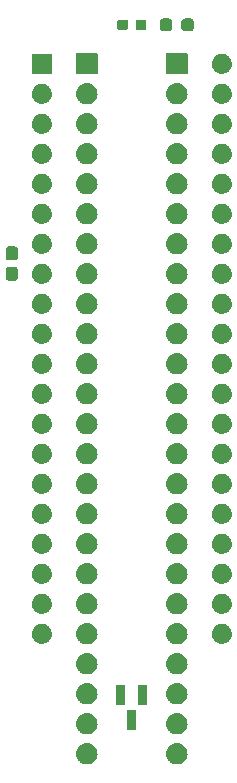
<source format=gbr>
G04 #@! TF.GenerationSoftware,KiCad,Pcbnew,7.0.11+dfsg-1build4*
G04 #@! TF.CreationDate,2024-12-02T20:56:25+09:00*
G04 #@! TF.ProjectId,bionic-mos6502,62696f6e-6963-42d6-9d6f-73363530322e,9*
G04 #@! TF.SameCoordinates,Original*
G04 #@! TF.FileFunction,Soldermask,Top*
G04 #@! TF.FilePolarity,Negative*
%FSLAX46Y46*%
G04 Gerber Fmt 4.6, Leading zero omitted, Abs format (unit mm)*
G04 Created by KiCad (PCBNEW 7.0.11+dfsg-1build4) date 2024-12-02 20:56:25*
%MOMM*%
%LPD*%
G01*
G04 APERTURE LIST*
G04 APERTURE END LIST*
G36*
X109933983Y-132603936D02*
G01*
X109984180Y-132603936D01*
X110027524Y-132613149D01*
X110065659Y-132616905D01*
X110113566Y-132631437D01*
X110168424Y-132643098D01*
X110203530Y-132658728D01*
X110234566Y-132668143D01*
X110283884Y-132694504D01*
X110340500Y-132719711D01*
X110366822Y-132738835D01*
X110390232Y-132751348D01*
X110437988Y-132790540D01*
X110492887Y-132830427D01*
X110510711Y-132850223D01*
X110526675Y-132863324D01*
X110569572Y-132915594D01*
X110618924Y-132970405D01*
X110629292Y-132988363D01*
X110638651Y-132999767D01*
X110673273Y-133064542D01*
X110713104Y-133133530D01*
X110717685Y-133147630D01*
X110721856Y-133155433D01*
X110744852Y-133231242D01*
X110771311Y-133312672D01*
X110772242Y-133321532D01*
X110773094Y-133324340D01*
X110781384Y-133408513D01*
X110791000Y-133500000D01*
X110781383Y-133591494D01*
X110773094Y-133675659D01*
X110772242Y-133678466D01*
X110771311Y-133687328D01*
X110744848Y-133768771D01*
X110721856Y-133844566D01*
X110717686Y-133852366D01*
X110713104Y-133866470D01*
X110673266Y-133935470D01*
X110638651Y-134000232D01*
X110629294Y-134011633D01*
X110618924Y-134029595D01*
X110569563Y-134084415D01*
X110526675Y-134136675D01*
X110510714Y-134149773D01*
X110492887Y-134169573D01*
X110437977Y-134209467D01*
X110390232Y-134248651D01*
X110366827Y-134261161D01*
X110340500Y-134280289D01*
X110283873Y-134305500D01*
X110234566Y-134331856D01*
X110203537Y-134341268D01*
X110168424Y-134356902D01*
X110113555Y-134368564D01*
X110065659Y-134383094D01*
X110027532Y-134386849D01*
X109984180Y-134396064D01*
X109933973Y-134396064D01*
X109890000Y-134400395D01*
X109846027Y-134396064D01*
X109795820Y-134396064D01*
X109752467Y-134386849D01*
X109714340Y-134383094D01*
X109666441Y-134368563D01*
X109611576Y-134356902D01*
X109576464Y-134341269D01*
X109545433Y-134331856D01*
X109496120Y-134305498D01*
X109439500Y-134280289D01*
X109413175Y-134261163D01*
X109389767Y-134248651D01*
X109342013Y-134209460D01*
X109287113Y-134169573D01*
X109269287Y-134149776D01*
X109253324Y-134136675D01*
X109210425Y-134084402D01*
X109161076Y-134029595D01*
X109150708Y-134011637D01*
X109141348Y-134000232D01*
X109106719Y-133935447D01*
X109066896Y-133866470D01*
X109062315Y-133852371D01*
X109058143Y-133844566D01*
X109035136Y-133768725D01*
X109008689Y-133687328D01*
X109007758Y-133678471D01*
X109006905Y-133675659D01*
X108998600Y-133591342D01*
X108989000Y-133500000D01*
X108998599Y-133408664D01*
X109006905Y-133324340D01*
X109007758Y-133321527D01*
X109008689Y-133312672D01*
X109035132Y-133231288D01*
X109058143Y-133155433D01*
X109062315Y-133147626D01*
X109066896Y-133133530D01*
X109106712Y-133064565D01*
X109141348Y-132999767D01*
X109150710Y-132988359D01*
X109161076Y-132970405D01*
X109210416Y-132915607D01*
X109253324Y-132863324D01*
X109269291Y-132850219D01*
X109287113Y-132830427D01*
X109342002Y-132790546D01*
X109389767Y-132751348D01*
X109413180Y-132738833D01*
X109439500Y-132719711D01*
X109496109Y-132694506D01*
X109545433Y-132668143D01*
X109576471Y-132658727D01*
X109611576Y-132643098D01*
X109666430Y-132631438D01*
X109714340Y-132616905D01*
X109752476Y-132613148D01*
X109795820Y-132603936D01*
X109846016Y-132603936D01*
X109890000Y-132599604D01*
X109933983Y-132603936D01*
G37*
G36*
X117553983Y-132603936D02*
G01*
X117604180Y-132603936D01*
X117647524Y-132613149D01*
X117685659Y-132616905D01*
X117733566Y-132631437D01*
X117788424Y-132643098D01*
X117823530Y-132658728D01*
X117854566Y-132668143D01*
X117903884Y-132694504D01*
X117960500Y-132719711D01*
X117986822Y-132738835D01*
X118010232Y-132751348D01*
X118057988Y-132790540D01*
X118112887Y-132830427D01*
X118130711Y-132850223D01*
X118146675Y-132863324D01*
X118189572Y-132915594D01*
X118238924Y-132970405D01*
X118249292Y-132988363D01*
X118258651Y-132999767D01*
X118293273Y-133064542D01*
X118333104Y-133133530D01*
X118337685Y-133147630D01*
X118341856Y-133155433D01*
X118364852Y-133231242D01*
X118391311Y-133312672D01*
X118392242Y-133321532D01*
X118393094Y-133324340D01*
X118401384Y-133408513D01*
X118411000Y-133500000D01*
X118401383Y-133591494D01*
X118393094Y-133675659D01*
X118392242Y-133678466D01*
X118391311Y-133687328D01*
X118364848Y-133768771D01*
X118341856Y-133844566D01*
X118337686Y-133852366D01*
X118333104Y-133866470D01*
X118293266Y-133935470D01*
X118258651Y-134000232D01*
X118249294Y-134011633D01*
X118238924Y-134029595D01*
X118189563Y-134084415D01*
X118146675Y-134136675D01*
X118130714Y-134149773D01*
X118112887Y-134169573D01*
X118057977Y-134209467D01*
X118010232Y-134248651D01*
X117986827Y-134261161D01*
X117960500Y-134280289D01*
X117903873Y-134305500D01*
X117854566Y-134331856D01*
X117823537Y-134341268D01*
X117788424Y-134356902D01*
X117733555Y-134368564D01*
X117685659Y-134383094D01*
X117647532Y-134386849D01*
X117604180Y-134396064D01*
X117553973Y-134396064D01*
X117510000Y-134400395D01*
X117466027Y-134396064D01*
X117415820Y-134396064D01*
X117372467Y-134386849D01*
X117334340Y-134383094D01*
X117286441Y-134368563D01*
X117231576Y-134356902D01*
X117196464Y-134341269D01*
X117165433Y-134331856D01*
X117116120Y-134305498D01*
X117059500Y-134280289D01*
X117033175Y-134261163D01*
X117009767Y-134248651D01*
X116962013Y-134209460D01*
X116907113Y-134169573D01*
X116889287Y-134149776D01*
X116873324Y-134136675D01*
X116830425Y-134084402D01*
X116781076Y-134029595D01*
X116770708Y-134011637D01*
X116761348Y-134000232D01*
X116726719Y-133935447D01*
X116686896Y-133866470D01*
X116682315Y-133852371D01*
X116678143Y-133844566D01*
X116655136Y-133768725D01*
X116628689Y-133687328D01*
X116627758Y-133678471D01*
X116626905Y-133675659D01*
X116618600Y-133591342D01*
X116609000Y-133500000D01*
X116618599Y-133408664D01*
X116626905Y-133324340D01*
X116627758Y-133321527D01*
X116628689Y-133312672D01*
X116655132Y-133231288D01*
X116678143Y-133155433D01*
X116682315Y-133147626D01*
X116686896Y-133133530D01*
X116726712Y-133064565D01*
X116761348Y-132999767D01*
X116770710Y-132988359D01*
X116781076Y-132970405D01*
X116830416Y-132915607D01*
X116873324Y-132863324D01*
X116889291Y-132850219D01*
X116907113Y-132830427D01*
X116962002Y-132790546D01*
X117009767Y-132751348D01*
X117033180Y-132738833D01*
X117059500Y-132719711D01*
X117116109Y-132694506D01*
X117165433Y-132668143D01*
X117196471Y-132658727D01*
X117231576Y-132643098D01*
X117286430Y-132631438D01*
X117334340Y-132616905D01*
X117372476Y-132613148D01*
X117415820Y-132603936D01*
X117466016Y-132603936D01*
X117510000Y-132599604D01*
X117553983Y-132603936D01*
G37*
G36*
X109933983Y-130063936D02*
G01*
X109984180Y-130063936D01*
X110027524Y-130073149D01*
X110065659Y-130076905D01*
X110113566Y-130091437D01*
X110168424Y-130103098D01*
X110203530Y-130118728D01*
X110234566Y-130128143D01*
X110283884Y-130154504D01*
X110340500Y-130179711D01*
X110366822Y-130198835D01*
X110390232Y-130211348D01*
X110437988Y-130250540D01*
X110492887Y-130290427D01*
X110510711Y-130310223D01*
X110526675Y-130323324D01*
X110569572Y-130375594D01*
X110618924Y-130430405D01*
X110629292Y-130448363D01*
X110638651Y-130459767D01*
X110673273Y-130524542D01*
X110713104Y-130593530D01*
X110717685Y-130607630D01*
X110721856Y-130615433D01*
X110744852Y-130691242D01*
X110771311Y-130772672D01*
X110772242Y-130781532D01*
X110773094Y-130784340D01*
X110781384Y-130868513D01*
X110791000Y-130960000D01*
X110781383Y-131051494D01*
X110773094Y-131135659D01*
X110772242Y-131138466D01*
X110771311Y-131147328D01*
X110744848Y-131228771D01*
X110721856Y-131304566D01*
X110717686Y-131312366D01*
X110713104Y-131326470D01*
X110673266Y-131395470D01*
X110638651Y-131460232D01*
X110629294Y-131471633D01*
X110618924Y-131489595D01*
X110569563Y-131544415D01*
X110526675Y-131596675D01*
X110510714Y-131609773D01*
X110492887Y-131629573D01*
X110437977Y-131669467D01*
X110390232Y-131708651D01*
X110366827Y-131721161D01*
X110340500Y-131740289D01*
X110283873Y-131765500D01*
X110234566Y-131791856D01*
X110203537Y-131801268D01*
X110168424Y-131816902D01*
X110113555Y-131828564D01*
X110065659Y-131843094D01*
X110027532Y-131846849D01*
X109984180Y-131856064D01*
X109933973Y-131856064D01*
X109890000Y-131860395D01*
X109846027Y-131856064D01*
X109795820Y-131856064D01*
X109752467Y-131846849D01*
X109714340Y-131843094D01*
X109666441Y-131828563D01*
X109611576Y-131816902D01*
X109576464Y-131801269D01*
X109545433Y-131791856D01*
X109496120Y-131765498D01*
X109439500Y-131740289D01*
X109413175Y-131721163D01*
X109389767Y-131708651D01*
X109342013Y-131669460D01*
X109287113Y-131629573D01*
X109269287Y-131609776D01*
X109253324Y-131596675D01*
X109210425Y-131544402D01*
X109161076Y-131489595D01*
X109150708Y-131471637D01*
X109141348Y-131460232D01*
X109106719Y-131395447D01*
X109066896Y-131326470D01*
X109062315Y-131312371D01*
X109058143Y-131304566D01*
X109035136Y-131228725D01*
X109008689Y-131147328D01*
X109007758Y-131138471D01*
X109006905Y-131135659D01*
X108998600Y-131051342D01*
X108989000Y-130960000D01*
X108998599Y-130868664D01*
X109006905Y-130784340D01*
X109007758Y-130781527D01*
X109008689Y-130772672D01*
X109035132Y-130691288D01*
X109058143Y-130615433D01*
X109062315Y-130607626D01*
X109066896Y-130593530D01*
X109106712Y-130524565D01*
X109141348Y-130459767D01*
X109150710Y-130448359D01*
X109161076Y-130430405D01*
X109210416Y-130375607D01*
X109253324Y-130323324D01*
X109269291Y-130310219D01*
X109287113Y-130290427D01*
X109342002Y-130250546D01*
X109389767Y-130211348D01*
X109413180Y-130198833D01*
X109439500Y-130179711D01*
X109496109Y-130154506D01*
X109545433Y-130128143D01*
X109576471Y-130118727D01*
X109611576Y-130103098D01*
X109666430Y-130091438D01*
X109714340Y-130076905D01*
X109752476Y-130073148D01*
X109795820Y-130063936D01*
X109846016Y-130063936D01*
X109890000Y-130059604D01*
X109933983Y-130063936D01*
G37*
G36*
X117553983Y-130063936D02*
G01*
X117604180Y-130063936D01*
X117647524Y-130073149D01*
X117685659Y-130076905D01*
X117733566Y-130091437D01*
X117788424Y-130103098D01*
X117823530Y-130118728D01*
X117854566Y-130128143D01*
X117903884Y-130154504D01*
X117960500Y-130179711D01*
X117986822Y-130198835D01*
X118010232Y-130211348D01*
X118057988Y-130250540D01*
X118112887Y-130290427D01*
X118130711Y-130310223D01*
X118146675Y-130323324D01*
X118189572Y-130375594D01*
X118238924Y-130430405D01*
X118249292Y-130448363D01*
X118258651Y-130459767D01*
X118293273Y-130524542D01*
X118333104Y-130593530D01*
X118337685Y-130607630D01*
X118341856Y-130615433D01*
X118364852Y-130691242D01*
X118391311Y-130772672D01*
X118392242Y-130781532D01*
X118393094Y-130784340D01*
X118401384Y-130868513D01*
X118411000Y-130960000D01*
X118401383Y-131051494D01*
X118393094Y-131135659D01*
X118392242Y-131138466D01*
X118391311Y-131147328D01*
X118364848Y-131228771D01*
X118341856Y-131304566D01*
X118337686Y-131312366D01*
X118333104Y-131326470D01*
X118293266Y-131395470D01*
X118258651Y-131460232D01*
X118249294Y-131471633D01*
X118238924Y-131489595D01*
X118189563Y-131544415D01*
X118146675Y-131596675D01*
X118130714Y-131609773D01*
X118112887Y-131629573D01*
X118057977Y-131669467D01*
X118010232Y-131708651D01*
X117986827Y-131721161D01*
X117960500Y-131740289D01*
X117903873Y-131765500D01*
X117854566Y-131791856D01*
X117823537Y-131801268D01*
X117788424Y-131816902D01*
X117733555Y-131828564D01*
X117685659Y-131843094D01*
X117647532Y-131846849D01*
X117604180Y-131856064D01*
X117553973Y-131856064D01*
X117510000Y-131860395D01*
X117466027Y-131856064D01*
X117415820Y-131856064D01*
X117372467Y-131846849D01*
X117334340Y-131843094D01*
X117286441Y-131828563D01*
X117231576Y-131816902D01*
X117196464Y-131801269D01*
X117165433Y-131791856D01*
X117116120Y-131765498D01*
X117059500Y-131740289D01*
X117033175Y-131721163D01*
X117009767Y-131708651D01*
X116962013Y-131669460D01*
X116907113Y-131629573D01*
X116889287Y-131609776D01*
X116873324Y-131596675D01*
X116830425Y-131544402D01*
X116781076Y-131489595D01*
X116770708Y-131471637D01*
X116761348Y-131460232D01*
X116726719Y-131395447D01*
X116686896Y-131326470D01*
X116682315Y-131312371D01*
X116678143Y-131304566D01*
X116655136Y-131228725D01*
X116628689Y-131147328D01*
X116627758Y-131138471D01*
X116626905Y-131135659D01*
X116618600Y-131051342D01*
X116609000Y-130960000D01*
X116618599Y-130868664D01*
X116626905Y-130784340D01*
X116627758Y-130781527D01*
X116628689Y-130772672D01*
X116655132Y-130691288D01*
X116678143Y-130615433D01*
X116682315Y-130607626D01*
X116686896Y-130593530D01*
X116726712Y-130524565D01*
X116761348Y-130459767D01*
X116770710Y-130448359D01*
X116781076Y-130430405D01*
X116830416Y-130375607D01*
X116873324Y-130323324D01*
X116889291Y-130310219D01*
X116907113Y-130290427D01*
X116962002Y-130250546D01*
X117009767Y-130211348D01*
X117033180Y-130198833D01*
X117059500Y-130179711D01*
X117116109Y-130154506D01*
X117165433Y-130128143D01*
X117196471Y-130118727D01*
X117231576Y-130103098D01*
X117286430Y-130091438D01*
X117334340Y-130076905D01*
X117372476Y-130073148D01*
X117415820Y-130063936D01*
X117466016Y-130063936D01*
X117510000Y-130059604D01*
X117553983Y-130063936D01*
G37*
G36*
X114034518Y-129793682D02*
G01*
X114051063Y-129804738D01*
X114062119Y-129821283D01*
X114066001Y-129840800D01*
X114066001Y-131466400D01*
X114062119Y-131485917D01*
X114051063Y-131502462D01*
X114034518Y-131513518D01*
X114015001Y-131517400D01*
X113354601Y-131517400D01*
X113335084Y-131513518D01*
X113318539Y-131502462D01*
X113307483Y-131485917D01*
X113303601Y-131466400D01*
X113303601Y-129840800D01*
X113307483Y-129821283D01*
X113318539Y-129804738D01*
X113335084Y-129793682D01*
X113354601Y-129789800D01*
X114015001Y-129789800D01*
X114034518Y-129793682D01*
G37*
G36*
X113084517Y-127661682D02*
G01*
X113101062Y-127672738D01*
X113112118Y-127689283D01*
X113116000Y-127708800D01*
X113116000Y-129334400D01*
X113112118Y-129353917D01*
X113101062Y-129370462D01*
X113084517Y-129381518D01*
X113065000Y-129385400D01*
X112404600Y-129385400D01*
X112385083Y-129381518D01*
X112368538Y-129370462D01*
X112357482Y-129353917D01*
X112353600Y-129334400D01*
X112353600Y-127708800D01*
X112357482Y-127689283D01*
X112368538Y-127672738D01*
X112385083Y-127661682D01*
X112404600Y-127657800D01*
X113065000Y-127657800D01*
X113084517Y-127661682D01*
G37*
G36*
X114984519Y-127661682D02*
G01*
X115001064Y-127672738D01*
X115012120Y-127689283D01*
X115016002Y-127708800D01*
X115016002Y-129334400D01*
X115012120Y-129353917D01*
X115001064Y-129370462D01*
X114984519Y-129381518D01*
X114965002Y-129385400D01*
X114304602Y-129385400D01*
X114285085Y-129381518D01*
X114268540Y-129370462D01*
X114257484Y-129353917D01*
X114253602Y-129334400D01*
X114253602Y-127708800D01*
X114257484Y-127689283D01*
X114268540Y-127672738D01*
X114285085Y-127661682D01*
X114304602Y-127657800D01*
X114965002Y-127657800D01*
X114984519Y-127661682D01*
G37*
G36*
X109933983Y-127523936D02*
G01*
X109984180Y-127523936D01*
X110027524Y-127533149D01*
X110065659Y-127536905D01*
X110113566Y-127551437D01*
X110168424Y-127563098D01*
X110203530Y-127578728D01*
X110234566Y-127588143D01*
X110283884Y-127614504D01*
X110340500Y-127639711D01*
X110366822Y-127658835D01*
X110390232Y-127671348D01*
X110437988Y-127710540D01*
X110492887Y-127750427D01*
X110510711Y-127770223D01*
X110526675Y-127783324D01*
X110569572Y-127835594D01*
X110618924Y-127890405D01*
X110629292Y-127908363D01*
X110638651Y-127919767D01*
X110673273Y-127984542D01*
X110713104Y-128053530D01*
X110717685Y-128067630D01*
X110721856Y-128075433D01*
X110744852Y-128151242D01*
X110771311Y-128232672D01*
X110772242Y-128241532D01*
X110773094Y-128244340D01*
X110781384Y-128328513D01*
X110791000Y-128420000D01*
X110781383Y-128511494D01*
X110773094Y-128595659D01*
X110772242Y-128598466D01*
X110771311Y-128607328D01*
X110744848Y-128688771D01*
X110721856Y-128764566D01*
X110717686Y-128772366D01*
X110713104Y-128786470D01*
X110673266Y-128855470D01*
X110638651Y-128920232D01*
X110629294Y-128931633D01*
X110618924Y-128949595D01*
X110569563Y-129004415D01*
X110526675Y-129056675D01*
X110510714Y-129069773D01*
X110492887Y-129089573D01*
X110437977Y-129129467D01*
X110390232Y-129168651D01*
X110366827Y-129181161D01*
X110340500Y-129200289D01*
X110283873Y-129225500D01*
X110234566Y-129251856D01*
X110203537Y-129261268D01*
X110168424Y-129276902D01*
X110113555Y-129288564D01*
X110065659Y-129303094D01*
X110027532Y-129306849D01*
X109984180Y-129316064D01*
X109933973Y-129316064D01*
X109890000Y-129320395D01*
X109846027Y-129316064D01*
X109795820Y-129316064D01*
X109752467Y-129306849D01*
X109714340Y-129303094D01*
X109666441Y-129288563D01*
X109611576Y-129276902D01*
X109576464Y-129261269D01*
X109545433Y-129251856D01*
X109496120Y-129225498D01*
X109439500Y-129200289D01*
X109413175Y-129181163D01*
X109389767Y-129168651D01*
X109342013Y-129129460D01*
X109287113Y-129089573D01*
X109269287Y-129069776D01*
X109253324Y-129056675D01*
X109210425Y-129004402D01*
X109161076Y-128949595D01*
X109150708Y-128931637D01*
X109141348Y-128920232D01*
X109106719Y-128855447D01*
X109066896Y-128786470D01*
X109062315Y-128772371D01*
X109058143Y-128764566D01*
X109035136Y-128688725D01*
X109008689Y-128607328D01*
X109007758Y-128598471D01*
X109006905Y-128595659D01*
X108998600Y-128511342D01*
X108989000Y-128420000D01*
X108998599Y-128328664D01*
X109006905Y-128244340D01*
X109007758Y-128241527D01*
X109008689Y-128232672D01*
X109035132Y-128151288D01*
X109058143Y-128075433D01*
X109062315Y-128067626D01*
X109066896Y-128053530D01*
X109106712Y-127984565D01*
X109141348Y-127919767D01*
X109150710Y-127908359D01*
X109161076Y-127890405D01*
X109210416Y-127835607D01*
X109253324Y-127783324D01*
X109269291Y-127770219D01*
X109287113Y-127750427D01*
X109342002Y-127710546D01*
X109389767Y-127671348D01*
X109413180Y-127658833D01*
X109439500Y-127639711D01*
X109496109Y-127614506D01*
X109545433Y-127588143D01*
X109576471Y-127578727D01*
X109611576Y-127563098D01*
X109666430Y-127551438D01*
X109714340Y-127536905D01*
X109752476Y-127533148D01*
X109795820Y-127523936D01*
X109846016Y-127523936D01*
X109890000Y-127519604D01*
X109933983Y-127523936D01*
G37*
G36*
X117553983Y-127523936D02*
G01*
X117604180Y-127523936D01*
X117647524Y-127533149D01*
X117685659Y-127536905D01*
X117733566Y-127551437D01*
X117788424Y-127563098D01*
X117823530Y-127578728D01*
X117854566Y-127588143D01*
X117903884Y-127614504D01*
X117960500Y-127639711D01*
X117986822Y-127658835D01*
X118010232Y-127671348D01*
X118057988Y-127710540D01*
X118112887Y-127750427D01*
X118130711Y-127770223D01*
X118146675Y-127783324D01*
X118189572Y-127835594D01*
X118238924Y-127890405D01*
X118249292Y-127908363D01*
X118258651Y-127919767D01*
X118293273Y-127984542D01*
X118333104Y-128053530D01*
X118337685Y-128067630D01*
X118341856Y-128075433D01*
X118364852Y-128151242D01*
X118391311Y-128232672D01*
X118392242Y-128241532D01*
X118393094Y-128244340D01*
X118401384Y-128328513D01*
X118411000Y-128420000D01*
X118401383Y-128511494D01*
X118393094Y-128595659D01*
X118392242Y-128598466D01*
X118391311Y-128607328D01*
X118364848Y-128688771D01*
X118341856Y-128764566D01*
X118337686Y-128772366D01*
X118333104Y-128786470D01*
X118293266Y-128855470D01*
X118258651Y-128920232D01*
X118249294Y-128931633D01*
X118238924Y-128949595D01*
X118189563Y-129004415D01*
X118146675Y-129056675D01*
X118130714Y-129069773D01*
X118112887Y-129089573D01*
X118057977Y-129129467D01*
X118010232Y-129168651D01*
X117986827Y-129181161D01*
X117960500Y-129200289D01*
X117903873Y-129225500D01*
X117854566Y-129251856D01*
X117823537Y-129261268D01*
X117788424Y-129276902D01*
X117733555Y-129288564D01*
X117685659Y-129303094D01*
X117647532Y-129306849D01*
X117604180Y-129316064D01*
X117553973Y-129316064D01*
X117510000Y-129320395D01*
X117466027Y-129316064D01*
X117415820Y-129316064D01*
X117372467Y-129306849D01*
X117334340Y-129303094D01*
X117286441Y-129288563D01*
X117231576Y-129276902D01*
X117196464Y-129261269D01*
X117165433Y-129251856D01*
X117116120Y-129225498D01*
X117059500Y-129200289D01*
X117033175Y-129181163D01*
X117009767Y-129168651D01*
X116962013Y-129129460D01*
X116907113Y-129089573D01*
X116889287Y-129069776D01*
X116873324Y-129056675D01*
X116830425Y-129004402D01*
X116781076Y-128949595D01*
X116770708Y-128931637D01*
X116761348Y-128920232D01*
X116726719Y-128855447D01*
X116686896Y-128786470D01*
X116682315Y-128772371D01*
X116678143Y-128764566D01*
X116655136Y-128688725D01*
X116628689Y-128607328D01*
X116627758Y-128598471D01*
X116626905Y-128595659D01*
X116618600Y-128511342D01*
X116609000Y-128420000D01*
X116618599Y-128328664D01*
X116626905Y-128244340D01*
X116627758Y-128241527D01*
X116628689Y-128232672D01*
X116655132Y-128151288D01*
X116678143Y-128075433D01*
X116682315Y-128067626D01*
X116686896Y-128053530D01*
X116726712Y-127984565D01*
X116761348Y-127919767D01*
X116770710Y-127908359D01*
X116781076Y-127890405D01*
X116830416Y-127835607D01*
X116873324Y-127783324D01*
X116889291Y-127770219D01*
X116907113Y-127750427D01*
X116962002Y-127710546D01*
X117009767Y-127671348D01*
X117033180Y-127658833D01*
X117059500Y-127639711D01*
X117116109Y-127614506D01*
X117165433Y-127588143D01*
X117196471Y-127578727D01*
X117231576Y-127563098D01*
X117286430Y-127551438D01*
X117334340Y-127536905D01*
X117372476Y-127533148D01*
X117415820Y-127523936D01*
X117466016Y-127523936D01*
X117510000Y-127519604D01*
X117553983Y-127523936D01*
G37*
G36*
X109933983Y-124983936D02*
G01*
X109984180Y-124983936D01*
X110027524Y-124993149D01*
X110065659Y-124996905D01*
X110113566Y-125011437D01*
X110168424Y-125023098D01*
X110203530Y-125038728D01*
X110234566Y-125048143D01*
X110283884Y-125074504D01*
X110340500Y-125099711D01*
X110366822Y-125118835D01*
X110390232Y-125131348D01*
X110437988Y-125170540D01*
X110492887Y-125210427D01*
X110510711Y-125230223D01*
X110526675Y-125243324D01*
X110569572Y-125295594D01*
X110618924Y-125350405D01*
X110629292Y-125368363D01*
X110638651Y-125379767D01*
X110673273Y-125444542D01*
X110713104Y-125513530D01*
X110717685Y-125527630D01*
X110721856Y-125535433D01*
X110744852Y-125611242D01*
X110771311Y-125692672D01*
X110772242Y-125701532D01*
X110773094Y-125704340D01*
X110781384Y-125788513D01*
X110791000Y-125880000D01*
X110781383Y-125971494D01*
X110773094Y-126055659D01*
X110772242Y-126058466D01*
X110771311Y-126067328D01*
X110744848Y-126148771D01*
X110721856Y-126224566D01*
X110717686Y-126232366D01*
X110713104Y-126246470D01*
X110673266Y-126315470D01*
X110638651Y-126380232D01*
X110629294Y-126391633D01*
X110618924Y-126409595D01*
X110569563Y-126464415D01*
X110526675Y-126516675D01*
X110510714Y-126529773D01*
X110492887Y-126549573D01*
X110437977Y-126589467D01*
X110390232Y-126628651D01*
X110366827Y-126641161D01*
X110340500Y-126660289D01*
X110283873Y-126685500D01*
X110234566Y-126711856D01*
X110203537Y-126721268D01*
X110168424Y-126736902D01*
X110113555Y-126748564D01*
X110065659Y-126763094D01*
X110027532Y-126766849D01*
X109984180Y-126776064D01*
X109933973Y-126776064D01*
X109890000Y-126780395D01*
X109846027Y-126776064D01*
X109795820Y-126776064D01*
X109752467Y-126766849D01*
X109714340Y-126763094D01*
X109666441Y-126748563D01*
X109611576Y-126736902D01*
X109576464Y-126721269D01*
X109545433Y-126711856D01*
X109496120Y-126685498D01*
X109439500Y-126660289D01*
X109413175Y-126641163D01*
X109389767Y-126628651D01*
X109342013Y-126589460D01*
X109287113Y-126549573D01*
X109269287Y-126529776D01*
X109253324Y-126516675D01*
X109210425Y-126464402D01*
X109161076Y-126409595D01*
X109150708Y-126391637D01*
X109141348Y-126380232D01*
X109106719Y-126315447D01*
X109066896Y-126246470D01*
X109062315Y-126232371D01*
X109058143Y-126224566D01*
X109035136Y-126148725D01*
X109008689Y-126067328D01*
X109007758Y-126058471D01*
X109006905Y-126055659D01*
X108998600Y-125971342D01*
X108989000Y-125880000D01*
X108998599Y-125788664D01*
X109006905Y-125704340D01*
X109007758Y-125701527D01*
X109008689Y-125692672D01*
X109035132Y-125611288D01*
X109058143Y-125535433D01*
X109062315Y-125527626D01*
X109066896Y-125513530D01*
X109106712Y-125444565D01*
X109141348Y-125379767D01*
X109150710Y-125368359D01*
X109161076Y-125350405D01*
X109210416Y-125295607D01*
X109253324Y-125243324D01*
X109269291Y-125230219D01*
X109287113Y-125210427D01*
X109342002Y-125170546D01*
X109389767Y-125131348D01*
X109413180Y-125118833D01*
X109439500Y-125099711D01*
X109496109Y-125074506D01*
X109545433Y-125048143D01*
X109576471Y-125038727D01*
X109611576Y-125023098D01*
X109666430Y-125011438D01*
X109714340Y-124996905D01*
X109752476Y-124993148D01*
X109795820Y-124983936D01*
X109846016Y-124983936D01*
X109890000Y-124979604D01*
X109933983Y-124983936D01*
G37*
G36*
X117553983Y-124983936D02*
G01*
X117604180Y-124983936D01*
X117647524Y-124993149D01*
X117685659Y-124996905D01*
X117733566Y-125011437D01*
X117788424Y-125023098D01*
X117823530Y-125038728D01*
X117854566Y-125048143D01*
X117903884Y-125074504D01*
X117960500Y-125099711D01*
X117986822Y-125118835D01*
X118010232Y-125131348D01*
X118057988Y-125170540D01*
X118112887Y-125210427D01*
X118130711Y-125230223D01*
X118146675Y-125243324D01*
X118189572Y-125295594D01*
X118238924Y-125350405D01*
X118249292Y-125368363D01*
X118258651Y-125379767D01*
X118293273Y-125444542D01*
X118333104Y-125513530D01*
X118337685Y-125527630D01*
X118341856Y-125535433D01*
X118364852Y-125611242D01*
X118391311Y-125692672D01*
X118392242Y-125701532D01*
X118393094Y-125704340D01*
X118401384Y-125788513D01*
X118411000Y-125880000D01*
X118401383Y-125971494D01*
X118393094Y-126055659D01*
X118392242Y-126058466D01*
X118391311Y-126067328D01*
X118364848Y-126148771D01*
X118341856Y-126224566D01*
X118337686Y-126232366D01*
X118333104Y-126246470D01*
X118293266Y-126315470D01*
X118258651Y-126380232D01*
X118249294Y-126391633D01*
X118238924Y-126409595D01*
X118189563Y-126464415D01*
X118146675Y-126516675D01*
X118130714Y-126529773D01*
X118112887Y-126549573D01*
X118057977Y-126589467D01*
X118010232Y-126628651D01*
X117986827Y-126641161D01*
X117960500Y-126660289D01*
X117903873Y-126685500D01*
X117854566Y-126711856D01*
X117823537Y-126721268D01*
X117788424Y-126736902D01*
X117733555Y-126748564D01*
X117685659Y-126763094D01*
X117647532Y-126766849D01*
X117604180Y-126776064D01*
X117553973Y-126776064D01*
X117510000Y-126780395D01*
X117466027Y-126776064D01*
X117415820Y-126776064D01*
X117372467Y-126766849D01*
X117334340Y-126763094D01*
X117286441Y-126748563D01*
X117231576Y-126736902D01*
X117196464Y-126721269D01*
X117165433Y-126711856D01*
X117116120Y-126685498D01*
X117059500Y-126660289D01*
X117033175Y-126641163D01*
X117009767Y-126628651D01*
X116962013Y-126589460D01*
X116907113Y-126549573D01*
X116889287Y-126529776D01*
X116873324Y-126516675D01*
X116830425Y-126464402D01*
X116781076Y-126409595D01*
X116770708Y-126391637D01*
X116761348Y-126380232D01*
X116726719Y-126315447D01*
X116686896Y-126246470D01*
X116682315Y-126232371D01*
X116678143Y-126224566D01*
X116655136Y-126148725D01*
X116628689Y-126067328D01*
X116627758Y-126058471D01*
X116626905Y-126055659D01*
X116618600Y-125971342D01*
X116609000Y-125880000D01*
X116618599Y-125788664D01*
X116626905Y-125704340D01*
X116627758Y-125701527D01*
X116628689Y-125692672D01*
X116655132Y-125611288D01*
X116678143Y-125535433D01*
X116682315Y-125527626D01*
X116686896Y-125513530D01*
X116726712Y-125444565D01*
X116761348Y-125379767D01*
X116770710Y-125368359D01*
X116781076Y-125350405D01*
X116830416Y-125295607D01*
X116873324Y-125243324D01*
X116889291Y-125230219D01*
X116907113Y-125210427D01*
X116962002Y-125170546D01*
X117009767Y-125131348D01*
X117033180Y-125118833D01*
X117059500Y-125099711D01*
X117116109Y-125074506D01*
X117165433Y-125048143D01*
X117196471Y-125038727D01*
X117231576Y-125023098D01*
X117286430Y-125011438D01*
X117334340Y-124996905D01*
X117372476Y-124993148D01*
X117415820Y-124983936D01*
X117466016Y-124983936D01*
X117510000Y-124979604D01*
X117553983Y-124983936D01*
G37*
G36*
X109933983Y-122443936D02*
G01*
X109984180Y-122443936D01*
X110027524Y-122453149D01*
X110065659Y-122456905D01*
X110113566Y-122471437D01*
X110168424Y-122483098D01*
X110203530Y-122498728D01*
X110234566Y-122508143D01*
X110283884Y-122534504D01*
X110340500Y-122559711D01*
X110366822Y-122578835D01*
X110390232Y-122591348D01*
X110437988Y-122630540D01*
X110492887Y-122670427D01*
X110510711Y-122690223D01*
X110526675Y-122703324D01*
X110569572Y-122755594D01*
X110618924Y-122810405D01*
X110629292Y-122828363D01*
X110638651Y-122839767D01*
X110673273Y-122904542D01*
X110713104Y-122973530D01*
X110717685Y-122987630D01*
X110721856Y-122995433D01*
X110744852Y-123071242D01*
X110771311Y-123152672D01*
X110772242Y-123161532D01*
X110773094Y-123164340D01*
X110781384Y-123248513D01*
X110791000Y-123340000D01*
X110781383Y-123431494D01*
X110773094Y-123515659D01*
X110772242Y-123518466D01*
X110771311Y-123527328D01*
X110744848Y-123608771D01*
X110721856Y-123684566D01*
X110717686Y-123692366D01*
X110713104Y-123706470D01*
X110673266Y-123775470D01*
X110638651Y-123840232D01*
X110629294Y-123851633D01*
X110618924Y-123869595D01*
X110569563Y-123924415D01*
X110526675Y-123976675D01*
X110510714Y-123989773D01*
X110492887Y-124009573D01*
X110437977Y-124049467D01*
X110390232Y-124088651D01*
X110366827Y-124101161D01*
X110340500Y-124120289D01*
X110283873Y-124145500D01*
X110234566Y-124171856D01*
X110203537Y-124181268D01*
X110168424Y-124196902D01*
X110113555Y-124208564D01*
X110065659Y-124223094D01*
X110027532Y-124226849D01*
X109984180Y-124236064D01*
X109933973Y-124236064D01*
X109890000Y-124240395D01*
X109846027Y-124236064D01*
X109795820Y-124236064D01*
X109752467Y-124226849D01*
X109714340Y-124223094D01*
X109666441Y-124208563D01*
X109611576Y-124196902D01*
X109576464Y-124181269D01*
X109545433Y-124171856D01*
X109496120Y-124145498D01*
X109439500Y-124120289D01*
X109413175Y-124101163D01*
X109389767Y-124088651D01*
X109342013Y-124049460D01*
X109287113Y-124009573D01*
X109269287Y-123989776D01*
X109253324Y-123976675D01*
X109210425Y-123924402D01*
X109161076Y-123869595D01*
X109150708Y-123851637D01*
X109141348Y-123840232D01*
X109106719Y-123775447D01*
X109066896Y-123706470D01*
X109062315Y-123692371D01*
X109058143Y-123684566D01*
X109035136Y-123608725D01*
X109008689Y-123527328D01*
X109007758Y-123518471D01*
X109006905Y-123515659D01*
X108998600Y-123431342D01*
X108989000Y-123340000D01*
X108998599Y-123248664D01*
X109006905Y-123164340D01*
X109007758Y-123161527D01*
X109008689Y-123152672D01*
X109035132Y-123071288D01*
X109058143Y-122995433D01*
X109062315Y-122987626D01*
X109066896Y-122973530D01*
X109106712Y-122904565D01*
X109141348Y-122839767D01*
X109150710Y-122828359D01*
X109161076Y-122810405D01*
X109210416Y-122755607D01*
X109253324Y-122703324D01*
X109269291Y-122690219D01*
X109287113Y-122670427D01*
X109342002Y-122630546D01*
X109389767Y-122591348D01*
X109413180Y-122578833D01*
X109439500Y-122559711D01*
X109496109Y-122534506D01*
X109545433Y-122508143D01*
X109576471Y-122498727D01*
X109611576Y-122483098D01*
X109666430Y-122471438D01*
X109714340Y-122456905D01*
X109752476Y-122453148D01*
X109795820Y-122443936D01*
X109846016Y-122443936D01*
X109890000Y-122439604D01*
X109933983Y-122443936D01*
G37*
G36*
X117553983Y-122443936D02*
G01*
X117604180Y-122443936D01*
X117647524Y-122453149D01*
X117685659Y-122456905D01*
X117733566Y-122471437D01*
X117788424Y-122483098D01*
X117823530Y-122498728D01*
X117854566Y-122508143D01*
X117903884Y-122534504D01*
X117960500Y-122559711D01*
X117986822Y-122578835D01*
X118010232Y-122591348D01*
X118057988Y-122630540D01*
X118112887Y-122670427D01*
X118130711Y-122690223D01*
X118146675Y-122703324D01*
X118189572Y-122755594D01*
X118238924Y-122810405D01*
X118249292Y-122828363D01*
X118258651Y-122839767D01*
X118293273Y-122904542D01*
X118333104Y-122973530D01*
X118337685Y-122987630D01*
X118341856Y-122995433D01*
X118364852Y-123071242D01*
X118391311Y-123152672D01*
X118392242Y-123161532D01*
X118393094Y-123164340D01*
X118401384Y-123248513D01*
X118411000Y-123340000D01*
X118401383Y-123431494D01*
X118393094Y-123515659D01*
X118392242Y-123518466D01*
X118391311Y-123527328D01*
X118364848Y-123608771D01*
X118341856Y-123684566D01*
X118337686Y-123692366D01*
X118333104Y-123706470D01*
X118293266Y-123775470D01*
X118258651Y-123840232D01*
X118249294Y-123851633D01*
X118238924Y-123869595D01*
X118189563Y-123924415D01*
X118146675Y-123976675D01*
X118130714Y-123989773D01*
X118112887Y-124009573D01*
X118057977Y-124049467D01*
X118010232Y-124088651D01*
X117986827Y-124101161D01*
X117960500Y-124120289D01*
X117903873Y-124145500D01*
X117854566Y-124171856D01*
X117823537Y-124181268D01*
X117788424Y-124196902D01*
X117733555Y-124208564D01*
X117685659Y-124223094D01*
X117647532Y-124226849D01*
X117604180Y-124236064D01*
X117553973Y-124236064D01*
X117510000Y-124240395D01*
X117466027Y-124236064D01*
X117415820Y-124236064D01*
X117372467Y-124226849D01*
X117334340Y-124223094D01*
X117286441Y-124208563D01*
X117231576Y-124196902D01*
X117196464Y-124181269D01*
X117165433Y-124171856D01*
X117116120Y-124145498D01*
X117059500Y-124120289D01*
X117033175Y-124101163D01*
X117009767Y-124088651D01*
X116962013Y-124049460D01*
X116907113Y-124009573D01*
X116889287Y-123989776D01*
X116873324Y-123976675D01*
X116830425Y-123924402D01*
X116781076Y-123869595D01*
X116770708Y-123851637D01*
X116761348Y-123840232D01*
X116726719Y-123775447D01*
X116686896Y-123706470D01*
X116682315Y-123692371D01*
X116678143Y-123684566D01*
X116655136Y-123608725D01*
X116628689Y-123527328D01*
X116627758Y-123518471D01*
X116626905Y-123515659D01*
X116618600Y-123431342D01*
X116609000Y-123340000D01*
X116618599Y-123248664D01*
X116626905Y-123164340D01*
X116627758Y-123161527D01*
X116628689Y-123152672D01*
X116655132Y-123071288D01*
X116678143Y-122995433D01*
X116682315Y-122987626D01*
X116686896Y-122973530D01*
X116726712Y-122904565D01*
X116761348Y-122839767D01*
X116770710Y-122828359D01*
X116781076Y-122810405D01*
X116830416Y-122755607D01*
X116873324Y-122703324D01*
X116889291Y-122690219D01*
X116907113Y-122670427D01*
X116962002Y-122630546D01*
X117009767Y-122591348D01*
X117033180Y-122578833D01*
X117059500Y-122559711D01*
X117116109Y-122534506D01*
X117165433Y-122508143D01*
X117196471Y-122498727D01*
X117231576Y-122483098D01*
X117286430Y-122471438D01*
X117334340Y-122456905D01*
X117372476Y-122453148D01*
X117415820Y-122443936D01*
X117466016Y-122443936D01*
X117510000Y-122439604D01*
X117553983Y-122443936D01*
G37*
G36*
X106121199Y-122493662D02*
G01*
X106168954Y-122493662D01*
X106210194Y-122502427D01*
X106245901Y-122505945D01*
X106290759Y-122519552D01*
X106342973Y-122530651D01*
X106376384Y-122545526D01*
X106405435Y-122554339D01*
X106451602Y-122579015D01*
X106505500Y-122603012D01*
X106530554Y-122621215D01*
X106552453Y-122632920D01*
X106597128Y-122669584D01*
X106649430Y-122707584D01*
X106666411Y-122726443D01*
X106681320Y-122738679D01*
X106721387Y-122787501D01*
X106768473Y-122839795D01*
X106778364Y-122856927D01*
X106787079Y-122867546D01*
X106819306Y-122927840D01*
X106857427Y-122993867D01*
X106861813Y-123007368D01*
X106865660Y-123014564D01*
X106886861Y-123084455D01*
X106912404Y-123163067D01*
X106913303Y-123171623D01*
X106914054Y-123174098D01*
X106921371Y-123248389D01*
X106931000Y-123340000D01*
X106921370Y-123431619D01*
X106914054Y-123505901D01*
X106913303Y-123508375D01*
X106912404Y-123516933D01*
X106886856Y-123595558D01*
X106865660Y-123665435D01*
X106861814Y-123672629D01*
X106857427Y-123686133D01*
X106819299Y-123752172D01*
X106787079Y-123812453D01*
X106778366Y-123823069D01*
X106768473Y-123840205D01*
X106721378Y-123892509D01*
X106681320Y-123941320D01*
X106666414Y-123953552D01*
X106649430Y-123972416D01*
X106597118Y-124010423D01*
X106552453Y-124047079D01*
X106530559Y-124058780D01*
X106505500Y-124076988D01*
X106451591Y-124100989D01*
X106405435Y-124125660D01*
X106376391Y-124134470D01*
X106342973Y-124149349D01*
X106290748Y-124160449D01*
X106245901Y-124174054D01*
X106210203Y-124177570D01*
X106168954Y-124186338D01*
X106121188Y-124186338D01*
X106080000Y-124190395D01*
X106038811Y-124186338D01*
X105991046Y-124186338D01*
X105949797Y-124177570D01*
X105914098Y-124174054D01*
X105869248Y-124160448D01*
X105817027Y-124149349D01*
X105783610Y-124134471D01*
X105754564Y-124125660D01*
X105708402Y-124100986D01*
X105654500Y-124076988D01*
X105629443Y-124058783D01*
X105607546Y-124047079D01*
X105562873Y-124010416D01*
X105510570Y-123972416D01*
X105493588Y-123953555D01*
X105478679Y-123941320D01*
X105438610Y-123892496D01*
X105391527Y-123840205D01*
X105381636Y-123823073D01*
X105372920Y-123812453D01*
X105340687Y-123752148D01*
X105302573Y-123686133D01*
X105298186Y-123672634D01*
X105294339Y-123665435D01*
X105273128Y-123595512D01*
X105247596Y-123516933D01*
X105246697Y-123508380D01*
X105245945Y-123505901D01*
X105238613Y-123431467D01*
X105229000Y-123340000D01*
X105238612Y-123248540D01*
X105245945Y-123174098D01*
X105246697Y-123171618D01*
X105247596Y-123163067D01*
X105273123Y-123084502D01*
X105294339Y-123014564D01*
X105298187Y-123007363D01*
X105302573Y-122993867D01*
X105340680Y-122927863D01*
X105372920Y-122867546D01*
X105381638Y-122856923D01*
X105391527Y-122839795D01*
X105438601Y-122787513D01*
X105478679Y-122738679D01*
X105493591Y-122726440D01*
X105510570Y-122707584D01*
X105562862Y-122669591D01*
X105607546Y-122632920D01*
X105629448Y-122621213D01*
X105654500Y-122603012D01*
X105708391Y-122579018D01*
X105754564Y-122554339D01*
X105783617Y-122545525D01*
X105817027Y-122530651D01*
X105869237Y-122519553D01*
X105914098Y-122505945D01*
X105949806Y-122502427D01*
X105991046Y-122493662D01*
X106038801Y-122493662D01*
X106080000Y-122489604D01*
X106121199Y-122493662D01*
G37*
G36*
X121361199Y-122493662D02*
G01*
X121408954Y-122493662D01*
X121450194Y-122502427D01*
X121485901Y-122505945D01*
X121530759Y-122519552D01*
X121582973Y-122530651D01*
X121616384Y-122545526D01*
X121645435Y-122554339D01*
X121691602Y-122579015D01*
X121745500Y-122603012D01*
X121770554Y-122621215D01*
X121792453Y-122632920D01*
X121837128Y-122669584D01*
X121889430Y-122707584D01*
X121906411Y-122726443D01*
X121921320Y-122738679D01*
X121961387Y-122787501D01*
X122008473Y-122839795D01*
X122018364Y-122856927D01*
X122027079Y-122867546D01*
X122059306Y-122927840D01*
X122097427Y-122993867D01*
X122101813Y-123007368D01*
X122105660Y-123014564D01*
X122126861Y-123084455D01*
X122152404Y-123163067D01*
X122153303Y-123171623D01*
X122154054Y-123174098D01*
X122161371Y-123248389D01*
X122171000Y-123340000D01*
X122161370Y-123431619D01*
X122154054Y-123505901D01*
X122153303Y-123508375D01*
X122152404Y-123516933D01*
X122126856Y-123595558D01*
X122105660Y-123665435D01*
X122101814Y-123672629D01*
X122097427Y-123686133D01*
X122059299Y-123752172D01*
X122027079Y-123812453D01*
X122018366Y-123823069D01*
X122008473Y-123840205D01*
X121961378Y-123892509D01*
X121921320Y-123941320D01*
X121906414Y-123953552D01*
X121889430Y-123972416D01*
X121837118Y-124010423D01*
X121792453Y-124047079D01*
X121770559Y-124058780D01*
X121745500Y-124076988D01*
X121691591Y-124100989D01*
X121645435Y-124125660D01*
X121616391Y-124134470D01*
X121582973Y-124149349D01*
X121530748Y-124160449D01*
X121485901Y-124174054D01*
X121450203Y-124177570D01*
X121408954Y-124186338D01*
X121361188Y-124186338D01*
X121320000Y-124190395D01*
X121278811Y-124186338D01*
X121231046Y-124186338D01*
X121189797Y-124177570D01*
X121154098Y-124174054D01*
X121109248Y-124160448D01*
X121057027Y-124149349D01*
X121023610Y-124134471D01*
X120994564Y-124125660D01*
X120948402Y-124100986D01*
X120894500Y-124076988D01*
X120869443Y-124058783D01*
X120847546Y-124047079D01*
X120802873Y-124010416D01*
X120750570Y-123972416D01*
X120733588Y-123953555D01*
X120718679Y-123941320D01*
X120678610Y-123892496D01*
X120631527Y-123840205D01*
X120621636Y-123823073D01*
X120612920Y-123812453D01*
X120580687Y-123752148D01*
X120542573Y-123686133D01*
X120538186Y-123672634D01*
X120534339Y-123665435D01*
X120513128Y-123595512D01*
X120487596Y-123516933D01*
X120486697Y-123508380D01*
X120485945Y-123505901D01*
X120478613Y-123431467D01*
X120469000Y-123340000D01*
X120478612Y-123248540D01*
X120485945Y-123174098D01*
X120486697Y-123171618D01*
X120487596Y-123163067D01*
X120513123Y-123084502D01*
X120534339Y-123014564D01*
X120538187Y-123007363D01*
X120542573Y-122993867D01*
X120580680Y-122927863D01*
X120612920Y-122867546D01*
X120621638Y-122856923D01*
X120631527Y-122839795D01*
X120678601Y-122787513D01*
X120718679Y-122738679D01*
X120733591Y-122726440D01*
X120750570Y-122707584D01*
X120802862Y-122669591D01*
X120847546Y-122632920D01*
X120869448Y-122621213D01*
X120894500Y-122603012D01*
X120948391Y-122579018D01*
X120994564Y-122554339D01*
X121023617Y-122545525D01*
X121057027Y-122530651D01*
X121109237Y-122519553D01*
X121154098Y-122505945D01*
X121189806Y-122502427D01*
X121231046Y-122493662D01*
X121278801Y-122493662D01*
X121320000Y-122489604D01*
X121361199Y-122493662D01*
G37*
G36*
X109933983Y-119903936D02*
G01*
X109984180Y-119903936D01*
X110027524Y-119913149D01*
X110065659Y-119916905D01*
X110113566Y-119931437D01*
X110168424Y-119943098D01*
X110203530Y-119958728D01*
X110234566Y-119968143D01*
X110283884Y-119994504D01*
X110340500Y-120019711D01*
X110366822Y-120038835D01*
X110390232Y-120051348D01*
X110437988Y-120090540D01*
X110492887Y-120130427D01*
X110510711Y-120150223D01*
X110526675Y-120163324D01*
X110569572Y-120215594D01*
X110618924Y-120270405D01*
X110629292Y-120288363D01*
X110638651Y-120299767D01*
X110673273Y-120364542D01*
X110713104Y-120433530D01*
X110717685Y-120447630D01*
X110721856Y-120455433D01*
X110744852Y-120531242D01*
X110771311Y-120612672D01*
X110772242Y-120621532D01*
X110773094Y-120624340D01*
X110781384Y-120708513D01*
X110791000Y-120800000D01*
X110781383Y-120891494D01*
X110773094Y-120975659D01*
X110772242Y-120978466D01*
X110771311Y-120987328D01*
X110744848Y-121068771D01*
X110721856Y-121144566D01*
X110717686Y-121152366D01*
X110713104Y-121166470D01*
X110673266Y-121235470D01*
X110638651Y-121300232D01*
X110629294Y-121311633D01*
X110618924Y-121329595D01*
X110569563Y-121384415D01*
X110526675Y-121436675D01*
X110510714Y-121449773D01*
X110492887Y-121469573D01*
X110437977Y-121509467D01*
X110390232Y-121548651D01*
X110366827Y-121561161D01*
X110340500Y-121580289D01*
X110283873Y-121605500D01*
X110234566Y-121631856D01*
X110203537Y-121641268D01*
X110168424Y-121656902D01*
X110113555Y-121668564D01*
X110065659Y-121683094D01*
X110027532Y-121686849D01*
X109984180Y-121696064D01*
X109933973Y-121696064D01*
X109890000Y-121700395D01*
X109846027Y-121696064D01*
X109795820Y-121696064D01*
X109752467Y-121686849D01*
X109714340Y-121683094D01*
X109666441Y-121668563D01*
X109611576Y-121656902D01*
X109576464Y-121641269D01*
X109545433Y-121631856D01*
X109496120Y-121605498D01*
X109439500Y-121580289D01*
X109413175Y-121561163D01*
X109389767Y-121548651D01*
X109342013Y-121509460D01*
X109287113Y-121469573D01*
X109269287Y-121449776D01*
X109253324Y-121436675D01*
X109210425Y-121384402D01*
X109161076Y-121329595D01*
X109150708Y-121311637D01*
X109141348Y-121300232D01*
X109106719Y-121235447D01*
X109066896Y-121166470D01*
X109062315Y-121152371D01*
X109058143Y-121144566D01*
X109035136Y-121068725D01*
X109008689Y-120987328D01*
X109007758Y-120978471D01*
X109006905Y-120975659D01*
X108998600Y-120891342D01*
X108989000Y-120800000D01*
X108998599Y-120708664D01*
X109006905Y-120624340D01*
X109007758Y-120621527D01*
X109008689Y-120612672D01*
X109035132Y-120531288D01*
X109058143Y-120455433D01*
X109062315Y-120447626D01*
X109066896Y-120433530D01*
X109106712Y-120364565D01*
X109141348Y-120299767D01*
X109150710Y-120288359D01*
X109161076Y-120270405D01*
X109210416Y-120215607D01*
X109253324Y-120163324D01*
X109269291Y-120150219D01*
X109287113Y-120130427D01*
X109342002Y-120090546D01*
X109389767Y-120051348D01*
X109413180Y-120038833D01*
X109439500Y-120019711D01*
X109496109Y-119994506D01*
X109545433Y-119968143D01*
X109576471Y-119958727D01*
X109611576Y-119943098D01*
X109666430Y-119931438D01*
X109714340Y-119916905D01*
X109752476Y-119913148D01*
X109795820Y-119903936D01*
X109846016Y-119903936D01*
X109890000Y-119899604D01*
X109933983Y-119903936D01*
G37*
G36*
X117553983Y-119903936D02*
G01*
X117604180Y-119903936D01*
X117647524Y-119913149D01*
X117685659Y-119916905D01*
X117733566Y-119931437D01*
X117788424Y-119943098D01*
X117823530Y-119958728D01*
X117854566Y-119968143D01*
X117903884Y-119994504D01*
X117960500Y-120019711D01*
X117986822Y-120038835D01*
X118010232Y-120051348D01*
X118057988Y-120090540D01*
X118112887Y-120130427D01*
X118130711Y-120150223D01*
X118146675Y-120163324D01*
X118189572Y-120215594D01*
X118238924Y-120270405D01*
X118249292Y-120288363D01*
X118258651Y-120299767D01*
X118293273Y-120364542D01*
X118333104Y-120433530D01*
X118337685Y-120447630D01*
X118341856Y-120455433D01*
X118364852Y-120531242D01*
X118391311Y-120612672D01*
X118392242Y-120621532D01*
X118393094Y-120624340D01*
X118401384Y-120708513D01*
X118411000Y-120800000D01*
X118401383Y-120891494D01*
X118393094Y-120975659D01*
X118392242Y-120978466D01*
X118391311Y-120987328D01*
X118364848Y-121068771D01*
X118341856Y-121144566D01*
X118337686Y-121152366D01*
X118333104Y-121166470D01*
X118293266Y-121235470D01*
X118258651Y-121300232D01*
X118249294Y-121311633D01*
X118238924Y-121329595D01*
X118189563Y-121384415D01*
X118146675Y-121436675D01*
X118130714Y-121449773D01*
X118112887Y-121469573D01*
X118057977Y-121509467D01*
X118010232Y-121548651D01*
X117986827Y-121561161D01*
X117960500Y-121580289D01*
X117903873Y-121605500D01*
X117854566Y-121631856D01*
X117823537Y-121641268D01*
X117788424Y-121656902D01*
X117733555Y-121668564D01*
X117685659Y-121683094D01*
X117647532Y-121686849D01*
X117604180Y-121696064D01*
X117553973Y-121696064D01*
X117510000Y-121700395D01*
X117466027Y-121696064D01*
X117415820Y-121696064D01*
X117372467Y-121686849D01*
X117334340Y-121683094D01*
X117286441Y-121668563D01*
X117231576Y-121656902D01*
X117196464Y-121641269D01*
X117165433Y-121631856D01*
X117116120Y-121605498D01*
X117059500Y-121580289D01*
X117033175Y-121561163D01*
X117009767Y-121548651D01*
X116962013Y-121509460D01*
X116907113Y-121469573D01*
X116889287Y-121449776D01*
X116873324Y-121436675D01*
X116830425Y-121384402D01*
X116781076Y-121329595D01*
X116770708Y-121311637D01*
X116761348Y-121300232D01*
X116726719Y-121235447D01*
X116686896Y-121166470D01*
X116682315Y-121152371D01*
X116678143Y-121144566D01*
X116655136Y-121068725D01*
X116628689Y-120987328D01*
X116627758Y-120978471D01*
X116626905Y-120975659D01*
X116618600Y-120891342D01*
X116609000Y-120800000D01*
X116618599Y-120708664D01*
X116626905Y-120624340D01*
X116627758Y-120621527D01*
X116628689Y-120612672D01*
X116655132Y-120531288D01*
X116678143Y-120455433D01*
X116682315Y-120447626D01*
X116686896Y-120433530D01*
X116726712Y-120364565D01*
X116761348Y-120299767D01*
X116770710Y-120288359D01*
X116781076Y-120270405D01*
X116830416Y-120215607D01*
X116873324Y-120163324D01*
X116889291Y-120150219D01*
X116907113Y-120130427D01*
X116962002Y-120090546D01*
X117009767Y-120051348D01*
X117033180Y-120038833D01*
X117059500Y-120019711D01*
X117116109Y-119994506D01*
X117165433Y-119968143D01*
X117196471Y-119958727D01*
X117231576Y-119943098D01*
X117286430Y-119931438D01*
X117334340Y-119916905D01*
X117372476Y-119913148D01*
X117415820Y-119903936D01*
X117466016Y-119903936D01*
X117510000Y-119899604D01*
X117553983Y-119903936D01*
G37*
G36*
X106121199Y-119953662D02*
G01*
X106168954Y-119953662D01*
X106210194Y-119962427D01*
X106245901Y-119965945D01*
X106290759Y-119979552D01*
X106342973Y-119990651D01*
X106376384Y-120005526D01*
X106405435Y-120014339D01*
X106451602Y-120039015D01*
X106505500Y-120063012D01*
X106530554Y-120081215D01*
X106552453Y-120092920D01*
X106597128Y-120129584D01*
X106649430Y-120167584D01*
X106666411Y-120186443D01*
X106681320Y-120198679D01*
X106721387Y-120247501D01*
X106768473Y-120299795D01*
X106778364Y-120316927D01*
X106787079Y-120327546D01*
X106819306Y-120387840D01*
X106857427Y-120453867D01*
X106861813Y-120467368D01*
X106865660Y-120474564D01*
X106886861Y-120544455D01*
X106912404Y-120623067D01*
X106913303Y-120631623D01*
X106914054Y-120634098D01*
X106921371Y-120708389D01*
X106931000Y-120800000D01*
X106921370Y-120891619D01*
X106914054Y-120965901D01*
X106913303Y-120968375D01*
X106912404Y-120976933D01*
X106886856Y-121055558D01*
X106865660Y-121125435D01*
X106861814Y-121132629D01*
X106857427Y-121146133D01*
X106819299Y-121212172D01*
X106787079Y-121272453D01*
X106778366Y-121283069D01*
X106768473Y-121300205D01*
X106721378Y-121352509D01*
X106681320Y-121401320D01*
X106666414Y-121413552D01*
X106649430Y-121432416D01*
X106597118Y-121470423D01*
X106552453Y-121507079D01*
X106530559Y-121518780D01*
X106505500Y-121536988D01*
X106451591Y-121560989D01*
X106405435Y-121585660D01*
X106376391Y-121594470D01*
X106342973Y-121609349D01*
X106290748Y-121620449D01*
X106245901Y-121634054D01*
X106210203Y-121637570D01*
X106168954Y-121646338D01*
X106121188Y-121646338D01*
X106080000Y-121650395D01*
X106038811Y-121646338D01*
X105991046Y-121646338D01*
X105949797Y-121637570D01*
X105914098Y-121634054D01*
X105869248Y-121620448D01*
X105817027Y-121609349D01*
X105783610Y-121594471D01*
X105754564Y-121585660D01*
X105708402Y-121560986D01*
X105654500Y-121536988D01*
X105629443Y-121518783D01*
X105607546Y-121507079D01*
X105562873Y-121470416D01*
X105510570Y-121432416D01*
X105493588Y-121413555D01*
X105478679Y-121401320D01*
X105438610Y-121352496D01*
X105391527Y-121300205D01*
X105381636Y-121283073D01*
X105372920Y-121272453D01*
X105340687Y-121212148D01*
X105302573Y-121146133D01*
X105298186Y-121132634D01*
X105294339Y-121125435D01*
X105273128Y-121055512D01*
X105247596Y-120976933D01*
X105246697Y-120968380D01*
X105245945Y-120965901D01*
X105238613Y-120891467D01*
X105229000Y-120800000D01*
X105238612Y-120708540D01*
X105245945Y-120634098D01*
X105246697Y-120631618D01*
X105247596Y-120623067D01*
X105273123Y-120544502D01*
X105294339Y-120474564D01*
X105298187Y-120467363D01*
X105302573Y-120453867D01*
X105340680Y-120387863D01*
X105372920Y-120327546D01*
X105381638Y-120316923D01*
X105391527Y-120299795D01*
X105438601Y-120247513D01*
X105478679Y-120198679D01*
X105493591Y-120186440D01*
X105510570Y-120167584D01*
X105562862Y-120129591D01*
X105607546Y-120092920D01*
X105629448Y-120081213D01*
X105654500Y-120063012D01*
X105708391Y-120039018D01*
X105754564Y-120014339D01*
X105783617Y-120005525D01*
X105817027Y-119990651D01*
X105869237Y-119979553D01*
X105914098Y-119965945D01*
X105949806Y-119962427D01*
X105991046Y-119953662D01*
X106038801Y-119953662D01*
X106080000Y-119949604D01*
X106121199Y-119953662D01*
G37*
G36*
X121361199Y-119953662D02*
G01*
X121408954Y-119953662D01*
X121450194Y-119962427D01*
X121485901Y-119965945D01*
X121530759Y-119979552D01*
X121582973Y-119990651D01*
X121616384Y-120005526D01*
X121645435Y-120014339D01*
X121691602Y-120039015D01*
X121745500Y-120063012D01*
X121770554Y-120081215D01*
X121792453Y-120092920D01*
X121837128Y-120129584D01*
X121889430Y-120167584D01*
X121906411Y-120186443D01*
X121921320Y-120198679D01*
X121961387Y-120247501D01*
X122008473Y-120299795D01*
X122018364Y-120316927D01*
X122027079Y-120327546D01*
X122059306Y-120387840D01*
X122097427Y-120453867D01*
X122101813Y-120467368D01*
X122105660Y-120474564D01*
X122126861Y-120544455D01*
X122152404Y-120623067D01*
X122153303Y-120631623D01*
X122154054Y-120634098D01*
X122161371Y-120708389D01*
X122171000Y-120800000D01*
X122161370Y-120891619D01*
X122154054Y-120965901D01*
X122153303Y-120968375D01*
X122152404Y-120976933D01*
X122126856Y-121055558D01*
X122105660Y-121125435D01*
X122101814Y-121132629D01*
X122097427Y-121146133D01*
X122059299Y-121212172D01*
X122027079Y-121272453D01*
X122018366Y-121283069D01*
X122008473Y-121300205D01*
X121961378Y-121352509D01*
X121921320Y-121401320D01*
X121906414Y-121413552D01*
X121889430Y-121432416D01*
X121837118Y-121470423D01*
X121792453Y-121507079D01*
X121770559Y-121518780D01*
X121745500Y-121536988D01*
X121691591Y-121560989D01*
X121645435Y-121585660D01*
X121616391Y-121594470D01*
X121582973Y-121609349D01*
X121530748Y-121620449D01*
X121485901Y-121634054D01*
X121450203Y-121637570D01*
X121408954Y-121646338D01*
X121361188Y-121646338D01*
X121320000Y-121650395D01*
X121278811Y-121646338D01*
X121231046Y-121646338D01*
X121189797Y-121637570D01*
X121154098Y-121634054D01*
X121109248Y-121620448D01*
X121057027Y-121609349D01*
X121023610Y-121594471D01*
X120994564Y-121585660D01*
X120948402Y-121560986D01*
X120894500Y-121536988D01*
X120869443Y-121518783D01*
X120847546Y-121507079D01*
X120802873Y-121470416D01*
X120750570Y-121432416D01*
X120733588Y-121413555D01*
X120718679Y-121401320D01*
X120678610Y-121352496D01*
X120631527Y-121300205D01*
X120621636Y-121283073D01*
X120612920Y-121272453D01*
X120580687Y-121212148D01*
X120542573Y-121146133D01*
X120538186Y-121132634D01*
X120534339Y-121125435D01*
X120513128Y-121055512D01*
X120487596Y-120976933D01*
X120486697Y-120968380D01*
X120485945Y-120965901D01*
X120478613Y-120891467D01*
X120469000Y-120800000D01*
X120478612Y-120708540D01*
X120485945Y-120634098D01*
X120486697Y-120631618D01*
X120487596Y-120623067D01*
X120513123Y-120544502D01*
X120534339Y-120474564D01*
X120538187Y-120467363D01*
X120542573Y-120453867D01*
X120580680Y-120387863D01*
X120612920Y-120327546D01*
X120621638Y-120316923D01*
X120631527Y-120299795D01*
X120678601Y-120247513D01*
X120718679Y-120198679D01*
X120733591Y-120186440D01*
X120750570Y-120167584D01*
X120802862Y-120129591D01*
X120847546Y-120092920D01*
X120869448Y-120081213D01*
X120894500Y-120063012D01*
X120948391Y-120039018D01*
X120994564Y-120014339D01*
X121023617Y-120005525D01*
X121057027Y-119990651D01*
X121109237Y-119979553D01*
X121154098Y-119965945D01*
X121189806Y-119962427D01*
X121231046Y-119953662D01*
X121278801Y-119953662D01*
X121320000Y-119949604D01*
X121361199Y-119953662D01*
G37*
G36*
X109933983Y-117363936D02*
G01*
X109984180Y-117363936D01*
X110027524Y-117373149D01*
X110065659Y-117376905D01*
X110113566Y-117391437D01*
X110168424Y-117403098D01*
X110203530Y-117418728D01*
X110234566Y-117428143D01*
X110283884Y-117454504D01*
X110340500Y-117479711D01*
X110366822Y-117498835D01*
X110390232Y-117511348D01*
X110437988Y-117550540D01*
X110492887Y-117590427D01*
X110510711Y-117610223D01*
X110526675Y-117623324D01*
X110569572Y-117675594D01*
X110618924Y-117730405D01*
X110629292Y-117748363D01*
X110638651Y-117759767D01*
X110673273Y-117824542D01*
X110713104Y-117893530D01*
X110717685Y-117907630D01*
X110721856Y-117915433D01*
X110744852Y-117991242D01*
X110771311Y-118072672D01*
X110772242Y-118081532D01*
X110773094Y-118084340D01*
X110781384Y-118168513D01*
X110791000Y-118260000D01*
X110781383Y-118351494D01*
X110773094Y-118435659D01*
X110772242Y-118438466D01*
X110771311Y-118447328D01*
X110744848Y-118528771D01*
X110721856Y-118604566D01*
X110717686Y-118612366D01*
X110713104Y-118626470D01*
X110673266Y-118695470D01*
X110638651Y-118760232D01*
X110629294Y-118771633D01*
X110618924Y-118789595D01*
X110569563Y-118844415D01*
X110526675Y-118896675D01*
X110510714Y-118909773D01*
X110492887Y-118929573D01*
X110437977Y-118969467D01*
X110390232Y-119008651D01*
X110366827Y-119021161D01*
X110340500Y-119040289D01*
X110283873Y-119065500D01*
X110234566Y-119091856D01*
X110203537Y-119101268D01*
X110168424Y-119116902D01*
X110113555Y-119128564D01*
X110065659Y-119143094D01*
X110027532Y-119146849D01*
X109984180Y-119156064D01*
X109933973Y-119156064D01*
X109890000Y-119160395D01*
X109846027Y-119156064D01*
X109795820Y-119156064D01*
X109752467Y-119146849D01*
X109714340Y-119143094D01*
X109666441Y-119128563D01*
X109611576Y-119116902D01*
X109576464Y-119101269D01*
X109545433Y-119091856D01*
X109496120Y-119065498D01*
X109439500Y-119040289D01*
X109413175Y-119021163D01*
X109389767Y-119008651D01*
X109342013Y-118969460D01*
X109287113Y-118929573D01*
X109269287Y-118909776D01*
X109253324Y-118896675D01*
X109210425Y-118844402D01*
X109161076Y-118789595D01*
X109150708Y-118771637D01*
X109141348Y-118760232D01*
X109106719Y-118695447D01*
X109066896Y-118626470D01*
X109062315Y-118612371D01*
X109058143Y-118604566D01*
X109035136Y-118528725D01*
X109008689Y-118447328D01*
X109007758Y-118438471D01*
X109006905Y-118435659D01*
X108998600Y-118351342D01*
X108989000Y-118260000D01*
X108998599Y-118168664D01*
X109006905Y-118084340D01*
X109007758Y-118081527D01*
X109008689Y-118072672D01*
X109035132Y-117991288D01*
X109058143Y-117915433D01*
X109062315Y-117907626D01*
X109066896Y-117893530D01*
X109106712Y-117824565D01*
X109141348Y-117759767D01*
X109150710Y-117748359D01*
X109161076Y-117730405D01*
X109210416Y-117675607D01*
X109253324Y-117623324D01*
X109269291Y-117610219D01*
X109287113Y-117590427D01*
X109342002Y-117550546D01*
X109389767Y-117511348D01*
X109413180Y-117498833D01*
X109439500Y-117479711D01*
X109496109Y-117454506D01*
X109545433Y-117428143D01*
X109576471Y-117418727D01*
X109611576Y-117403098D01*
X109666430Y-117391438D01*
X109714340Y-117376905D01*
X109752476Y-117373148D01*
X109795820Y-117363936D01*
X109846016Y-117363936D01*
X109890000Y-117359604D01*
X109933983Y-117363936D01*
G37*
G36*
X117553983Y-117363936D02*
G01*
X117604180Y-117363936D01*
X117647524Y-117373149D01*
X117685659Y-117376905D01*
X117733566Y-117391437D01*
X117788424Y-117403098D01*
X117823530Y-117418728D01*
X117854566Y-117428143D01*
X117903884Y-117454504D01*
X117960500Y-117479711D01*
X117986822Y-117498835D01*
X118010232Y-117511348D01*
X118057988Y-117550540D01*
X118112887Y-117590427D01*
X118130711Y-117610223D01*
X118146675Y-117623324D01*
X118189572Y-117675594D01*
X118238924Y-117730405D01*
X118249292Y-117748363D01*
X118258651Y-117759767D01*
X118293273Y-117824542D01*
X118333104Y-117893530D01*
X118337685Y-117907630D01*
X118341856Y-117915433D01*
X118364852Y-117991242D01*
X118391311Y-118072672D01*
X118392242Y-118081532D01*
X118393094Y-118084340D01*
X118401384Y-118168513D01*
X118411000Y-118260000D01*
X118401383Y-118351494D01*
X118393094Y-118435659D01*
X118392242Y-118438466D01*
X118391311Y-118447328D01*
X118364848Y-118528771D01*
X118341856Y-118604566D01*
X118337686Y-118612366D01*
X118333104Y-118626470D01*
X118293266Y-118695470D01*
X118258651Y-118760232D01*
X118249294Y-118771633D01*
X118238924Y-118789595D01*
X118189563Y-118844415D01*
X118146675Y-118896675D01*
X118130714Y-118909773D01*
X118112887Y-118929573D01*
X118057977Y-118969467D01*
X118010232Y-119008651D01*
X117986827Y-119021161D01*
X117960500Y-119040289D01*
X117903873Y-119065500D01*
X117854566Y-119091856D01*
X117823537Y-119101268D01*
X117788424Y-119116902D01*
X117733555Y-119128564D01*
X117685659Y-119143094D01*
X117647532Y-119146849D01*
X117604180Y-119156064D01*
X117553973Y-119156064D01*
X117510000Y-119160395D01*
X117466027Y-119156064D01*
X117415820Y-119156064D01*
X117372467Y-119146849D01*
X117334340Y-119143094D01*
X117286441Y-119128563D01*
X117231576Y-119116902D01*
X117196464Y-119101269D01*
X117165433Y-119091856D01*
X117116120Y-119065498D01*
X117059500Y-119040289D01*
X117033175Y-119021163D01*
X117009767Y-119008651D01*
X116962013Y-118969460D01*
X116907113Y-118929573D01*
X116889287Y-118909776D01*
X116873324Y-118896675D01*
X116830425Y-118844402D01*
X116781076Y-118789595D01*
X116770708Y-118771637D01*
X116761348Y-118760232D01*
X116726719Y-118695447D01*
X116686896Y-118626470D01*
X116682315Y-118612371D01*
X116678143Y-118604566D01*
X116655136Y-118528725D01*
X116628689Y-118447328D01*
X116627758Y-118438471D01*
X116626905Y-118435659D01*
X116618600Y-118351342D01*
X116609000Y-118260000D01*
X116618599Y-118168664D01*
X116626905Y-118084340D01*
X116627758Y-118081527D01*
X116628689Y-118072672D01*
X116655132Y-117991288D01*
X116678143Y-117915433D01*
X116682315Y-117907626D01*
X116686896Y-117893530D01*
X116726712Y-117824565D01*
X116761348Y-117759767D01*
X116770710Y-117748359D01*
X116781076Y-117730405D01*
X116830416Y-117675607D01*
X116873324Y-117623324D01*
X116889291Y-117610219D01*
X116907113Y-117590427D01*
X116962002Y-117550546D01*
X117009767Y-117511348D01*
X117033180Y-117498833D01*
X117059500Y-117479711D01*
X117116109Y-117454506D01*
X117165433Y-117428143D01*
X117196471Y-117418727D01*
X117231576Y-117403098D01*
X117286430Y-117391438D01*
X117334340Y-117376905D01*
X117372476Y-117373148D01*
X117415820Y-117363936D01*
X117466016Y-117363936D01*
X117510000Y-117359604D01*
X117553983Y-117363936D01*
G37*
G36*
X106121199Y-117413662D02*
G01*
X106168954Y-117413662D01*
X106210194Y-117422427D01*
X106245901Y-117425945D01*
X106290759Y-117439552D01*
X106342973Y-117450651D01*
X106376384Y-117465526D01*
X106405435Y-117474339D01*
X106451602Y-117499015D01*
X106505500Y-117523012D01*
X106530554Y-117541215D01*
X106552453Y-117552920D01*
X106597128Y-117589584D01*
X106649430Y-117627584D01*
X106666411Y-117646443D01*
X106681320Y-117658679D01*
X106721387Y-117707501D01*
X106768473Y-117759795D01*
X106778364Y-117776927D01*
X106787079Y-117787546D01*
X106819306Y-117847840D01*
X106857427Y-117913867D01*
X106861813Y-117927368D01*
X106865660Y-117934564D01*
X106886861Y-118004455D01*
X106912404Y-118083067D01*
X106913303Y-118091623D01*
X106914054Y-118094098D01*
X106921371Y-118168389D01*
X106931000Y-118260000D01*
X106921370Y-118351619D01*
X106914054Y-118425901D01*
X106913303Y-118428375D01*
X106912404Y-118436933D01*
X106886856Y-118515558D01*
X106865660Y-118585435D01*
X106861814Y-118592629D01*
X106857427Y-118606133D01*
X106819299Y-118672172D01*
X106787079Y-118732453D01*
X106778366Y-118743069D01*
X106768473Y-118760205D01*
X106721378Y-118812509D01*
X106681320Y-118861320D01*
X106666414Y-118873552D01*
X106649430Y-118892416D01*
X106597118Y-118930423D01*
X106552453Y-118967079D01*
X106530559Y-118978780D01*
X106505500Y-118996988D01*
X106451591Y-119020989D01*
X106405435Y-119045660D01*
X106376391Y-119054470D01*
X106342973Y-119069349D01*
X106290748Y-119080449D01*
X106245901Y-119094054D01*
X106210203Y-119097570D01*
X106168954Y-119106338D01*
X106121188Y-119106338D01*
X106080000Y-119110395D01*
X106038811Y-119106338D01*
X105991046Y-119106338D01*
X105949797Y-119097570D01*
X105914098Y-119094054D01*
X105869248Y-119080448D01*
X105817027Y-119069349D01*
X105783610Y-119054471D01*
X105754564Y-119045660D01*
X105708402Y-119020986D01*
X105654500Y-118996988D01*
X105629443Y-118978783D01*
X105607546Y-118967079D01*
X105562873Y-118930416D01*
X105510570Y-118892416D01*
X105493588Y-118873555D01*
X105478679Y-118861320D01*
X105438610Y-118812496D01*
X105391527Y-118760205D01*
X105381636Y-118743073D01*
X105372920Y-118732453D01*
X105340687Y-118672148D01*
X105302573Y-118606133D01*
X105298186Y-118592634D01*
X105294339Y-118585435D01*
X105273128Y-118515512D01*
X105247596Y-118436933D01*
X105246697Y-118428380D01*
X105245945Y-118425901D01*
X105238613Y-118351467D01*
X105229000Y-118260000D01*
X105238612Y-118168540D01*
X105245945Y-118094098D01*
X105246697Y-118091618D01*
X105247596Y-118083067D01*
X105273123Y-118004502D01*
X105294339Y-117934564D01*
X105298187Y-117927363D01*
X105302573Y-117913867D01*
X105340680Y-117847863D01*
X105372920Y-117787546D01*
X105381638Y-117776923D01*
X105391527Y-117759795D01*
X105438601Y-117707513D01*
X105478679Y-117658679D01*
X105493591Y-117646440D01*
X105510570Y-117627584D01*
X105562862Y-117589591D01*
X105607546Y-117552920D01*
X105629448Y-117541213D01*
X105654500Y-117523012D01*
X105708391Y-117499018D01*
X105754564Y-117474339D01*
X105783617Y-117465525D01*
X105817027Y-117450651D01*
X105869237Y-117439553D01*
X105914098Y-117425945D01*
X105949806Y-117422427D01*
X105991046Y-117413662D01*
X106038801Y-117413662D01*
X106080000Y-117409604D01*
X106121199Y-117413662D01*
G37*
G36*
X121361199Y-117413662D02*
G01*
X121408954Y-117413662D01*
X121450194Y-117422427D01*
X121485901Y-117425945D01*
X121530759Y-117439552D01*
X121582973Y-117450651D01*
X121616384Y-117465526D01*
X121645435Y-117474339D01*
X121691602Y-117499015D01*
X121745500Y-117523012D01*
X121770554Y-117541215D01*
X121792453Y-117552920D01*
X121837128Y-117589584D01*
X121889430Y-117627584D01*
X121906411Y-117646443D01*
X121921320Y-117658679D01*
X121961387Y-117707501D01*
X122008473Y-117759795D01*
X122018364Y-117776927D01*
X122027079Y-117787546D01*
X122059306Y-117847840D01*
X122097427Y-117913867D01*
X122101813Y-117927368D01*
X122105660Y-117934564D01*
X122126861Y-118004455D01*
X122152404Y-118083067D01*
X122153303Y-118091623D01*
X122154054Y-118094098D01*
X122161371Y-118168389D01*
X122171000Y-118260000D01*
X122161370Y-118351619D01*
X122154054Y-118425901D01*
X122153303Y-118428375D01*
X122152404Y-118436933D01*
X122126856Y-118515558D01*
X122105660Y-118585435D01*
X122101814Y-118592629D01*
X122097427Y-118606133D01*
X122059299Y-118672172D01*
X122027079Y-118732453D01*
X122018366Y-118743069D01*
X122008473Y-118760205D01*
X121961378Y-118812509D01*
X121921320Y-118861320D01*
X121906414Y-118873552D01*
X121889430Y-118892416D01*
X121837118Y-118930423D01*
X121792453Y-118967079D01*
X121770559Y-118978780D01*
X121745500Y-118996988D01*
X121691591Y-119020989D01*
X121645435Y-119045660D01*
X121616391Y-119054470D01*
X121582973Y-119069349D01*
X121530748Y-119080449D01*
X121485901Y-119094054D01*
X121450203Y-119097570D01*
X121408954Y-119106338D01*
X121361188Y-119106338D01*
X121320000Y-119110395D01*
X121278811Y-119106338D01*
X121231046Y-119106338D01*
X121189797Y-119097570D01*
X121154098Y-119094054D01*
X121109248Y-119080448D01*
X121057027Y-119069349D01*
X121023610Y-119054471D01*
X120994564Y-119045660D01*
X120948402Y-119020986D01*
X120894500Y-118996988D01*
X120869443Y-118978783D01*
X120847546Y-118967079D01*
X120802873Y-118930416D01*
X120750570Y-118892416D01*
X120733588Y-118873555D01*
X120718679Y-118861320D01*
X120678610Y-118812496D01*
X120631527Y-118760205D01*
X120621636Y-118743073D01*
X120612920Y-118732453D01*
X120580687Y-118672148D01*
X120542573Y-118606133D01*
X120538186Y-118592634D01*
X120534339Y-118585435D01*
X120513128Y-118515512D01*
X120487596Y-118436933D01*
X120486697Y-118428380D01*
X120485945Y-118425901D01*
X120478613Y-118351467D01*
X120469000Y-118260000D01*
X120478612Y-118168540D01*
X120485945Y-118094098D01*
X120486697Y-118091618D01*
X120487596Y-118083067D01*
X120513123Y-118004502D01*
X120534339Y-117934564D01*
X120538187Y-117927363D01*
X120542573Y-117913867D01*
X120580680Y-117847863D01*
X120612920Y-117787546D01*
X120621638Y-117776923D01*
X120631527Y-117759795D01*
X120678601Y-117707513D01*
X120718679Y-117658679D01*
X120733591Y-117646440D01*
X120750570Y-117627584D01*
X120802862Y-117589591D01*
X120847546Y-117552920D01*
X120869448Y-117541213D01*
X120894500Y-117523012D01*
X120948391Y-117499018D01*
X120994564Y-117474339D01*
X121023617Y-117465525D01*
X121057027Y-117450651D01*
X121109237Y-117439553D01*
X121154098Y-117425945D01*
X121189806Y-117422427D01*
X121231046Y-117413662D01*
X121278801Y-117413662D01*
X121320000Y-117409604D01*
X121361199Y-117413662D01*
G37*
G36*
X109933983Y-114823936D02*
G01*
X109984180Y-114823936D01*
X110027524Y-114833149D01*
X110065659Y-114836905D01*
X110113566Y-114851437D01*
X110168424Y-114863098D01*
X110203530Y-114878728D01*
X110234566Y-114888143D01*
X110283884Y-114914504D01*
X110340500Y-114939711D01*
X110366822Y-114958835D01*
X110390232Y-114971348D01*
X110437988Y-115010540D01*
X110492887Y-115050427D01*
X110510711Y-115070223D01*
X110526675Y-115083324D01*
X110569572Y-115135594D01*
X110618924Y-115190405D01*
X110629292Y-115208363D01*
X110638651Y-115219767D01*
X110673273Y-115284542D01*
X110713104Y-115353530D01*
X110717685Y-115367630D01*
X110721856Y-115375433D01*
X110744852Y-115451242D01*
X110771311Y-115532672D01*
X110772242Y-115541532D01*
X110773094Y-115544340D01*
X110781384Y-115628513D01*
X110791000Y-115720000D01*
X110781383Y-115811494D01*
X110773094Y-115895659D01*
X110772242Y-115898466D01*
X110771311Y-115907328D01*
X110744848Y-115988771D01*
X110721856Y-116064566D01*
X110717686Y-116072366D01*
X110713104Y-116086470D01*
X110673266Y-116155470D01*
X110638651Y-116220232D01*
X110629294Y-116231633D01*
X110618924Y-116249595D01*
X110569563Y-116304415D01*
X110526675Y-116356675D01*
X110510714Y-116369773D01*
X110492887Y-116389573D01*
X110437977Y-116429467D01*
X110390232Y-116468651D01*
X110366827Y-116481161D01*
X110340500Y-116500289D01*
X110283873Y-116525500D01*
X110234566Y-116551856D01*
X110203537Y-116561268D01*
X110168424Y-116576902D01*
X110113555Y-116588564D01*
X110065659Y-116603094D01*
X110027532Y-116606849D01*
X109984180Y-116616064D01*
X109933973Y-116616064D01*
X109890000Y-116620395D01*
X109846027Y-116616064D01*
X109795820Y-116616064D01*
X109752467Y-116606849D01*
X109714340Y-116603094D01*
X109666441Y-116588563D01*
X109611576Y-116576902D01*
X109576464Y-116561269D01*
X109545433Y-116551856D01*
X109496120Y-116525498D01*
X109439500Y-116500289D01*
X109413175Y-116481163D01*
X109389767Y-116468651D01*
X109342013Y-116429460D01*
X109287113Y-116389573D01*
X109269287Y-116369776D01*
X109253324Y-116356675D01*
X109210425Y-116304402D01*
X109161076Y-116249595D01*
X109150708Y-116231637D01*
X109141348Y-116220232D01*
X109106719Y-116155447D01*
X109066896Y-116086470D01*
X109062315Y-116072371D01*
X109058143Y-116064566D01*
X109035136Y-115988725D01*
X109008689Y-115907328D01*
X109007758Y-115898471D01*
X109006905Y-115895659D01*
X108998600Y-115811342D01*
X108989000Y-115720000D01*
X108998599Y-115628664D01*
X109006905Y-115544340D01*
X109007758Y-115541527D01*
X109008689Y-115532672D01*
X109035132Y-115451288D01*
X109058143Y-115375433D01*
X109062315Y-115367626D01*
X109066896Y-115353530D01*
X109106712Y-115284565D01*
X109141348Y-115219767D01*
X109150710Y-115208359D01*
X109161076Y-115190405D01*
X109210416Y-115135607D01*
X109253324Y-115083324D01*
X109269291Y-115070219D01*
X109287113Y-115050427D01*
X109342002Y-115010546D01*
X109389767Y-114971348D01*
X109413180Y-114958833D01*
X109439500Y-114939711D01*
X109496109Y-114914506D01*
X109545433Y-114888143D01*
X109576471Y-114878727D01*
X109611576Y-114863098D01*
X109666430Y-114851438D01*
X109714340Y-114836905D01*
X109752476Y-114833148D01*
X109795820Y-114823936D01*
X109846016Y-114823936D01*
X109890000Y-114819604D01*
X109933983Y-114823936D01*
G37*
G36*
X117553983Y-114823936D02*
G01*
X117604180Y-114823936D01*
X117647524Y-114833149D01*
X117685659Y-114836905D01*
X117733566Y-114851437D01*
X117788424Y-114863098D01*
X117823530Y-114878728D01*
X117854566Y-114888143D01*
X117903884Y-114914504D01*
X117960500Y-114939711D01*
X117986822Y-114958835D01*
X118010232Y-114971348D01*
X118057988Y-115010540D01*
X118112887Y-115050427D01*
X118130711Y-115070223D01*
X118146675Y-115083324D01*
X118189572Y-115135594D01*
X118238924Y-115190405D01*
X118249292Y-115208363D01*
X118258651Y-115219767D01*
X118293273Y-115284542D01*
X118333104Y-115353530D01*
X118337685Y-115367630D01*
X118341856Y-115375433D01*
X118364852Y-115451242D01*
X118391311Y-115532672D01*
X118392242Y-115541532D01*
X118393094Y-115544340D01*
X118401384Y-115628513D01*
X118411000Y-115720000D01*
X118401383Y-115811494D01*
X118393094Y-115895659D01*
X118392242Y-115898466D01*
X118391311Y-115907328D01*
X118364848Y-115988771D01*
X118341856Y-116064566D01*
X118337686Y-116072366D01*
X118333104Y-116086470D01*
X118293266Y-116155470D01*
X118258651Y-116220232D01*
X118249294Y-116231633D01*
X118238924Y-116249595D01*
X118189563Y-116304415D01*
X118146675Y-116356675D01*
X118130714Y-116369773D01*
X118112887Y-116389573D01*
X118057977Y-116429467D01*
X118010232Y-116468651D01*
X117986827Y-116481161D01*
X117960500Y-116500289D01*
X117903873Y-116525500D01*
X117854566Y-116551856D01*
X117823537Y-116561268D01*
X117788424Y-116576902D01*
X117733555Y-116588564D01*
X117685659Y-116603094D01*
X117647532Y-116606849D01*
X117604180Y-116616064D01*
X117553973Y-116616064D01*
X117510000Y-116620395D01*
X117466027Y-116616064D01*
X117415820Y-116616064D01*
X117372467Y-116606849D01*
X117334340Y-116603094D01*
X117286441Y-116588563D01*
X117231576Y-116576902D01*
X117196464Y-116561269D01*
X117165433Y-116551856D01*
X117116120Y-116525498D01*
X117059500Y-116500289D01*
X117033175Y-116481163D01*
X117009767Y-116468651D01*
X116962013Y-116429460D01*
X116907113Y-116389573D01*
X116889287Y-116369776D01*
X116873324Y-116356675D01*
X116830425Y-116304402D01*
X116781076Y-116249595D01*
X116770708Y-116231637D01*
X116761348Y-116220232D01*
X116726719Y-116155447D01*
X116686896Y-116086470D01*
X116682315Y-116072371D01*
X116678143Y-116064566D01*
X116655136Y-115988725D01*
X116628689Y-115907328D01*
X116627758Y-115898471D01*
X116626905Y-115895659D01*
X116618600Y-115811342D01*
X116609000Y-115720000D01*
X116618599Y-115628664D01*
X116626905Y-115544340D01*
X116627758Y-115541527D01*
X116628689Y-115532672D01*
X116655132Y-115451288D01*
X116678143Y-115375433D01*
X116682315Y-115367626D01*
X116686896Y-115353530D01*
X116726712Y-115284565D01*
X116761348Y-115219767D01*
X116770710Y-115208359D01*
X116781076Y-115190405D01*
X116830416Y-115135607D01*
X116873324Y-115083324D01*
X116889291Y-115070219D01*
X116907113Y-115050427D01*
X116962002Y-115010546D01*
X117009767Y-114971348D01*
X117033180Y-114958833D01*
X117059500Y-114939711D01*
X117116109Y-114914506D01*
X117165433Y-114888143D01*
X117196471Y-114878727D01*
X117231576Y-114863098D01*
X117286430Y-114851438D01*
X117334340Y-114836905D01*
X117372476Y-114833148D01*
X117415820Y-114823936D01*
X117466016Y-114823936D01*
X117510000Y-114819604D01*
X117553983Y-114823936D01*
G37*
G36*
X106121199Y-114873662D02*
G01*
X106168954Y-114873662D01*
X106210194Y-114882427D01*
X106245901Y-114885945D01*
X106290759Y-114899552D01*
X106342973Y-114910651D01*
X106376384Y-114925526D01*
X106405435Y-114934339D01*
X106451602Y-114959015D01*
X106505500Y-114983012D01*
X106530554Y-115001215D01*
X106552453Y-115012920D01*
X106597128Y-115049584D01*
X106649430Y-115087584D01*
X106666411Y-115106443D01*
X106681320Y-115118679D01*
X106721387Y-115167501D01*
X106768473Y-115219795D01*
X106778364Y-115236927D01*
X106787079Y-115247546D01*
X106819306Y-115307840D01*
X106857427Y-115373867D01*
X106861813Y-115387368D01*
X106865660Y-115394564D01*
X106886861Y-115464455D01*
X106912404Y-115543067D01*
X106913303Y-115551623D01*
X106914054Y-115554098D01*
X106921371Y-115628389D01*
X106931000Y-115720000D01*
X106921370Y-115811619D01*
X106914054Y-115885901D01*
X106913303Y-115888375D01*
X106912404Y-115896933D01*
X106886856Y-115975558D01*
X106865660Y-116045435D01*
X106861814Y-116052629D01*
X106857427Y-116066133D01*
X106819299Y-116132172D01*
X106787079Y-116192453D01*
X106778366Y-116203069D01*
X106768473Y-116220205D01*
X106721378Y-116272509D01*
X106681320Y-116321320D01*
X106666414Y-116333552D01*
X106649430Y-116352416D01*
X106597118Y-116390423D01*
X106552453Y-116427079D01*
X106530559Y-116438780D01*
X106505500Y-116456988D01*
X106451591Y-116480989D01*
X106405435Y-116505660D01*
X106376391Y-116514470D01*
X106342973Y-116529349D01*
X106290748Y-116540449D01*
X106245901Y-116554054D01*
X106210203Y-116557570D01*
X106168954Y-116566338D01*
X106121188Y-116566338D01*
X106080000Y-116570395D01*
X106038811Y-116566338D01*
X105991046Y-116566338D01*
X105949797Y-116557570D01*
X105914098Y-116554054D01*
X105869248Y-116540448D01*
X105817027Y-116529349D01*
X105783610Y-116514471D01*
X105754564Y-116505660D01*
X105708402Y-116480986D01*
X105654500Y-116456988D01*
X105629443Y-116438783D01*
X105607546Y-116427079D01*
X105562873Y-116390416D01*
X105510570Y-116352416D01*
X105493588Y-116333555D01*
X105478679Y-116321320D01*
X105438610Y-116272496D01*
X105391527Y-116220205D01*
X105381636Y-116203073D01*
X105372920Y-116192453D01*
X105340687Y-116132148D01*
X105302573Y-116066133D01*
X105298186Y-116052634D01*
X105294339Y-116045435D01*
X105273128Y-115975512D01*
X105247596Y-115896933D01*
X105246697Y-115888380D01*
X105245945Y-115885901D01*
X105238613Y-115811467D01*
X105229000Y-115720000D01*
X105238612Y-115628540D01*
X105245945Y-115554098D01*
X105246697Y-115551618D01*
X105247596Y-115543067D01*
X105273123Y-115464502D01*
X105294339Y-115394564D01*
X105298187Y-115387363D01*
X105302573Y-115373867D01*
X105340680Y-115307863D01*
X105372920Y-115247546D01*
X105381638Y-115236923D01*
X105391527Y-115219795D01*
X105438601Y-115167513D01*
X105478679Y-115118679D01*
X105493591Y-115106440D01*
X105510570Y-115087584D01*
X105562862Y-115049591D01*
X105607546Y-115012920D01*
X105629448Y-115001213D01*
X105654500Y-114983012D01*
X105708391Y-114959018D01*
X105754564Y-114934339D01*
X105783617Y-114925525D01*
X105817027Y-114910651D01*
X105869237Y-114899553D01*
X105914098Y-114885945D01*
X105949806Y-114882427D01*
X105991046Y-114873662D01*
X106038801Y-114873662D01*
X106080000Y-114869604D01*
X106121199Y-114873662D01*
G37*
G36*
X121361199Y-114873662D02*
G01*
X121408954Y-114873662D01*
X121450194Y-114882427D01*
X121485901Y-114885945D01*
X121530759Y-114899552D01*
X121582973Y-114910651D01*
X121616384Y-114925526D01*
X121645435Y-114934339D01*
X121691602Y-114959015D01*
X121745500Y-114983012D01*
X121770554Y-115001215D01*
X121792453Y-115012920D01*
X121837128Y-115049584D01*
X121889430Y-115087584D01*
X121906411Y-115106443D01*
X121921320Y-115118679D01*
X121961387Y-115167501D01*
X122008473Y-115219795D01*
X122018364Y-115236927D01*
X122027079Y-115247546D01*
X122059306Y-115307840D01*
X122097427Y-115373867D01*
X122101813Y-115387368D01*
X122105660Y-115394564D01*
X122126861Y-115464455D01*
X122152404Y-115543067D01*
X122153303Y-115551623D01*
X122154054Y-115554098D01*
X122161371Y-115628389D01*
X122171000Y-115720000D01*
X122161370Y-115811619D01*
X122154054Y-115885901D01*
X122153303Y-115888375D01*
X122152404Y-115896933D01*
X122126856Y-115975558D01*
X122105660Y-116045435D01*
X122101814Y-116052629D01*
X122097427Y-116066133D01*
X122059299Y-116132172D01*
X122027079Y-116192453D01*
X122018366Y-116203069D01*
X122008473Y-116220205D01*
X121961378Y-116272509D01*
X121921320Y-116321320D01*
X121906414Y-116333552D01*
X121889430Y-116352416D01*
X121837118Y-116390423D01*
X121792453Y-116427079D01*
X121770559Y-116438780D01*
X121745500Y-116456988D01*
X121691591Y-116480989D01*
X121645435Y-116505660D01*
X121616391Y-116514470D01*
X121582973Y-116529349D01*
X121530748Y-116540449D01*
X121485901Y-116554054D01*
X121450203Y-116557570D01*
X121408954Y-116566338D01*
X121361188Y-116566338D01*
X121320000Y-116570395D01*
X121278811Y-116566338D01*
X121231046Y-116566338D01*
X121189797Y-116557570D01*
X121154098Y-116554054D01*
X121109248Y-116540448D01*
X121057027Y-116529349D01*
X121023610Y-116514471D01*
X120994564Y-116505660D01*
X120948402Y-116480986D01*
X120894500Y-116456988D01*
X120869443Y-116438783D01*
X120847546Y-116427079D01*
X120802873Y-116390416D01*
X120750570Y-116352416D01*
X120733588Y-116333555D01*
X120718679Y-116321320D01*
X120678610Y-116272496D01*
X120631527Y-116220205D01*
X120621636Y-116203073D01*
X120612920Y-116192453D01*
X120580687Y-116132148D01*
X120542573Y-116066133D01*
X120538186Y-116052634D01*
X120534339Y-116045435D01*
X120513128Y-115975512D01*
X120487596Y-115896933D01*
X120486697Y-115888380D01*
X120485945Y-115885901D01*
X120478613Y-115811467D01*
X120469000Y-115720000D01*
X120478612Y-115628540D01*
X120485945Y-115554098D01*
X120486697Y-115551618D01*
X120487596Y-115543067D01*
X120513123Y-115464502D01*
X120534339Y-115394564D01*
X120538187Y-115387363D01*
X120542573Y-115373867D01*
X120580680Y-115307863D01*
X120612920Y-115247546D01*
X120621638Y-115236923D01*
X120631527Y-115219795D01*
X120678601Y-115167513D01*
X120718679Y-115118679D01*
X120733591Y-115106440D01*
X120750570Y-115087584D01*
X120802862Y-115049591D01*
X120847546Y-115012920D01*
X120869448Y-115001213D01*
X120894500Y-114983012D01*
X120948391Y-114959018D01*
X120994564Y-114934339D01*
X121023617Y-114925525D01*
X121057027Y-114910651D01*
X121109237Y-114899553D01*
X121154098Y-114885945D01*
X121189806Y-114882427D01*
X121231046Y-114873662D01*
X121278801Y-114873662D01*
X121320000Y-114869604D01*
X121361199Y-114873662D01*
G37*
G36*
X109933983Y-112283936D02*
G01*
X109984180Y-112283936D01*
X110027524Y-112293149D01*
X110065659Y-112296905D01*
X110113566Y-112311437D01*
X110168424Y-112323098D01*
X110203530Y-112338728D01*
X110234566Y-112348143D01*
X110283884Y-112374504D01*
X110340500Y-112399711D01*
X110366822Y-112418835D01*
X110390232Y-112431348D01*
X110437988Y-112470540D01*
X110492887Y-112510427D01*
X110510711Y-112530223D01*
X110526675Y-112543324D01*
X110569572Y-112595594D01*
X110618924Y-112650405D01*
X110629292Y-112668363D01*
X110638651Y-112679767D01*
X110673273Y-112744542D01*
X110713104Y-112813530D01*
X110717685Y-112827630D01*
X110721856Y-112835433D01*
X110744852Y-112911242D01*
X110771311Y-112992672D01*
X110772242Y-113001532D01*
X110773094Y-113004340D01*
X110781384Y-113088513D01*
X110791000Y-113180000D01*
X110781383Y-113271494D01*
X110773094Y-113355659D01*
X110772242Y-113358466D01*
X110771311Y-113367328D01*
X110744848Y-113448771D01*
X110721856Y-113524566D01*
X110717686Y-113532366D01*
X110713104Y-113546470D01*
X110673266Y-113615470D01*
X110638651Y-113680232D01*
X110629294Y-113691633D01*
X110618924Y-113709595D01*
X110569563Y-113764415D01*
X110526675Y-113816675D01*
X110510714Y-113829773D01*
X110492887Y-113849573D01*
X110437977Y-113889467D01*
X110390232Y-113928651D01*
X110366827Y-113941161D01*
X110340500Y-113960289D01*
X110283873Y-113985500D01*
X110234566Y-114011856D01*
X110203537Y-114021268D01*
X110168424Y-114036902D01*
X110113555Y-114048564D01*
X110065659Y-114063094D01*
X110027532Y-114066849D01*
X109984180Y-114076064D01*
X109933973Y-114076064D01*
X109890000Y-114080395D01*
X109846027Y-114076064D01*
X109795820Y-114076064D01*
X109752467Y-114066849D01*
X109714340Y-114063094D01*
X109666441Y-114048563D01*
X109611576Y-114036902D01*
X109576464Y-114021269D01*
X109545433Y-114011856D01*
X109496120Y-113985498D01*
X109439500Y-113960289D01*
X109413175Y-113941163D01*
X109389767Y-113928651D01*
X109342013Y-113889460D01*
X109287113Y-113849573D01*
X109269287Y-113829776D01*
X109253324Y-113816675D01*
X109210425Y-113764402D01*
X109161076Y-113709595D01*
X109150708Y-113691637D01*
X109141348Y-113680232D01*
X109106719Y-113615447D01*
X109066896Y-113546470D01*
X109062315Y-113532371D01*
X109058143Y-113524566D01*
X109035136Y-113448725D01*
X109008689Y-113367328D01*
X109007758Y-113358471D01*
X109006905Y-113355659D01*
X108998600Y-113271342D01*
X108989000Y-113180000D01*
X108998599Y-113088664D01*
X109006905Y-113004340D01*
X109007758Y-113001527D01*
X109008689Y-112992672D01*
X109035132Y-112911288D01*
X109058143Y-112835433D01*
X109062315Y-112827626D01*
X109066896Y-112813530D01*
X109106712Y-112744565D01*
X109141348Y-112679767D01*
X109150710Y-112668359D01*
X109161076Y-112650405D01*
X109210416Y-112595607D01*
X109253324Y-112543324D01*
X109269291Y-112530219D01*
X109287113Y-112510427D01*
X109342002Y-112470546D01*
X109389767Y-112431348D01*
X109413180Y-112418833D01*
X109439500Y-112399711D01*
X109496109Y-112374506D01*
X109545433Y-112348143D01*
X109576471Y-112338727D01*
X109611576Y-112323098D01*
X109666430Y-112311438D01*
X109714340Y-112296905D01*
X109752476Y-112293148D01*
X109795820Y-112283936D01*
X109846016Y-112283936D01*
X109890000Y-112279604D01*
X109933983Y-112283936D01*
G37*
G36*
X117553983Y-112283936D02*
G01*
X117604180Y-112283936D01*
X117647524Y-112293149D01*
X117685659Y-112296905D01*
X117733566Y-112311437D01*
X117788424Y-112323098D01*
X117823530Y-112338728D01*
X117854566Y-112348143D01*
X117903884Y-112374504D01*
X117960500Y-112399711D01*
X117986822Y-112418835D01*
X118010232Y-112431348D01*
X118057988Y-112470540D01*
X118112887Y-112510427D01*
X118130711Y-112530223D01*
X118146675Y-112543324D01*
X118189572Y-112595594D01*
X118238924Y-112650405D01*
X118249292Y-112668363D01*
X118258651Y-112679767D01*
X118293273Y-112744542D01*
X118333104Y-112813530D01*
X118337685Y-112827630D01*
X118341856Y-112835433D01*
X118364852Y-112911242D01*
X118391311Y-112992672D01*
X118392242Y-113001532D01*
X118393094Y-113004340D01*
X118401384Y-113088513D01*
X118411000Y-113180000D01*
X118401383Y-113271494D01*
X118393094Y-113355659D01*
X118392242Y-113358466D01*
X118391311Y-113367328D01*
X118364848Y-113448771D01*
X118341856Y-113524566D01*
X118337686Y-113532366D01*
X118333104Y-113546470D01*
X118293266Y-113615470D01*
X118258651Y-113680232D01*
X118249294Y-113691633D01*
X118238924Y-113709595D01*
X118189563Y-113764415D01*
X118146675Y-113816675D01*
X118130714Y-113829773D01*
X118112887Y-113849573D01*
X118057977Y-113889467D01*
X118010232Y-113928651D01*
X117986827Y-113941161D01*
X117960500Y-113960289D01*
X117903873Y-113985500D01*
X117854566Y-114011856D01*
X117823537Y-114021268D01*
X117788424Y-114036902D01*
X117733555Y-114048564D01*
X117685659Y-114063094D01*
X117647532Y-114066849D01*
X117604180Y-114076064D01*
X117553973Y-114076064D01*
X117510000Y-114080395D01*
X117466027Y-114076064D01*
X117415820Y-114076064D01*
X117372467Y-114066849D01*
X117334340Y-114063094D01*
X117286441Y-114048563D01*
X117231576Y-114036902D01*
X117196464Y-114021269D01*
X117165433Y-114011856D01*
X117116120Y-113985498D01*
X117059500Y-113960289D01*
X117033175Y-113941163D01*
X117009767Y-113928651D01*
X116962013Y-113889460D01*
X116907113Y-113849573D01*
X116889287Y-113829776D01*
X116873324Y-113816675D01*
X116830425Y-113764402D01*
X116781076Y-113709595D01*
X116770708Y-113691637D01*
X116761348Y-113680232D01*
X116726719Y-113615447D01*
X116686896Y-113546470D01*
X116682315Y-113532371D01*
X116678143Y-113524566D01*
X116655136Y-113448725D01*
X116628689Y-113367328D01*
X116627758Y-113358471D01*
X116626905Y-113355659D01*
X116618600Y-113271342D01*
X116609000Y-113180000D01*
X116618599Y-113088664D01*
X116626905Y-113004340D01*
X116627758Y-113001527D01*
X116628689Y-112992672D01*
X116655132Y-112911288D01*
X116678143Y-112835433D01*
X116682315Y-112827626D01*
X116686896Y-112813530D01*
X116726712Y-112744565D01*
X116761348Y-112679767D01*
X116770710Y-112668359D01*
X116781076Y-112650405D01*
X116830416Y-112595607D01*
X116873324Y-112543324D01*
X116889291Y-112530219D01*
X116907113Y-112510427D01*
X116962002Y-112470546D01*
X117009767Y-112431348D01*
X117033180Y-112418833D01*
X117059500Y-112399711D01*
X117116109Y-112374506D01*
X117165433Y-112348143D01*
X117196471Y-112338727D01*
X117231576Y-112323098D01*
X117286430Y-112311438D01*
X117334340Y-112296905D01*
X117372476Y-112293148D01*
X117415820Y-112283936D01*
X117466016Y-112283936D01*
X117510000Y-112279604D01*
X117553983Y-112283936D01*
G37*
G36*
X106121199Y-112333662D02*
G01*
X106168954Y-112333662D01*
X106210194Y-112342427D01*
X106245901Y-112345945D01*
X106290759Y-112359552D01*
X106342973Y-112370651D01*
X106376384Y-112385526D01*
X106405435Y-112394339D01*
X106451602Y-112419015D01*
X106505500Y-112443012D01*
X106530554Y-112461215D01*
X106552453Y-112472920D01*
X106597128Y-112509584D01*
X106649430Y-112547584D01*
X106666411Y-112566443D01*
X106681320Y-112578679D01*
X106721387Y-112627501D01*
X106768473Y-112679795D01*
X106778364Y-112696927D01*
X106787079Y-112707546D01*
X106819306Y-112767840D01*
X106857427Y-112833867D01*
X106861813Y-112847368D01*
X106865660Y-112854564D01*
X106886861Y-112924455D01*
X106912404Y-113003067D01*
X106913303Y-113011623D01*
X106914054Y-113014098D01*
X106921371Y-113088389D01*
X106931000Y-113180000D01*
X106921370Y-113271619D01*
X106914054Y-113345901D01*
X106913303Y-113348375D01*
X106912404Y-113356933D01*
X106886856Y-113435558D01*
X106865660Y-113505435D01*
X106861814Y-113512629D01*
X106857427Y-113526133D01*
X106819299Y-113592172D01*
X106787079Y-113652453D01*
X106778366Y-113663069D01*
X106768473Y-113680205D01*
X106721378Y-113732509D01*
X106681320Y-113781320D01*
X106666414Y-113793552D01*
X106649430Y-113812416D01*
X106597118Y-113850423D01*
X106552453Y-113887079D01*
X106530559Y-113898780D01*
X106505500Y-113916988D01*
X106451591Y-113940989D01*
X106405435Y-113965660D01*
X106376391Y-113974470D01*
X106342973Y-113989349D01*
X106290748Y-114000449D01*
X106245901Y-114014054D01*
X106210203Y-114017570D01*
X106168954Y-114026338D01*
X106121188Y-114026338D01*
X106080000Y-114030395D01*
X106038811Y-114026338D01*
X105991046Y-114026338D01*
X105949797Y-114017570D01*
X105914098Y-114014054D01*
X105869248Y-114000448D01*
X105817027Y-113989349D01*
X105783610Y-113974471D01*
X105754564Y-113965660D01*
X105708402Y-113940986D01*
X105654500Y-113916988D01*
X105629443Y-113898783D01*
X105607546Y-113887079D01*
X105562873Y-113850416D01*
X105510570Y-113812416D01*
X105493588Y-113793555D01*
X105478679Y-113781320D01*
X105438610Y-113732496D01*
X105391527Y-113680205D01*
X105381636Y-113663073D01*
X105372920Y-113652453D01*
X105340687Y-113592148D01*
X105302573Y-113526133D01*
X105298186Y-113512634D01*
X105294339Y-113505435D01*
X105273128Y-113435512D01*
X105247596Y-113356933D01*
X105246697Y-113348380D01*
X105245945Y-113345901D01*
X105238613Y-113271467D01*
X105229000Y-113180000D01*
X105238612Y-113088540D01*
X105245945Y-113014098D01*
X105246697Y-113011618D01*
X105247596Y-113003067D01*
X105273123Y-112924502D01*
X105294339Y-112854564D01*
X105298187Y-112847363D01*
X105302573Y-112833867D01*
X105340680Y-112767863D01*
X105372920Y-112707546D01*
X105381638Y-112696923D01*
X105391527Y-112679795D01*
X105438601Y-112627513D01*
X105478679Y-112578679D01*
X105493591Y-112566440D01*
X105510570Y-112547584D01*
X105562862Y-112509591D01*
X105607546Y-112472920D01*
X105629448Y-112461213D01*
X105654500Y-112443012D01*
X105708391Y-112419018D01*
X105754564Y-112394339D01*
X105783617Y-112385525D01*
X105817027Y-112370651D01*
X105869237Y-112359553D01*
X105914098Y-112345945D01*
X105949806Y-112342427D01*
X105991046Y-112333662D01*
X106038801Y-112333662D01*
X106080000Y-112329604D01*
X106121199Y-112333662D01*
G37*
G36*
X121361199Y-112333662D02*
G01*
X121408954Y-112333662D01*
X121450194Y-112342427D01*
X121485901Y-112345945D01*
X121530759Y-112359552D01*
X121582973Y-112370651D01*
X121616384Y-112385526D01*
X121645435Y-112394339D01*
X121691602Y-112419015D01*
X121745500Y-112443012D01*
X121770554Y-112461215D01*
X121792453Y-112472920D01*
X121837128Y-112509584D01*
X121889430Y-112547584D01*
X121906411Y-112566443D01*
X121921320Y-112578679D01*
X121961387Y-112627501D01*
X122008473Y-112679795D01*
X122018364Y-112696927D01*
X122027079Y-112707546D01*
X122059306Y-112767840D01*
X122097427Y-112833867D01*
X122101813Y-112847368D01*
X122105660Y-112854564D01*
X122126861Y-112924455D01*
X122152404Y-113003067D01*
X122153303Y-113011623D01*
X122154054Y-113014098D01*
X122161371Y-113088389D01*
X122171000Y-113180000D01*
X122161370Y-113271619D01*
X122154054Y-113345901D01*
X122153303Y-113348375D01*
X122152404Y-113356933D01*
X122126856Y-113435558D01*
X122105660Y-113505435D01*
X122101814Y-113512629D01*
X122097427Y-113526133D01*
X122059299Y-113592172D01*
X122027079Y-113652453D01*
X122018366Y-113663069D01*
X122008473Y-113680205D01*
X121961378Y-113732509D01*
X121921320Y-113781320D01*
X121906414Y-113793552D01*
X121889430Y-113812416D01*
X121837118Y-113850423D01*
X121792453Y-113887079D01*
X121770559Y-113898780D01*
X121745500Y-113916988D01*
X121691591Y-113940989D01*
X121645435Y-113965660D01*
X121616391Y-113974470D01*
X121582973Y-113989349D01*
X121530748Y-114000449D01*
X121485901Y-114014054D01*
X121450203Y-114017570D01*
X121408954Y-114026338D01*
X121361188Y-114026338D01*
X121320000Y-114030395D01*
X121278811Y-114026338D01*
X121231046Y-114026338D01*
X121189797Y-114017570D01*
X121154098Y-114014054D01*
X121109248Y-114000448D01*
X121057027Y-113989349D01*
X121023610Y-113974471D01*
X120994564Y-113965660D01*
X120948402Y-113940986D01*
X120894500Y-113916988D01*
X120869443Y-113898783D01*
X120847546Y-113887079D01*
X120802873Y-113850416D01*
X120750570Y-113812416D01*
X120733588Y-113793555D01*
X120718679Y-113781320D01*
X120678610Y-113732496D01*
X120631527Y-113680205D01*
X120621636Y-113663073D01*
X120612920Y-113652453D01*
X120580687Y-113592148D01*
X120542573Y-113526133D01*
X120538186Y-113512634D01*
X120534339Y-113505435D01*
X120513128Y-113435512D01*
X120487596Y-113356933D01*
X120486697Y-113348380D01*
X120485945Y-113345901D01*
X120478613Y-113271467D01*
X120469000Y-113180000D01*
X120478612Y-113088540D01*
X120485945Y-113014098D01*
X120486697Y-113011618D01*
X120487596Y-113003067D01*
X120513123Y-112924502D01*
X120534339Y-112854564D01*
X120538187Y-112847363D01*
X120542573Y-112833867D01*
X120580680Y-112767863D01*
X120612920Y-112707546D01*
X120621638Y-112696923D01*
X120631527Y-112679795D01*
X120678601Y-112627513D01*
X120718679Y-112578679D01*
X120733591Y-112566440D01*
X120750570Y-112547584D01*
X120802862Y-112509591D01*
X120847546Y-112472920D01*
X120869448Y-112461213D01*
X120894500Y-112443012D01*
X120948391Y-112419018D01*
X120994564Y-112394339D01*
X121023617Y-112385525D01*
X121057027Y-112370651D01*
X121109237Y-112359553D01*
X121154098Y-112345945D01*
X121189806Y-112342427D01*
X121231046Y-112333662D01*
X121278801Y-112333662D01*
X121320000Y-112329604D01*
X121361199Y-112333662D01*
G37*
G36*
X109933983Y-109743936D02*
G01*
X109984180Y-109743936D01*
X110027524Y-109753149D01*
X110065659Y-109756905D01*
X110113566Y-109771437D01*
X110168424Y-109783098D01*
X110203530Y-109798728D01*
X110234566Y-109808143D01*
X110283884Y-109834504D01*
X110340500Y-109859711D01*
X110366822Y-109878835D01*
X110390232Y-109891348D01*
X110437988Y-109930540D01*
X110492887Y-109970427D01*
X110510711Y-109990223D01*
X110526675Y-110003324D01*
X110569572Y-110055594D01*
X110618924Y-110110405D01*
X110629292Y-110128363D01*
X110638651Y-110139767D01*
X110673273Y-110204542D01*
X110713104Y-110273530D01*
X110717685Y-110287630D01*
X110721856Y-110295433D01*
X110744852Y-110371242D01*
X110771311Y-110452672D01*
X110772242Y-110461532D01*
X110773094Y-110464340D01*
X110781384Y-110548513D01*
X110791000Y-110640000D01*
X110781383Y-110731494D01*
X110773094Y-110815659D01*
X110772242Y-110818466D01*
X110771311Y-110827328D01*
X110744848Y-110908771D01*
X110721856Y-110984566D01*
X110717686Y-110992366D01*
X110713104Y-111006470D01*
X110673266Y-111075470D01*
X110638651Y-111140232D01*
X110629294Y-111151633D01*
X110618924Y-111169595D01*
X110569563Y-111224415D01*
X110526675Y-111276675D01*
X110510714Y-111289773D01*
X110492887Y-111309573D01*
X110437977Y-111349467D01*
X110390232Y-111388651D01*
X110366827Y-111401161D01*
X110340500Y-111420289D01*
X110283873Y-111445500D01*
X110234566Y-111471856D01*
X110203537Y-111481268D01*
X110168424Y-111496902D01*
X110113555Y-111508564D01*
X110065659Y-111523094D01*
X110027532Y-111526849D01*
X109984180Y-111536064D01*
X109933973Y-111536064D01*
X109890000Y-111540395D01*
X109846027Y-111536064D01*
X109795820Y-111536064D01*
X109752467Y-111526849D01*
X109714340Y-111523094D01*
X109666441Y-111508563D01*
X109611576Y-111496902D01*
X109576464Y-111481269D01*
X109545433Y-111471856D01*
X109496120Y-111445498D01*
X109439500Y-111420289D01*
X109413175Y-111401163D01*
X109389767Y-111388651D01*
X109342013Y-111349460D01*
X109287113Y-111309573D01*
X109269287Y-111289776D01*
X109253324Y-111276675D01*
X109210425Y-111224402D01*
X109161076Y-111169595D01*
X109150708Y-111151637D01*
X109141348Y-111140232D01*
X109106719Y-111075447D01*
X109066896Y-111006470D01*
X109062315Y-110992371D01*
X109058143Y-110984566D01*
X109035136Y-110908725D01*
X109008689Y-110827328D01*
X109007758Y-110818471D01*
X109006905Y-110815659D01*
X108998600Y-110731342D01*
X108989000Y-110640000D01*
X108998599Y-110548664D01*
X109006905Y-110464340D01*
X109007758Y-110461527D01*
X109008689Y-110452672D01*
X109035132Y-110371288D01*
X109058143Y-110295433D01*
X109062315Y-110287626D01*
X109066896Y-110273530D01*
X109106712Y-110204565D01*
X109141348Y-110139767D01*
X109150710Y-110128359D01*
X109161076Y-110110405D01*
X109210416Y-110055607D01*
X109253324Y-110003324D01*
X109269291Y-109990219D01*
X109287113Y-109970427D01*
X109342002Y-109930546D01*
X109389767Y-109891348D01*
X109413180Y-109878833D01*
X109439500Y-109859711D01*
X109496109Y-109834506D01*
X109545433Y-109808143D01*
X109576471Y-109798727D01*
X109611576Y-109783098D01*
X109666430Y-109771438D01*
X109714340Y-109756905D01*
X109752476Y-109753148D01*
X109795820Y-109743936D01*
X109846016Y-109743936D01*
X109890000Y-109739604D01*
X109933983Y-109743936D01*
G37*
G36*
X117553983Y-109743936D02*
G01*
X117604180Y-109743936D01*
X117647524Y-109753149D01*
X117685659Y-109756905D01*
X117733566Y-109771437D01*
X117788424Y-109783098D01*
X117823530Y-109798728D01*
X117854566Y-109808143D01*
X117903884Y-109834504D01*
X117960500Y-109859711D01*
X117986822Y-109878835D01*
X118010232Y-109891348D01*
X118057988Y-109930540D01*
X118112887Y-109970427D01*
X118130711Y-109990223D01*
X118146675Y-110003324D01*
X118189572Y-110055594D01*
X118238924Y-110110405D01*
X118249292Y-110128363D01*
X118258651Y-110139767D01*
X118293273Y-110204542D01*
X118333104Y-110273530D01*
X118337685Y-110287630D01*
X118341856Y-110295433D01*
X118364852Y-110371242D01*
X118391311Y-110452672D01*
X118392242Y-110461532D01*
X118393094Y-110464340D01*
X118401384Y-110548513D01*
X118411000Y-110640000D01*
X118401383Y-110731494D01*
X118393094Y-110815659D01*
X118392242Y-110818466D01*
X118391311Y-110827328D01*
X118364848Y-110908771D01*
X118341856Y-110984566D01*
X118337686Y-110992366D01*
X118333104Y-111006470D01*
X118293266Y-111075470D01*
X118258651Y-111140232D01*
X118249294Y-111151633D01*
X118238924Y-111169595D01*
X118189563Y-111224415D01*
X118146675Y-111276675D01*
X118130714Y-111289773D01*
X118112887Y-111309573D01*
X118057977Y-111349467D01*
X118010232Y-111388651D01*
X117986827Y-111401161D01*
X117960500Y-111420289D01*
X117903873Y-111445500D01*
X117854566Y-111471856D01*
X117823537Y-111481268D01*
X117788424Y-111496902D01*
X117733555Y-111508564D01*
X117685659Y-111523094D01*
X117647532Y-111526849D01*
X117604180Y-111536064D01*
X117553973Y-111536064D01*
X117510000Y-111540395D01*
X117466027Y-111536064D01*
X117415820Y-111536064D01*
X117372467Y-111526849D01*
X117334340Y-111523094D01*
X117286441Y-111508563D01*
X117231576Y-111496902D01*
X117196464Y-111481269D01*
X117165433Y-111471856D01*
X117116120Y-111445498D01*
X117059500Y-111420289D01*
X117033175Y-111401163D01*
X117009767Y-111388651D01*
X116962013Y-111349460D01*
X116907113Y-111309573D01*
X116889287Y-111289776D01*
X116873324Y-111276675D01*
X116830425Y-111224402D01*
X116781076Y-111169595D01*
X116770708Y-111151637D01*
X116761348Y-111140232D01*
X116726719Y-111075447D01*
X116686896Y-111006470D01*
X116682315Y-110992371D01*
X116678143Y-110984566D01*
X116655136Y-110908725D01*
X116628689Y-110827328D01*
X116627758Y-110818471D01*
X116626905Y-110815659D01*
X116618600Y-110731342D01*
X116609000Y-110640000D01*
X116618599Y-110548664D01*
X116626905Y-110464340D01*
X116627758Y-110461527D01*
X116628689Y-110452672D01*
X116655132Y-110371288D01*
X116678143Y-110295433D01*
X116682315Y-110287626D01*
X116686896Y-110273530D01*
X116726712Y-110204565D01*
X116761348Y-110139767D01*
X116770710Y-110128359D01*
X116781076Y-110110405D01*
X116830416Y-110055607D01*
X116873324Y-110003324D01*
X116889291Y-109990219D01*
X116907113Y-109970427D01*
X116962002Y-109930546D01*
X117009767Y-109891348D01*
X117033180Y-109878833D01*
X117059500Y-109859711D01*
X117116109Y-109834506D01*
X117165433Y-109808143D01*
X117196471Y-109798727D01*
X117231576Y-109783098D01*
X117286430Y-109771438D01*
X117334340Y-109756905D01*
X117372476Y-109753148D01*
X117415820Y-109743936D01*
X117466016Y-109743936D01*
X117510000Y-109739604D01*
X117553983Y-109743936D01*
G37*
G36*
X106121199Y-109793662D02*
G01*
X106168954Y-109793662D01*
X106210194Y-109802427D01*
X106245901Y-109805945D01*
X106290759Y-109819552D01*
X106342973Y-109830651D01*
X106376384Y-109845526D01*
X106405435Y-109854339D01*
X106451602Y-109879015D01*
X106505500Y-109903012D01*
X106530554Y-109921215D01*
X106552453Y-109932920D01*
X106597128Y-109969584D01*
X106649430Y-110007584D01*
X106666411Y-110026443D01*
X106681320Y-110038679D01*
X106721387Y-110087501D01*
X106768473Y-110139795D01*
X106778364Y-110156927D01*
X106787079Y-110167546D01*
X106819306Y-110227840D01*
X106857427Y-110293867D01*
X106861813Y-110307368D01*
X106865660Y-110314564D01*
X106886861Y-110384455D01*
X106912404Y-110463067D01*
X106913303Y-110471623D01*
X106914054Y-110474098D01*
X106921371Y-110548389D01*
X106931000Y-110640000D01*
X106921370Y-110731619D01*
X106914054Y-110805901D01*
X106913303Y-110808375D01*
X106912404Y-110816933D01*
X106886856Y-110895558D01*
X106865660Y-110965435D01*
X106861814Y-110972629D01*
X106857427Y-110986133D01*
X106819299Y-111052172D01*
X106787079Y-111112453D01*
X106778366Y-111123069D01*
X106768473Y-111140205D01*
X106721378Y-111192509D01*
X106681320Y-111241320D01*
X106666414Y-111253552D01*
X106649430Y-111272416D01*
X106597118Y-111310423D01*
X106552453Y-111347079D01*
X106530559Y-111358780D01*
X106505500Y-111376988D01*
X106451591Y-111400989D01*
X106405435Y-111425660D01*
X106376391Y-111434470D01*
X106342973Y-111449349D01*
X106290748Y-111460449D01*
X106245901Y-111474054D01*
X106210203Y-111477570D01*
X106168954Y-111486338D01*
X106121188Y-111486338D01*
X106080000Y-111490395D01*
X106038811Y-111486338D01*
X105991046Y-111486338D01*
X105949797Y-111477570D01*
X105914098Y-111474054D01*
X105869248Y-111460448D01*
X105817027Y-111449349D01*
X105783610Y-111434471D01*
X105754564Y-111425660D01*
X105708402Y-111400986D01*
X105654500Y-111376988D01*
X105629443Y-111358783D01*
X105607546Y-111347079D01*
X105562873Y-111310416D01*
X105510570Y-111272416D01*
X105493588Y-111253555D01*
X105478679Y-111241320D01*
X105438610Y-111192496D01*
X105391527Y-111140205D01*
X105381636Y-111123073D01*
X105372920Y-111112453D01*
X105340687Y-111052148D01*
X105302573Y-110986133D01*
X105298186Y-110972634D01*
X105294339Y-110965435D01*
X105273128Y-110895512D01*
X105247596Y-110816933D01*
X105246697Y-110808380D01*
X105245945Y-110805901D01*
X105238613Y-110731467D01*
X105229000Y-110640000D01*
X105238612Y-110548540D01*
X105245945Y-110474098D01*
X105246697Y-110471618D01*
X105247596Y-110463067D01*
X105273123Y-110384502D01*
X105294339Y-110314564D01*
X105298187Y-110307363D01*
X105302573Y-110293867D01*
X105340680Y-110227863D01*
X105372920Y-110167546D01*
X105381638Y-110156923D01*
X105391527Y-110139795D01*
X105438601Y-110087513D01*
X105478679Y-110038679D01*
X105493591Y-110026440D01*
X105510570Y-110007584D01*
X105562862Y-109969591D01*
X105607546Y-109932920D01*
X105629448Y-109921213D01*
X105654500Y-109903012D01*
X105708391Y-109879018D01*
X105754564Y-109854339D01*
X105783617Y-109845525D01*
X105817027Y-109830651D01*
X105869237Y-109819553D01*
X105914098Y-109805945D01*
X105949806Y-109802427D01*
X105991046Y-109793662D01*
X106038801Y-109793662D01*
X106080000Y-109789604D01*
X106121199Y-109793662D01*
G37*
G36*
X121361199Y-109793662D02*
G01*
X121408954Y-109793662D01*
X121450194Y-109802427D01*
X121485901Y-109805945D01*
X121530759Y-109819552D01*
X121582973Y-109830651D01*
X121616384Y-109845526D01*
X121645435Y-109854339D01*
X121691602Y-109879015D01*
X121745500Y-109903012D01*
X121770554Y-109921215D01*
X121792453Y-109932920D01*
X121837128Y-109969584D01*
X121889430Y-110007584D01*
X121906411Y-110026443D01*
X121921320Y-110038679D01*
X121961387Y-110087501D01*
X122008473Y-110139795D01*
X122018364Y-110156927D01*
X122027079Y-110167546D01*
X122059306Y-110227840D01*
X122097427Y-110293867D01*
X122101813Y-110307368D01*
X122105660Y-110314564D01*
X122126861Y-110384455D01*
X122152404Y-110463067D01*
X122153303Y-110471623D01*
X122154054Y-110474098D01*
X122161371Y-110548389D01*
X122171000Y-110640000D01*
X122161370Y-110731619D01*
X122154054Y-110805901D01*
X122153303Y-110808375D01*
X122152404Y-110816933D01*
X122126856Y-110895558D01*
X122105660Y-110965435D01*
X122101814Y-110972629D01*
X122097427Y-110986133D01*
X122059299Y-111052172D01*
X122027079Y-111112453D01*
X122018366Y-111123069D01*
X122008473Y-111140205D01*
X121961378Y-111192509D01*
X121921320Y-111241320D01*
X121906414Y-111253552D01*
X121889430Y-111272416D01*
X121837118Y-111310423D01*
X121792453Y-111347079D01*
X121770559Y-111358780D01*
X121745500Y-111376988D01*
X121691591Y-111400989D01*
X121645435Y-111425660D01*
X121616391Y-111434470D01*
X121582973Y-111449349D01*
X121530748Y-111460449D01*
X121485901Y-111474054D01*
X121450203Y-111477570D01*
X121408954Y-111486338D01*
X121361188Y-111486338D01*
X121320000Y-111490395D01*
X121278811Y-111486338D01*
X121231046Y-111486338D01*
X121189797Y-111477570D01*
X121154098Y-111474054D01*
X121109248Y-111460448D01*
X121057027Y-111449349D01*
X121023610Y-111434471D01*
X120994564Y-111425660D01*
X120948402Y-111400986D01*
X120894500Y-111376988D01*
X120869443Y-111358783D01*
X120847546Y-111347079D01*
X120802873Y-111310416D01*
X120750570Y-111272416D01*
X120733588Y-111253555D01*
X120718679Y-111241320D01*
X120678610Y-111192496D01*
X120631527Y-111140205D01*
X120621636Y-111123073D01*
X120612920Y-111112453D01*
X120580687Y-111052148D01*
X120542573Y-110986133D01*
X120538186Y-110972634D01*
X120534339Y-110965435D01*
X120513128Y-110895512D01*
X120487596Y-110816933D01*
X120486697Y-110808380D01*
X120485945Y-110805901D01*
X120478613Y-110731467D01*
X120469000Y-110640000D01*
X120478612Y-110548540D01*
X120485945Y-110474098D01*
X120486697Y-110471618D01*
X120487596Y-110463067D01*
X120513123Y-110384502D01*
X120534339Y-110314564D01*
X120538187Y-110307363D01*
X120542573Y-110293867D01*
X120580680Y-110227863D01*
X120612920Y-110167546D01*
X120621638Y-110156923D01*
X120631527Y-110139795D01*
X120678601Y-110087513D01*
X120718679Y-110038679D01*
X120733591Y-110026440D01*
X120750570Y-110007584D01*
X120802862Y-109969591D01*
X120847546Y-109932920D01*
X120869448Y-109921213D01*
X120894500Y-109903012D01*
X120948391Y-109879018D01*
X120994564Y-109854339D01*
X121023617Y-109845525D01*
X121057027Y-109830651D01*
X121109237Y-109819553D01*
X121154098Y-109805945D01*
X121189806Y-109802427D01*
X121231046Y-109793662D01*
X121278801Y-109793662D01*
X121320000Y-109789604D01*
X121361199Y-109793662D01*
G37*
G36*
X109933983Y-107203936D02*
G01*
X109984180Y-107203936D01*
X110027524Y-107213149D01*
X110065659Y-107216905D01*
X110113566Y-107231437D01*
X110168424Y-107243098D01*
X110203530Y-107258728D01*
X110234566Y-107268143D01*
X110283884Y-107294504D01*
X110340500Y-107319711D01*
X110366822Y-107338835D01*
X110390232Y-107351348D01*
X110437988Y-107390540D01*
X110492887Y-107430427D01*
X110510711Y-107450223D01*
X110526675Y-107463324D01*
X110569572Y-107515594D01*
X110618924Y-107570405D01*
X110629292Y-107588363D01*
X110638651Y-107599767D01*
X110673273Y-107664542D01*
X110713104Y-107733530D01*
X110717685Y-107747630D01*
X110721856Y-107755433D01*
X110744852Y-107831242D01*
X110771311Y-107912672D01*
X110772242Y-107921532D01*
X110773094Y-107924340D01*
X110781384Y-108008513D01*
X110791000Y-108100000D01*
X110781383Y-108191494D01*
X110773094Y-108275659D01*
X110772242Y-108278466D01*
X110771311Y-108287328D01*
X110744848Y-108368771D01*
X110721856Y-108444566D01*
X110717686Y-108452366D01*
X110713104Y-108466470D01*
X110673266Y-108535470D01*
X110638651Y-108600232D01*
X110629294Y-108611633D01*
X110618924Y-108629595D01*
X110569563Y-108684415D01*
X110526675Y-108736675D01*
X110510714Y-108749773D01*
X110492887Y-108769573D01*
X110437977Y-108809467D01*
X110390232Y-108848651D01*
X110366827Y-108861161D01*
X110340500Y-108880289D01*
X110283873Y-108905500D01*
X110234566Y-108931856D01*
X110203537Y-108941268D01*
X110168424Y-108956902D01*
X110113555Y-108968564D01*
X110065659Y-108983094D01*
X110027532Y-108986849D01*
X109984180Y-108996064D01*
X109933973Y-108996064D01*
X109890000Y-109000395D01*
X109846027Y-108996064D01*
X109795820Y-108996064D01*
X109752467Y-108986849D01*
X109714340Y-108983094D01*
X109666441Y-108968563D01*
X109611576Y-108956902D01*
X109576464Y-108941269D01*
X109545433Y-108931856D01*
X109496120Y-108905498D01*
X109439500Y-108880289D01*
X109413175Y-108861163D01*
X109389767Y-108848651D01*
X109342013Y-108809460D01*
X109287113Y-108769573D01*
X109269287Y-108749776D01*
X109253324Y-108736675D01*
X109210425Y-108684402D01*
X109161076Y-108629595D01*
X109150708Y-108611637D01*
X109141348Y-108600232D01*
X109106719Y-108535447D01*
X109066896Y-108466470D01*
X109062315Y-108452371D01*
X109058143Y-108444566D01*
X109035136Y-108368725D01*
X109008689Y-108287328D01*
X109007758Y-108278471D01*
X109006905Y-108275659D01*
X108998600Y-108191342D01*
X108989000Y-108100000D01*
X108998599Y-108008664D01*
X109006905Y-107924340D01*
X109007758Y-107921527D01*
X109008689Y-107912672D01*
X109035132Y-107831288D01*
X109058143Y-107755433D01*
X109062315Y-107747626D01*
X109066896Y-107733530D01*
X109106712Y-107664565D01*
X109141348Y-107599767D01*
X109150710Y-107588359D01*
X109161076Y-107570405D01*
X109210416Y-107515607D01*
X109253324Y-107463324D01*
X109269291Y-107450219D01*
X109287113Y-107430427D01*
X109342002Y-107390546D01*
X109389767Y-107351348D01*
X109413180Y-107338833D01*
X109439500Y-107319711D01*
X109496109Y-107294506D01*
X109545433Y-107268143D01*
X109576471Y-107258727D01*
X109611576Y-107243098D01*
X109666430Y-107231438D01*
X109714340Y-107216905D01*
X109752476Y-107213148D01*
X109795820Y-107203936D01*
X109846016Y-107203936D01*
X109890000Y-107199604D01*
X109933983Y-107203936D01*
G37*
G36*
X117553983Y-107203936D02*
G01*
X117604180Y-107203936D01*
X117647524Y-107213149D01*
X117685659Y-107216905D01*
X117733566Y-107231437D01*
X117788424Y-107243098D01*
X117823530Y-107258728D01*
X117854566Y-107268143D01*
X117903884Y-107294504D01*
X117960500Y-107319711D01*
X117986822Y-107338835D01*
X118010232Y-107351348D01*
X118057988Y-107390540D01*
X118112887Y-107430427D01*
X118130711Y-107450223D01*
X118146675Y-107463324D01*
X118189572Y-107515594D01*
X118238924Y-107570405D01*
X118249292Y-107588363D01*
X118258651Y-107599767D01*
X118293273Y-107664542D01*
X118333104Y-107733530D01*
X118337685Y-107747630D01*
X118341856Y-107755433D01*
X118364852Y-107831242D01*
X118391311Y-107912672D01*
X118392242Y-107921532D01*
X118393094Y-107924340D01*
X118401384Y-108008513D01*
X118411000Y-108100000D01*
X118401383Y-108191494D01*
X118393094Y-108275659D01*
X118392242Y-108278466D01*
X118391311Y-108287328D01*
X118364848Y-108368771D01*
X118341856Y-108444566D01*
X118337686Y-108452366D01*
X118333104Y-108466470D01*
X118293266Y-108535470D01*
X118258651Y-108600232D01*
X118249294Y-108611633D01*
X118238924Y-108629595D01*
X118189563Y-108684415D01*
X118146675Y-108736675D01*
X118130714Y-108749773D01*
X118112887Y-108769573D01*
X118057977Y-108809467D01*
X118010232Y-108848651D01*
X117986827Y-108861161D01*
X117960500Y-108880289D01*
X117903873Y-108905500D01*
X117854566Y-108931856D01*
X117823537Y-108941268D01*
X117788424Y-108956902D01*
X117733555Y-108968564D01*
X117685659Y-108983094D01*
X117647532Y-108986849D01*
X117604180Y-108996064D01*
X117553973Y-108996064D01*
X117510000Y-109000395D01*
X117466027Y-108996064D01*
X117415820Y-108996064D01*
X117372467Y-108986849D01*
X117334340Y-108983094D01*
X117286441Y-108968563D01*
X117231576Y-108956902D01*
X117196464Y-108941269D01*
X117165433Y-108931856D01*
X117116120Y-108905498D01*
X117059500Y-108880289D01*
X117033175Y-108861163D01*
X117009767Y-108848651D01*
X116962013Y-108809460D01*
X116907113Y-108769573D01*
X116889287Y-108749776D01*
X116873324Y-108736675D01*
X116830425Y-108684402D01*
X116781076Y-108629595D01*
X116770708Y-108611637D01*
X116761348Y-108600232D01*
X116726719Y-108535447D01*
X116686896Y-108466470D01*
X116682315Y-108452371D01*
X116678143Y-108444566D01*
X116655136Y-108368725D01*
X116628689Y-108287328D01*
X116627758Y-108278471D01*
X116626905Y-108275659D01*
X116618600Y-108191342D01*
X116609000Y-108100000D01*
X116618599Y-108008664D01*
X116626905Y-107924340D01*
X116627758Y-107921527D01*
X116628689Y-107912672D01*
X116655132Y-107831288D01*
X116678143Y-107755433D01*
X116682315Y-107747626D01*
X116686896Y-107733530D01*
X116726712Y-107664565D01*
X116761348Y-107599767D01*
X116770710Y-107588359D01*
X116781076Y-107570405D01*
X116830416Y-107515607D01*
X116873324Y-107463324D01*
X116889291Y-107450219D01*
X116907113Y-107430427D01*
X116962002Y-107390546D01*
X117009767Y-107351348D01*
X117033180Y-107338833D01*
X117059500Y-107319711D01*
X117116109Y-107294506D01*
X117165433Y-107268143D01*
X117196471Y-107258727D01*
X117231576Y-107243098D01*
X117286430Y-107231438D01*
X117334340Y-107216905D01*
X117372476Y-107213148D01*
X117415820Y-107203936D01*
X117466016Y-107203936D01*
X117510000Y-107199604D01*
X117553983Y-107203936D01*
G37*
G36*
X106121199Y-107253662D02*
G01*
X106168954Y-107253662D01*
X106210194Y-107262427D01*
X106245901Y-107265945D01*
X106290759Y-107279552D01*
X106342973Y-107290651D01*
X106376384Y-107305526D01*
X106405435Y-107314339D01*
X106451602Y-107339015D01*
X106505500Y-107363012D01*
X106530554Y-107381215D01*
X106552453Y-107392920D01*
X106597128Y-107429584D01*
X106649430Y-107467584D01*
X106666411Y-107486443D01*
X106681320Y-107498679D01*
X106721387Y-107547501D01*
X106768473Y-107599795D01*
X106778364Y-107616927D01*
X106787079Y-107627546D01*
X106819306Y-107687840D01*
X106857427Y-107753867D01*
X106861813Y-107767368D01*
X106865660Y-107774564D01*
X106886861Y-107844455D01*
X106912404Y-107923067D01*
X106913303Y-107931623D01*
X106914054Y-107934098D01*
X106921371Y-108008389D01*
X106931000Y-108100000D01*
X106921370Y-108191619D01*
X106914054Y-108265901D01*
X106913303Y-108268375D01*
X106912404Y-108276933D01*
X106886856Y-108355558D01*
X106865660Y-108425435D01*
X106861814Y-108432629D01*
X106857427Y-108446133D01*
X106819299Y-108512172D01*
X106787079Y-108572453D01*
X106778366Y-108583069D01*
X106768473Y-108600205D01*
X106721378Y-108652509D01*
X106681320Y-108701320D01*
X106666414Y-108713552D01*
X106649430Y-108732416D01*
X106597118Y-108770423D01*
X106552453Y-108807079D01*
X106530559Y-108818780D01*
X106505500Y-108836988D01*
X106451591Y-108860989D01*
X106405435Y-108885660D01*
X106376391Y-108894470D01*
X106342973Y-108909349D01*
X106290748Y-108920449D01*
X106245901Y-108934054D01*
X106210203Y-108937570D01*
X106168954Y-108946338D01*
X106121188Y-108946338D01*
X106080000Y-108950395D01*
X106038811Y-108946338D01*
X105991046Y-108946338D01*
X105949797Y-108937570D01*
X105914098Y-108934054D01*
X105869248Y-108920448D01*
X105817027Y-108909349D01*
X105783610Y-108894471D01*
X105754564Y-108885660D01*
X105708402Y-108860986D01*
X105654500Y-108836988D01*
X105629443Y-108818783D01*
X105607546Y-108807079D01*
X105562873Y-108770416D01*
X105510570Y-108732416D01*
X105493588Y-108713555D01*
X105478679Y-108701320D01*
X105438610Y-108652496D01*
X105391527Y-108600205D01*
X105381636Y-108583073D01*
X105372920Y-108572453D01*
X105340687Y-108512148D01*
X105302573Y-108446133D01*
X105298186Y-108432634D01*
X105294339Y-108425435D01*
X105273128Y-108355512D01*
X105247596Y-108276933D01*
X105246697Y-108268380D01*
X105245945Y-108265901D01*
X105238613Y-108191467D01*
X105229000Y-108100000D01*
X105238612Y-108008540D01*
X105245945Y-107934098D01*
X105246697Y-107931618D01*
X105247596Y-107923067D01*
X105273123Y-107844502D01*
X105294339Y-107774564D01*
X105298187Y-107767363D01*
X105302573Y-107753867D01*
X105340680Y-107687863D01*
X105372920Y-107627546D01*
X105381638Y-107616923D01*
X105391527Y-107599795D01*
X105438601Y-107547513D01*
X105478679Y-107498679D01*
X105493591Y-107486440D01*
X105510570Y-107467584D01*
X105562862Y-107429591D01*
X105607546Y-107392920D01*
X105629448Y-107381213D01*
X105654500Y-107363012D01*
X105708391Y-107339018D01*
X105754564Y-107314339D01*
X105783617Y-107305525D01*
X105817027Y-107290651D01*
X105869237Y-107279553D01*
X105914098Y-107265945D01*
X105949806Y-107262427D01*
X105991046Y-107253662D01*
X106038801Y-107253662D01*
X106080000Y-107249604D01*
X106121199Y-107253662D01*
G37*
G36*
X121361199Y-107253662D02*
G01*
X121408954Y-107253662D01*
X121450194Y-107262427D01*
X121485901Y-107265945D01*
X121530759Y-107279552D01*
X121582973Y-107290651D01*
X121616384Y-107305526D01*
X121645435Y-107314339D01*
X121691602Y-107339015D01*
X121745500Y-107363012D01*
X121770554Y-107381215D01*
X121792453Y-107392920D01*
X121837128Y-107429584D01*
X121889430Y-107467584D01*
X121906411Y-107486443D01*
X121921320Y-107498679D01*
X121961387Y-107547501D01*
X122008473Y-107599795D01*
X122018364Y-107616927D01*
X122027079Y-107627546D01*
X122059306Y-107687840D01*
X122097427Y-107753867D01*
X122101813Y-107767368D01*
X122105660Y-107774564D01*
X122126861Y-107844455D01*
X122152404Y-107923067D01*
X122153303Y-107931623D01*
X122154054Y-107934098D01*
X122161371Y-108008389D01*
X122171000Y-108100000D01*
X122161370Y-108191619D01*
X122154054Y-108265901D01*
X122153303Y-108268375D01*
X122152404Y-108276933D01*
X122126856Y-108355558D01*
X122105660Y-108425435D01*
X122101814Y-108432629D01*
X122097427Y-108446133D01*
X122059299Y-108512172D01*
X122027079Y-108572453D01*
X122018366Y-108583069D01*
X122008473Y-108600205D01*
X121961378Y-108652509D01*
X121921320Y-108701320D01*
X121906414Y-108713552D01*
X121889430Y-108732416D01*
X121837118Y-108770423D01*
X121792453Y-108807079D01*
X121770559Y-108818780D01*
X121745500Y-108836988D01*
X121691591Y-108860989D01*
X121645435Y-108885660D01*
X121616391Y-108894470D01*
X121582973Y-108909349D01*
X121530748Y-108920449D01*
X121485901Y-108934054D01*
X121450203Y-108937570D01*
X121408954Y-108946338D01*
X121361188Y-108946338D01*
X121320000Y-108950395D01*
X121278811Y-108946338D01*
X121231046Y-108946338D01*
X121189797Y-108937570D01*
X121154098Y-108934054D01*
X121109248Y-108920448D01*
X121057027Y-108909349D01*
X121023610Y-108894471D01*
X120994564Y-108885660D01*
X120948402Y-108860986D01*
X120894500Y-108836988D01*
X120869443Y-108818783D01*
X120847546Y-108807079D01*
X120802873Y-108770416D01*
X120750570Y-108732416D01*
X120733588Y-108713555D01*
X120718679Y-108701320D01*
X120678610Y-108652496D01*
X120631527Y-108600205D01*
X120621636Y-108583073D01*
X120612920Y-108572453D01*
X120580687Y-108512148D01*
X120542573Y-108446133D01*
X120538186Y-108432634D01*
X120534339Y-108425435D01*
X120513128Y-108355512D01*
X120487596Y-108276933D01*
X120486697Y-108268380D01*
X120485945Y-108265901D01*
X120478613Y-108191467D01*
X120469000Y-108100000D01*
X120478612Y-108008540D01*
X120485945Y-107934098D01*
X120486697Y-107931618D01*
X120487596Y-107923067D01*
X120513123Y-107844502D01*
X120534339Y-107774564D01*
X120538187Y-107767363D01*
X120542573Y-107753867D01*
X120580680Y-107687863D01*
X120612920Y-107627546D01*
X120621638Y-107616923D01*
X120631527Y-107599795D01*
X120678601Y-107547513D01*
X120718679Y-107498679D01*
X120733591Y-107486440D01*
X120750570Y-107467584D01*
X120802862Y-107429591D01*
X120847546Y-107392920D01*
X120869448Y-107381213D01*
X120894500Y-107363012D01*
X120948391Y-107339018D01*
X120994564Y-107314339D01*
X121023617Y-107305525D01*
X121057027Y-107290651D01*
X121109237Y-107279553D01*
X121154098Y-107265945D01*
X121189806Y-107262427D01*
X121231046Y-107253662D01*
X121278801Y-107253662D01*
X121320000Y-107249604D01*
X121361199Y-107253662D01*
G37*
G36*
X109933983Y-104663936D02*
G01*
X109984180Y-104663936D01*
X110027524Y-104673149D01*
X110065659Y-104676905D01*
X110113566Y-104691437D01*
X110168424Y-104703098D01*
X110203530Y-104718728D01*
X110234566Y-104728143D01*
X110283884Y-104754504D01*
X110340500Y-104779711D01*
X110366822Y-104798835D01*
X110390232Y-104811348D01*
X110437988Y-104850540D01*
X110492887Y-104890427D01*
X110510711Y-104910223D01*
X110526675Y-104923324D01*
X110569572Y-104975594D01*
X110618924Y-105030405D01*
X110629292Y-105048363D01*
X110638651Y-105059767D01*
X110673273Y-105124542D01*
X110713104Y-105193530D01*
X110717685Y-105207630D01*
X110721856Y-105215433D01*
X110744852Y-105291242D01*
X110771311Y-105372672D01*
X110772242Y-105381532D01*
X110773094Y-105384340D01*
X110781384Y-105468513D01*
X110791000Y-105560000D01*
X110781383Y-105651494D01*
X110773094Y-105735659D01*
X110772242Y-105738466D01*
X110771311Y-105747328D01*
X110744848Y-105828771D01*
X110721856Y-105904566D01*
X110717686Y-105912366D01*
X110713104Y-105926470D01*
X110673266Y-105995470D01*
X110638651Y-106060232D01*
X110629294Y-106071633D01*
X110618924Y-106089595D01*
X110569563Y-106144415D01*
X110526675Y-106196675D01*
X110510714Y-106209773D01*
X110492887Y-106229573D01*
X110437977Y-106269467D01*
X110390232Y-106308651D01*
X110366827Y-106321161D01*
X110340500Y-106340289D01*
X110283873Y-106365500D01*
X110234566Y-106391856D01*
X110203537Y-106401268D01*
X110168424Y-106416902D01*
X110113555Y-106428564D01*
X110065659Y-106443094D01*
X110027532Y-106446849D01*
X109984180Y-106456064D01*
X109933973Y-106456064D01*
X109890000Y-106460395D01*
X109846027Y-106456064D01*
X109795820Y-106456064D01*
X109752467Y-106446849D01*
X109714340Y-106443094D01*
X109666441Y-106428563D01*
X109611576Y-106416902D01*
X109576464Y-106401269D01*
X109545433Y-106391856D01*
X109496120Y-106365498D01*
X109439500Y-106340289D01*
X109413175Y-106321163D01*
X109389767Y-106308651D01*
X109342013Y-106269460D01*
X109287113Y-106229573D01*
X109269287Y-106209776D01*
X109253324Y-106196675D01*
X109210425Y-106144402D01*
X109161076Y-106089595D01*
X109150708Y-106071637D01*
X109141348Y-106060232D01*
X109106719Y-105995447D01*
X109066896Y-105926470D01*
X109062315Y-105912371D01*
X109058143Y-105904566D01*
X109035136Y-105828725D01*
X109008689Y-105747328D01*
X109007758Y-105738471D01*
X109006905Y-105735659D01*
X108998600Y-105651342D01*
X108989000Y-105560000D01*
X108998599Y-105468664D01*
X109006905Y-105384340D01*
X109007758Y-105381527D01*
X109008689Y-105372672D01*
X109035132Y-105291288D01*
X109058143Y-105215433D01*
X109062315Y-105207626D01*
X109066896Y-105193530D01*
X109106712Y-105124565D01*
X109141348Y-105059767D01*
X109150710Y-105048359D01*
X109161076Y-105030405D01*
X109210416Y-104975607D01*
X109253324Y-104923324D01*
X109269291Y-104910219D01*
X109287113Y-104890427D01*
X109342002Y-104850546D01*
X109389767Y-104811348D01*
X109413180Y-104798833D01*
X109439500Y-104779711D01*
X109496109Y-104754506D01*
X109545433Y-104728143D01*
X109576471Y-104718727D01*
X109611576Y-104703098D01*
X109666430Y-104691438D01*
X109714340Y-104676905D01*
X109752476Y-104673148D01*
X109795820Y-104663936D01*
X109846016Y-104663936D01*
X109890000Y-104659604D01*
X109933983Y-104663936D01*
G37*
G36*
X117553983Y-104663936D02*
G01*
X117604180Y-104663936D01*
X117647524Y-104673149D01*
X117685659Y-104676905D01*
X117733566Y-104691437D01*
X117788424Y-104703098D01*
X117823530Y-104718728D01*
X117854566Y-104728143D01*
X117903884Y-104754504D01*
X117960500Y-104779711D01*
X117986822Y-104798835D01*
X118010232Y-104811348D01*
X118057988Y-104850540D01*
X118112887Y-104890427D01*
X118130711Y-104910223D01*
X118146675Y-104923324D01*
X118189572Y-104975594D01*
X118238924Y-105030405D01*
X118249292Y-105048363D01*
X118258651Y-105059767D01*
X118293273Y-105124542D01*
X118333104Y-105193530D01*
X118337685Y-105207630D01*
X118341856Y-105215433D01*
X118364852Y-105291242D01*
X118391311Y-105372672D01*
X118392242Y-105381532D01*
X118393094Y-105384340D01*
X118401384Y-105468513D01*
X118411000Y-105560000D01*
X118401383Y-105651494D01*
X118393094Y-105735659D01*
X118392242Y-105738466D01*
X118391311Y-105747328D01*
X118364848Y-105828771D01*
X118341856Y-105904566D01*
X118337686Y-105912366D01*
X118333104Y-105926470D01*
X118293266Y-105995470D01*
X118258651Y-106060232D01*
X118249294Y-106071633D01*
X118238924Y-106089595D01*
X118189563Y-106144415D01*
X118146675Y-106196675D01*
X118130714Y-106209773D01*
X118112887Y-106229573D01*
X118057977Y-106269467D01*
X118010232Y-106308651D01*
X117986827Y-106321161D01*
X117960500Y-106340289D01*
X117903873Y-106365500D01*
X117854566Y-106391856D01*
X117823537Y-106401268D01*
X117788424Y-106416902D01*
X117733555Y-106428564D01*
X117685659Y-106443094D01*
X117647532Y-106446849D01*
X117604180Y-106456064D01*
X117553973Y-106456064D01*
X117510000Y-106460395D01*
X117466027Y-106456064D01*
X117415820Y-106456064D01*
X117372467Y-106446849D01*
X117334340Y-106443094D01*
X117286441Y-106428563D01*
X117231576Y-106416902D01*
X117196464Y-106401269D01*
X117165433Y-106391856D01*
X117116120Y-106365498D01*
X117059500Y-106340289D01*
X117033175Y-106321163D01*
X117009767Y-106308651D01*
X116962013Y-106269460D01*
X116907113Y-106229573D01*
X116889287Y-106209776D01*
X116873324Y-106196675D01*
X116830425Y-106144402D01*
X116781076Y-106089595D01*
X116770708Y-106071637D01*
X116761348Y-106060232D01*
X116726719Y-105995447D01*
X116686896Y-105926470D01*
X116682315Y-105912371D01*
X116678143Y-105904566D01*
X116655136Y-105828725D01*
X116628689Y-105747328D01*
X116627758Y-105738471D01*
X116626905Y-105735659D01*
X116618600Y-105651342D01*
X116609000Y-105560000D01*
X116618599Y-105468664D01*
X116626905Y-105384340D01*
X116627758Y-105381527D01*
X116628689Y-105372672D01*
X116655132Y-105291288D01*
X116678143Y-105215433D01*
X116682315Y-105207626D01*
X116686896Y-105193530D01*
X116726712Y-105124565D01*
X116761348Y-105059767D01*
X116770710Y-105048359D01*
X116781076Y-105030405D01*
X116830416Y-104975607D01*
X116873324Y-104923324D01*
X116889291Y-104910219D01*
X116907113Y-104890427D01*
X116962002Y-104850546D01*
X117009767Y-104811348D01*
X117033180Y-104798833D01*
X117059500Y-104779711D01*
X117116109Y-104754506D01*
X117165433Y-104728143D01*
X117196471Y-104718727D01*
X117231576Y-104703098D01*
X117286430Y-104691438D01*
X117334340Y-104676905D01*
X117372476Y-104673148D01*
X117415820Y-104663936D01*
X117466016Y-104663936D01*
X117510000Y-104659604D01*
X117553983Y-104663936D01*
G37*
G36*
X106121199Y-104713662D02*
G01*
X106168954Y-104713662D01*
X106210194Y-104722427D01*
X106245901Y-104725945D01*
X106290759Y-104739552D01*
X106342973Y-104750651D01*
X106376384Y-104765526D01*
X106405435Y-104774339D01*
X106451602Y-104799015D01*
X106505500Y-104823012D01*
X106530554Y-104841215D01*
X106552453Y-104852920D01*
X106597128Y-104889584D01*
X106649430Y-104927584D01*
X106666411Y-104946443D01*
X106681320Y-104958679D01*
X106721387Y-105007501D01*
X106768473Y-105059795D01*
X106778364Y-105076927D01*
X106787079Y-105087546D01*
X106819306Y-105147840D01*
X106857427Y-105213867D01*
X106861813Y-105227368D01*
X106865660Y-105234564D01*
X106886861Y-105304455D01*
X106912404Y-105383067D01*
X106913303Y-105391623D01*
X106914054Y-105394098D01*
X106921371Y-105468389D01*
X106931000Y-105560000D01*
X106921370Y-105651619D01*
X106914054Y-105725901D01*
X106913303Y-105728375D01*
X106912404Y-105736933D01*
X106886856Y-105815558D01*
X106865660Y-105885435D01*
X106861814Y-105892629D01*
X106857427Y-105906133D01*
X106819299Y-105972172D01*
X106787079Y-106032453D01*
X106778366Y-106043069D01*
X106768473Y-106060205D01*
X106721378Y-106112509D01*
X106681320Y-106161320D01*
X106666414Y-106173552D01*
X106649430Y-106192416D01*
X106597118Y-106230423D01*
X106552453Y-106267079D01*
X106530559Y-106278780D01*
X106505500Y-106296988D01*
X106451591Y-106320989D01*
X106405435Y-106345660D01*
X106376391Y-106354470D01*
X106342973Y-106369349D01*
X106290748Y-106380449D01*
X106245901Y-106394054D01*
X106210203Y-106397570D01*
X106168954Y-106406338D01*
X106121188Y-106406338D01*
X106080000Y-106410395D01*
X106038811Y-106406338D01*
X105991046Y-106406338D01*
X105949797Y-106397570D01*
X105914098Y-106394054D01*
X105869248Y-106380448D01*
X105817027Y-106369349D01*
X105783610Y-106354471D01*
X105754564Y-106345660D01*
X105708402Y-106320986D01*
X105654500Y-106296988D01*
X105629443Y-106278783D01*
X105607546Y-106267079D01*
X105562873Y-106230416D01*
X105510570Y-106192416D01*
X105493588Y-106173555D01*
X105478679Y-106161320D01*
X105438610Y-106112496D01*
X105391527Y-106060205D01*
X105381636Y-106043073D01*
X105372920Y-106032453D01*
X105340687Y-105972148D01*
X105302573Y-105906133D01*
X105298186Y-105892634D01*
X105294339Y-105885435D01*
X105273128Y-105815512D01*
X105247596Y-105736933D01*
X105246697Y-105728380D01*
X105245945Y-105725901D01*
X105238613Y-105651467D01*
X105229000Y-105560000D01*
X105238612Y-105468540D01*
X105245945Y-105394098D01*
X105246697Y-105391618D01*
X105247596Y-105383067D01*
X105273123Y-105304502D01*
X105294339Y-105234564D01*
X105298187Y-105227363D01*
X105302573Y-105213867D01*
X105340680Y-105147863D01*
X105372920Y-105087546D01*
X105381638Y-105076923D01*
X105391527Y-105059795D01*
X105438601Y-105007513D01*
X105478679Y-104958679D01*
X105493591Y-104946440D01*
X105510570Y-104927584D01*
X105562862Y-104889591D01*
X105607546Y-104852920D01*
X105629448Y-104841213D01*
X105654500Y-104823012D01*
X105708391Y-104799018D01*
X105754564Y-104774339D01*
X105783617Y-104765525D01*
X105817027Y-104750651D01*
X105869237Y-104739553D01*
X105914098Y-104725945D01*
X105949806Y-104722427D01*
X105991046Y-104713662D01*
X106038801Y-104713662D01*
X106080000Y-104709604D01*
X106121199Y-104713662D01*
G37*
G36*
X121361199Y-104713662D02*
G01*
X121408954Y-104713662D01*
X121450194Y-104722427D01*
X121485901Y-104725945D01*
X121530759Y-104739552D01*
X121582973Y-104750651D01*
X121616384Y-104765526D01*
X121645435Y-104774339D01*
X121691602Y-104799015D01*
X121745500Y-104823012D01*
X121770554Y-104841215D01*
X121792453Y-104852920D01*
X121837128Y-104889584D01*
X121889430Y-104927584D01*
X121906411Y-104946443D01*
X121921320Y-104958679D01*
X121961387Y-105007501D01*
X122008473Y-105059795D01*
X122018364Y-105076927D01*
X122027079Y-105087546D01*
X122059306Y-105147840D01*
X122097427Y-105213867D01*
X122101813Y-105227368D01*
X122105660Y-105234564D01*
X122126861Y-105304455D01*
X122152404Y-105383067D01*
X122153303Y-105391623D01*
X122154054Y-105394098D01*
X122161371Y-105468389D01*
X122171000Y-105560000D01*
X122161370Y-105651619D01*
X122154054Y-105725901D01*
X122153303Y-105728375D01*
X122152404Y-105736933D01*
X122126856Y-105815558D01*
X122105660Y-105885435D01*
X122101814Y-105892629D01*
X122097427Y-105906133D01*
X122059299Y-105972172D01*
X122027079Y-106032453D01*
X122018366Y-106043069D01*
X122008473Y-106060205D01*
X121961378Y-106112509D01*
X121921320Y-106161320D01*
X121906414Y-106173552D01*
X121889430Y-106192416D01*
X121837118Y-106230423D01*
X121792453Y-106267079D01*
X121770559Y-106278780D01*
X121745500Y-106296988D01*
X121691591Y-106320989D01*
X121645435Y-106345660D01*
X121616391Y-106354470D01*
X121582973Y-106369349D01*
X121530748Y-106380449D01*
X121485901Y-106394054D01*
X121450203Y-106397570D01*
X121408954Y-106406338D01*
X121361188Y-106406338D01*
X121320000Y-106410395D01*
X121278811Y-106406338D01*
X121231046Y-106406338D01*
X121189797Y-106397570D01*
X121154098Y-106394054D01*
X121109248Y-106380448D01*
X121057027Y-106369349D01*
X121023610Y-106354471D01*
X120994564Y-106345660D01*
X120948402Y-106320986D01*
X120894500Y-106296988D01*
X120869443Y-106278783D01*
X120847546Y-106267079D01*
X120802873Y-106230416D01*
X120750570Y-106192416D01*
X120733588Y-106173555D01*
X120718679Y-106161320D01*
X120678610Y-106112496D01*
X120631527Y-106060205D01*
X120621636Y-106043073D01*
X120612920Y-106032453D01*
X120580687Y-105972148D01*
X120542573Y-105906133D01*
X120538186Y-105892634D01*
X120534339Y-105885435D01*
X120513128Y-105815512D01*
X120487596Y-105736933D01*
X120486697Y-105728380D01*
X120485945Y-105725901D01*
X120478613Y-105651467D01*
X120469000Y-105560000D01*
X120478612Y-105468540D01*
X120485945Y-105394098D01*
X120486697Y-105391618D01*
X120487596Y-105383067D01*
X120513123Y-105304502D01*
X120534339Y-105234564D01*
X120538187Y-105227363D01*
X120542573Y-105213867D01*
X120580680Y-105147863D01*
X120612920Y-105087546D01*
X120621638Y-105076923D01*
X120631527Y-105059795D01*
X120678601Y-105007513D01*
X120718679Y-104958679D01*
X120733591Y-104946440D01*
X120750570Y-104927584D01*
X120802862Y-104889591D01*
X120847546Y-104852920D01*
X120869448Y-104841213D01*
X120894500Y-104823012D01*
X120948391Y-104799018D01*
X120994564Y-104774339D01*
X121023617Y-104765525D01*
X121057027Y-104750651D01*
X121109237Y-104739553D01*
X121154098Y-104725945D01*
X121189806Y-104722427D01*
X121231046Y-104713662D01*
X121278801Y-104713662D01*
X121320000Y-104709604D01*
X121361199Y-104713662D01*
G37*
G36*
X109933983Y-102123936D02*
G01*
X109984180Y-102123936D01*
X110027524Y-102133149D01*
X110065659Y-102136905D01*
X110113566Y-102151437D01*
X110168424Y-102163098D01*
X110203530Y-102178728D01*
X110234566Y-102188143D01*
X110283884Y-102214504D01*
X110340500Y-102239711D01*
X110366822Y-102258835D01*
X110390232Y-102271348D01*
X110437988Y-102310540D01*
X110492887Y-102350427D01*
X110510711Y-102370223D01*
X110526675Y-102383324D01*
X110569572Y-102435594D01*
X110618924Y-102490405D01*
X110629292Y-102508363D01*
X110638651Y-102519767D01*
X110673273Y-102584542D01*
X110713104Y-102653530D01*
X110717685Y-102667630D01*
X110721856Y-102675433D01*
X110744852Y-102751242D01*
X110771311Y-102832672D01*
X110772242Y-102841532D01*
X110773094Y-102844340D01*
X110781384Y-102928513D01*
X110791000Y-103020000D01*
X110781383Y-103111494D01*
X110773094Y-103195659D01*
X110772242Y-103198466D01*
X110771311Y-103207328D01*
X110744848Y-103288771D01*
X110721856Y-103364566D01*
X110717686Y-103372366D01*
X110713104Y-103386470D01*
X110673266Y-103455470D01*
X110638651Y-103520232D01*
X110629294Y-103531633D01*
X110618924Y-103549595D01*
X110569563Y-103604415D01*
X110526675Y-103656675D01*
X110510714Y-103669773D01*
X110492887Y-103689573D01*
X110437977Y-103729467D01*
X110390232Y-103768651D01*
X110366827Y-103781161D01*
X110340500Y-103800289D01*
X110283873Y-103825500D01*
X110234566Y-103851856D01*
X110203537Y-103861268D01*
X110168424Y-103876902D01*
X110113555Y-103888564D01*
X110065659Y-103903094D01*
X110027532Y-103906849D01*
X109984180Y-103916064D01*
X109933973Y-103916064D01*
X109890000Y-103920395D01*
X109846027Y-103916064D01*
X109795820Y-103916064D01*
X109752467Y-103906849D01*
X109714340Y-103903094D01*
X109666441Y-103888563D01*
X109611576Y-103876902D01*
X109576464Y-103861269D01*
X109545433Y-103851856D01*
X109496120Y-103825498D01*
X109439500Y-103800289D01*
X109413175Y-103781163D01*
X109389767Y-103768651D01*
X109342013Y-103729460D01*
X109287113Y-103689573D01*
X109269287Y-103669776D01*
X109253324Y-103656675D01*
X109210425Y-103604402D01*
X109161076Y-103549595D01*
X109150708Y-103531637D01*
X109141348Y-103520232D01*
X109106719Y-103455447D01*
X109066896Y-103386470D01*
X109062315Y-103372371D01*
X109058143Y-103364566D01*
X109035136Y-103288725D01*
X109008689Y-103207328D01*
X109007758Y-103198471D01*
X109006905Y-103195659D01*
X108998600Y-103111342D01*
X108989000Y-103020000D01*
X108998599Y-102928664D01*
X109006905Y-102844340D01*
X109007758Y-102841527D01*
X109008689Y-102832672D01*
X109035132Y-102751288D01*
X109058143Y-102675433D01*
X109062315Y-102667626D01*
X109066896Y-102653530D01*
X109106712Y-102584565D01*
X109141348Y-102519767D01*
X109150710Y-102508359D01*
X109161076Y-102490405D01*
X109210416Y-102435607D01*
X109253324Y-102383324D01*
X109269291Y-102370219D01*
X109287113Y-102350427D01*
X109342002Y-102310546D01*
X109389767Y-102271348D01*
X109413180Y-102258833D01*
X109439500Y-102239711D01*
X109496109Y-102214506D01*
X109545433Y-102188143D01*
X109576471Y-102178727D01*
X109611576Y-102163098D01*
X109666430Y-102151438D01*
X109714340Y-102136905D01*
X109752476Y-102133148D01*
X109795820Y-102123936D01*
X109846016Y-102123936D01*
X109890000Y-102119604D01*
X109933983Y-102123936D01*
G37*
G36*
X117553983Y-102123936D02*
G01*
X117604180Y-102123936D01*
X117647524Y-102133149D01*
X117685659Y-102136905D01*
X117733566Y-102151437D01*
X117788424Y-102163098D01*
X117823530Y-102178728D01*
X117854566Y-102188143D01*
X117903884Y-102214504D01*
X117960500Y-102239711D01*
X117986822Y-102258835D01*
X118010232Y-102271348D01*
X118057988Y-102310540D01*
X118112887Y-102350427D01*
X118130711Y-102370223D01*
X118146675Y-102383324D01*
X118189572Y-102435594D01*
X118238924Y-102490405D01*
X118249292Y-102508363D01*
X118258651Y-102519767D01*
X118293273Y-102584542D01*
X118333104Y-102653530D01*
X118337685Y-102667630D01*
X118341856Y-102675433D01*
X118364852Y-102751242D01*
X118391311Y-102832672D01*
X118392242Y-102841532D01*
X118393094Y-102844340D01*
X118401384Y-102928513D01*
X118411000Y-103020000D01*
X118401383Y-103111494D01*
X118393094Y-103195659D01*
X118392242Y-103198466D01*
X118391311Y-103207328D01*
X118364848Y-103288771D01*
X118341856Y-103364566D01*
X118337686Y-103372366D01*
X118333104Y-103386470D01*
X118293266Y-103455470D01*
X118258651Y-103520232D01*
X118249294Y-103531633D01*
X118238924Y-103549595D01*
X118189563Y-103604415D01*
X118146675Y-103656675D01*
X118130714Y-103669773D01*
X118112887Y-103689573D01*
X118057977Y-103729467D01*
X118010232Y-103768651D01*
X117986827Y-103781161D01*
X117960500Y-103800289D01*
X117903873Y-103825500D01*
X117854566Y-103851856D01*
X117823537Y-103861268D01*
X117788424Y-103876902D01*
X117733555Y-103888564D01*
X117685659Y-103903094D01*
X117647532Y-103906849D01*
X117604180Y-103916064D01*
X117553973Y-103916064D01*
X117510000Y-103920395D01*
X117466027Y-103916064D01*
X117415820Y-103916064D01*
X117372467Y-103906849D01*
X117334340Y-103903094D01*
X117286441Y-103888563D01*
X117231576Y-103876902D01*
X117196464Y-103861269D01*
X117165433Y-103851856D01*
X117116120Y-103825498D01*
X117059500Y-103800289D01*
X117033175Y-103781163D01*
X117009767Y-103768651D01*
X116962013Y-103729460D01*
X116907113Y-103689573D01*
X116889287Y-103669776D01*
X116873324Y-103656675D01*
X116830425Y-103604402D01*
X116781076Y-103549595D01*
X116770708Y-103531637D01*
X116761348Y-103520232D01*
X116726719Y-103455447D01*
X116686896Y-103386470D01*
X116682315Y-103372371D01*
X116678143Y-103364566D01*
X116655136Y-103288725D01*
X116628689Y-103207328D01*
X116627758Y-103198471D01*
X116626905Y-103195659D01*
X116618600Y-103111342D01*
X116609000Y-103020000D01*
X116618599Y-102928664D01*
X116626905Y-102844340D01*
X116627758Y-102841527D01*
X116628689Y-102832672D01*
X116655132Y-102751288D01*
X116678143Y-102675433D01*
X116682315Y-102667626D01*
X116686896Y-102653530D01*
X116726712Y-102584565D01*
X116761348Y-102519767D01*
X116770710Y-102508359D01*
X116781076Y-102490405D01*
X116830416Y-102435607D01*
X116873324Y-102383324D01*
X116889291Y-102370219D01*
X116907113Y-102350427D01*
X116962002Y-102310546D01*
X117009767Y-102271348D01*
X117033180Y-102258833D01*
X117059500Y-102239711D01*
X117116109Y-102214506D01*
X117165433Y-102188143D01*
X117196471Y-102178727D01*
X117231576Y-102163098D01*
X117286430Y-102151438D01*
X117334340Y-102136905D01*
X117372476Y-102133148D01*
X117415820Y-102123936D01*
X117466016Y-102123936D01*
X117510000Y-102119604D01*
X117553983Y-102123936D01*
G37*
G36*
X106121199Y-102173662D02*
G01*
X106168954Y-102173662D01*
X106210194Y-102182427D01*
X106245901Y-102185945D01*
X106290759Y-102199552D01*
X106342973Y-102210651D01*
X106376384Y-102225526D01*
X106405435Y-102234339D01*
X106451602Y-102259015D01*
X106505500Y-102283012D01*
X106530554Y-102301215D01*
X106552453Y-102312920D01*
X106597128Y-102349584D01*
X106649430Y-102387584D01*
X106666411Y-102406443D01*
X106681320Y-102418679D01*
X106721387Y-102467501D01*
X106768473Y-102519795D01*
X106778364Y-102536927D01*
X106787079Y-102547546D01*
X106819306Y-102607840D01*
X106857427Y-102673867D01*
X106861813Y-102687368D01*
X106865660Y-102694564D01*
X106886861Y-102764455D01*
X106912404Y-102843067D01*
X106913303Y-102851623D01*
X106914054Y-102854098D01*
X106921371Y-102928389D01*
X106931000Y-103020000D01*
X106921370Y-103111619D01*
X106914054Y-103185901D01*
X106913303Y-103188375D01*
X106912404Y-103196933D01*
X106886856Y-103275558D01*
X106865660Y-103345435D01*
X106861814Y-103352629D01*
X106857427Y-103366133D01*
X106819299Y-103432172D01*
X106787079Y-103492453D01*
X106778366Y-103503069D01*
X106768473Y-103520205D01*
X106721378Y-103572509D01*
X106681320Y-103621320D01*
X106666414Y-103633552D01*
X106649430Y-103652416D01*
X106597118Y-103690423D01*
X106552453Y-103727079D01*
X106530559Y-103738780D01*
X106505500Y-103756988D01*
X106451591Y-103780989D01*
X106405435Y-103805660D01*
X106376391Y-103814470D01*
X106342973Y-103829349D01*
X106290748Y-103840449D01*
X106245901Y-103854054D01*
X106210203Y-103857570D01*
X106168954Y-103866338D01*
X106121188Y-103866338D01*
X106080000Y-103870395D01*
X106038811Y-103866338D01*
X105991046Y-103866338D01*
X105949797Y-103857570D01*
X105914098Y-103854054D01*
X105869248Y-103840448D01*
X105817027Y-103829349D01*
X105783610Y-103814471D01*
X105754564Y-103805660D01*
X105708402Y-103780986D01*
X105654500Y-103756988D01*
X105629443Y-103738783D01*
X105607546Y-103727079D01*
X105562873Y-103690416D01*
X105510570Y-103652416D01*
X105493588Y-103633555D01*
X105478679Y-103621320D01*
X105438610Y-103572496D01*
X105391527Y-103520205D01*
X105381636Y-103503073D01*
X105372920Y-103492453D01*
X105340687Y-103432148D01*
X105302573Y-103366133D01*
X105298186Y-103352634D01*
X105294339Y-103345435D01*
X105273128Y-103275512D01*
X105247596Y-103196933D01*
X105246697Y-103188380D01*
X105245945Y-103185901D01*
X105238613Y-103111467D01*
X105229000Y-103020000D01*
X105238612Y-102928540D01*
X105245945Y-102854098D01*
X105246697Y-102851618D01*
X105247596Y-102843067D01*
X105273123Y-102764502D01*
X105294339Y-102694564D01*
X105298187Y-102687363D01*
X105302573Y-102673867D01*
X105340680Y-102607863D01*
X105372920Y-102547546D01*
X105381638Y-102536923D01*
X105391527Y-102519795D01*
X105438601Y-102467513D01*
X105478679Y-102418679D01*
X105493591Y-102406440D01*
X105510570Y-102387584D01*
X105562862Y-102349591D01*
X105607546Y-102312920D01*
X105629448Y-102301213D01*
X105654500Y-102283012D01*
X105708391Y-102259018D01*
X105754564Y-102234339D01*
X105783617Y-102225525D01*
X105817027Y-102210651D01*
X105869237Y-102199553D01*
X105914098Y-102185945D01*
X105949806Y-102182427D01*
X105991046Y-102173662D01*
X106038801Y-102173662D01*
X106080000Y-102169604D01*
X106121199Y-102173662D01*
G37*
G36*
X121361199Y-102173662D02*
G01*
X121408954Y-102173662D01*
X121450194Y-102182427D01*
X121485901Y-102185945D01*
X121530759Y-102199552D01*
X121582973Y-102210651D01*
X121616384Y-102225526D01*
X121645435Y-102234339D01*
X121691602Y-102259015D01*
X121745500Y-102283012D01*
X121770554Y-102301215D01*
X121792453Y-102312920D01*
X121837128Y-102349584D01*
X121889430Y-102387584D01*
X121906411Y-102406443D01*
X121921320Y-102418679D01*
X121961387Y-102467501D01*
X122008473Y-102519795D01*
X122018364Y-102536927D01*
X122027079Y-102547546D01*
X122059306Y-102607840D01*
X122097427Y-102673867D01*
X122101813Y-102687368D01*
X122105660Y-102694564D01*
X122126861Y-102764455D01*
X122152404Y-102843067D01*
X122153303Y-102851623D01*
X122154054Y-102854098D01*
X122161371Y-102928389D01*
X122171000Y-103020000D01*
X122161370Y-103111619D01*
X122154054Y-103185901D01*
X122153303Y-103188375D01*
X122152404Y-103196933D01*
X122126856Y-103275558D01*
X122105660Y-103345435D01*
X122101814Y-103352629D01*
X122097427Y-103366133D01*
X122059299Y-103432172D01*
X122027079Y-103492453D01*
X122018366Y-103503069D01*
X122008473Y-103520205D01*
X121961378Y-103572509D01*
X121921320Y-103621320D01*
X121906414Y-103633552D01*
X121889430Y-103652416D01*
X121837118Y-103690423D01*
X121792453Y-103727079D01*
X121770559Y-103738780D01*
X121745500Y-103756988D01*
X121691591Y-103780989D01*
X121645435Y-103805660D01*
X121616391Y-103814470D01*
X121582973Y-103829349D01*
X121530748Y-103840449D01*
X121485901Y-103854054D01*
X121450203Y-103857570D01*
X121408954Y-103866338D01*
X121361188Y-103866338D01*
X121320000Y-103870395D01*
X121278811Y-103866338D01*
X121231046Y-103866338D01*
X121189797Y-103857570D01*
X121154098Y-103854054D01*
X121109248Y-103840448D01*
X121057027Y-103829349D01*
X121023610Y-103814471D01*
X120994564Y-103805660D01*
X120948402Y-103780986D01*
X120894500Y-103756988D01*
X120869443Y-103738783D01*
X120847546Y-103727079D01*
X120802873Y-103690416D01*
X120750570Y-103652416D01*
X120733588Y-103633555D01*
X120718679Y-103621320D01*
X120678610Y-103572496D01*
X120631527Y-103520205D01*
X120621636Y-103503073D01*
X120612920Y-103492453D01*
X120580687Y-103432148D01*
X120542573Y-103366133D01*
X120538186Y-103352634D01*
X120534339Y-103345435D01*
X120513128Y-103275512D01*
X120487596Y-103196933D01*
X120486697Y-103188380D01*
X120485945Y-103185901D01*
X120478613Y-103111467D01*
X120469000Y-103020000D01*
X120478612Y-102928540D01*
X120485945Y-102854098D01*
X120486697Y-102851618D01*
X120487596Y-102843067D01*
X120513123Y-102764502D01*
X120534339Y-102694564D01*
X120538187Y-102687363D01*
X120542573Y-102673867D01*
X120580680Y-102607863D01*
X120612920Y-102547546D01*
X120621638Y-102536923D01*
X120631527Y-102519795D01*
X120678601Y-102467513D01*
X120718679Y-102418679D01*
X120733591Y-102406440D01*
X120750570Y-102387584D01*
X120802862Y-102349591D01*
X120847546Y-102312920D01*
X120869448Y-102301213D01*
X120894500Y-102283012D01*
X120948391Y-102259018D01*
X120994564Y-102234339D01*
X121023617Y-102225525D01*
X121057027Y-102210651D01*
X121109237Y-102199553D01*
X121154098Y-102185945D01*
X121189806Y-102182427D01*
X121231046Y-102173662D01*
X121278801Y-102173662D01*
X121320000Y-102169604D01*
X121361199Y-102173662D01*
G37*
G36*
X109933983Y-99583936D02*
G01*
X109984180Y-99583936D01*
X110027524Y-99593149D01*
X110065659Y-99596905D01*
X110113566Y-99611437D01*
X110168424Y-99623098D01*
X110203530Y-99638728D01*
X110234566Y-99648143D01*
X110283884Y-99674504D01*
X110340500Y-99699711D01*
X110366822Y-99718835D01*
X110390232Y-99731348D01*
X110437988Y-99770540D01*
X110492887Y-99810427D01*
X110510711Y-99830223D01*
X110526675Y-99843324D01*
X110569572Y-99895594D01*
X110618924Y-99950405D01*
X110629292Y-99968363D01*
X110638651Y-99979767D01*
X110673273Y-100044542D01*
X110713104Y-100113530D01*
X110717685Y-100127630D01*
X110721856Y-100135433D01*
X110744852Y-100211242D01*
X110771311Y-100292672D01*
X110772242Y-100301532D01*
X110773094Y-100304340D01*
X110781384Y-100388513D01*
X110791000Y-100480000D01*
X110781383Y-100571494D01*
X110773094Y-100655659D01*
X110772242Y-100658466D01*
X110771311Y-100667328D01*
X110744848Y-100748771D01*
X110721856Y-100824566D01*
X110717686Y-100832366D01*
X110713104Y-100846470D01*
X110673266Y-100915470D01*
X110638651Y-100980232D01*
X110629294Y-100991633D01*
X110618924Y-101009595D01*
X110569563Y-101064415D01*
X110526675Y-101116675D01*
X110510714Y-101129773D01*
X110492887Y-101149573D01*
X110437977Y-101189467D01*
X110390232Y-101228651D01*
X110366827Y-101241161D01*
X110340500Y-101260289D01*
X110283873Y-101285500D01*
X110234566Y-101311856D01*
X110203537Y-101321268D01*
X110168424Y-101336902D01*
X110113555Y-101348564D01*
X110065659Y-101363094D01*
X110027532Y-101366849D01*
X109984180Y-101376064D01*
X109933973Y-101376064D01*
X109890000Y-101380395D01*
X109846027Y-101376064D01*
X109795820Y-101376064D01*
X109752467Y-101366849D01*
X109714340Y-101363094D01*
X109666441Y-101348563D01*
X109611576Y-101336902D01*
X109576464Y-101321269D01*
X109545433Y-101311856D01*
X109496120Y-101285498D01*
X109439500Y-101260289D01*
X109413175Y-101241163D01*
X109389767Y-101228651D01*
X109342013Y-101189460D01*
X109287113Y-101149573D01*
X109269287Y-101129776D01*
X109253324Y-101116675D01*
X109210425Y-101064402D01*
X109161076Y-101009595D01*
X109150708Y-100991637D01*
X109141348Y-100980232D01*
X109106719Y-100915447D01*
X109066896Y-100846470D01*
X109062315Y-100832371D01*
X109058143Y-100824566D01*
X109035136Y-100748725D01*
X109008689Y-100667328D01*
X109007758Y-100658471D01*
X109006905Y-100655659D01*
X108998600Y-100571342D01*
X108989000Y-100480000D01*
X108998599Y-100388664D01*
X109006905Y-100304340D01*
X109007758Y-100301527D01*
X109008689Y-100292672D01*
X109035132Y-100211288D01*
X109058143Y-100135433D01*
X109062315Y-100127626D01*
X109066896Y-100113530D01*
X109106712Y-100044565D01*
X109141348Y-99979767D01*
X109150710Y-99968359D01*
X109161076Y-99950405D01*
X109210416Y-99895607D01*
X109253324Y-99843324D01*
X109269291Y-99830219D01*
X109287113Y-99810427D01*
X109342002Y-99770546D01*
X109389767Y-99731348D01*
X109413180Y-99718833D01*
X109439500Y-99699711D01*
X109496109Y-99674506D01*
X109545433Y-99648143D01*
X109576471Y-99638727D01*
X109611576Y-99623098D01*
X109666430Y-99611438D01*
X109714340Y-99596905D01*
X109752476Y-99593148D01*
X109795820Y-99583936D01*
X109846016Y-99583936D01*
X109890000Y-99579604D01*
X109933983Y-99583936D01*
G37*
G36*
X117553983Y-99583936D02*
G01*
X117604180Y-99583936D01*
X117647524Y-99593149D01*
X117685659Y-99596905D01*
X117733566Y-99611437D01*
X117788424Y-99623098D01*
X117823530Y-99638728D01*
X117854566Y-99648143D01*
X117903884Y-99674504D01*
X117960500Y-99699711D01*
X117986822Y-99718835D01*
X118010232Y-99731348D01*
X118057988Y-99770540D01*
X118112887Y-99810427D01*
X118130711Y-99830223D01*
X118146675Y-99843324D01*
X118189572Y-99895594D01*
X118238924Y-99950405D01*
X118249292Y-99968363D01*
X118258651Y-99979767D01*
X118293273Y-100044542D01*
X118333104Y-100113530D01*
X118337685Y-100127630D01*
X118341856Y-100135433D01*
X118364852Y-100211242D01*
X118391311Y-100292672D01*
X118392242Y-100301532D01*
X118393094Y-100304340D01*
X118401384Y-100388513D01*
X118411000Y-100480000D01*
X118401383Y-100571494D01*
X118393094Y-100655659D01*
X118392242Y-100658466D01*
X118391311Y-100667328D01*
X118364848Y-100748771D01*
X118341856Y-100824566D01*
X118337686Y-100832366D01*
X118333104Y-100846470D01*
X118293266Y-100915470D01*
X118258651Y-100980232D01*
X118249294Y-100991633D01*
X118238924Y-101009595D01*
X118189563Y-101064415D01*
X118146675Y-101116675D01*
X118130714Y-101129773D01*
X118112887Y-101149573D01*
X118057977Y-101189467D01*
X118010232Y-101228651D01*
X117986827Y-101241161D01*
X117960500Y-101260289D01*
X117903873Y-101285500D01*
X117854566Y-101311856D01*
X117823537Y-101321268D01*
X117788424Y-101336902D01*
X117733555Y-101348564D01*
X117685659Y-101363094D01*
X117647532Y-101366849D01*
X117604180Y-101376064D01*
X117553973Y-101376064D01*
X117510000Y-101380395D01*
X117466027Y-101376064D01*
X117415820Y-101376064D01*
X117372467Y-101366849D01*
X117334340Y-101363094D01*
X117286441Y-101348563D01*
X117231576Y-101336902D01*
X117196464Y-101321269D01*
X117165433Y-101311856D01*
X117116120Y-101285498D01*
X117059500Y-101260289D01*
X117033175Y-101241163D01*
X117009767Y-101228651D01*
X116962013Y-101189460D01*
X116907113Y-101149573D01*
X116889287Y-101129776D01*
X116873324Y-101116675D01*
X116830425Y-101064402D01*
X116781076Y-101009595D01*
X116770708Y-100991637D01*
X116761348Y-100980232D01*
X116726719Y-100915447D01*
X116686896Y-100846470D01*
X116682315Y-100832371D01*
X116678143Y-100824566D01*
X116655136Y-100748725D01*
X116628689Y-100667328D01*
X116627758Y-100658471D01*
X116626905Y-100655659D01*
X116618600Y-100571342D01*
X116609000Y-100480000D01*
X116618599Y-100388664D01*
X116626905Y-100304340D01*
X116627758Y-100301527D01*
X116628689Y-100292672D01*
X116655132Y-100211288D01*
X116678143Y-100135433D01*
X116682315Y-100127626D01*
X116686896Y-100113530D01*
X116726712Y-100044565D01*
X116761348Y-99979767D01*
X116770710Y-99968359D01*
X116781076Y-99950405D01*
X116830416Y-99895607D01*
X116873324Y-99843324D01*
X116889291Y-99830219D01*
X116907113Y-99810427D01*
X116962002Y-99770546D01*
X117009767Y-99731348D01*
X117033180Y-99718833D01*
X117059500Y-99699711D01*
X117116109Y-99674506D01*
X117165433Y-99648143D01*
X117196471Y-99638727D01*
X117231576Y-99623098D01*
X117286430Y-99611438D01*
X117334340Y-99596905D01*
X117372476Y-99593148D01*
X117415820Y-99583936D01*
X117466016Y-99583936D01*
X117510000Y-99579604D01*
X117553983Y-99583936D01*
G37*
G36*
X106121199Y-99633662D02*
G01*
X106168954Y-99633662D01*
X106210194Y-99642427D01*
X106245901Y-99645945D01*
X106290759Y-99659552D01*
X106342973Y-99670651D01*
X106376384Y-99685526D01*
X106405435Y-99694339D01*
X106451602Y-99719015D01*
X106505500Y-99743012D01*
X106530554Y-99761215D01*
X106552453Y-99772920D01*
X106597128Y-99809584D01*
X106649430Y-99847584D01*
X106666411Y-99866443D01*
X106681320Y-99878679D01*
X106721387Y-99927501D01*
X106768473Y-99979795D01*
X106778364Y-99996927D01*
X106787079Y-100007546D01*
X106819306Y-100067840D01*
X106857427Y-100133867D01*
X106861813Y-100147368D01*
X106865660Y-100154564D01*
X106886861Y-100224455D01*
X106912404Y-100303067D01*
X106913303Y-100311623D01*
X106914054Y-100314098D01*
X106921371Y-100388389D01*
X106931000Y-100480000D01*
X106921370Y-100571619D01*
X106914054Y-100645901D01*
X106913303Y-100648375D01*
X106912404Y-100656933D01*
X106886856Y-100735558D01*
X106865660Y-100805435D01*
X106861814Y-100812629D01*
X106857427Y-100826133D01*
X106819299Y-100892172D01*
X106787079Y-100952453D01*
X106778366Y-100963069D01*
X106768473Y-100980205D01*
X106721378Y-101032509D01*
X106681320Y-101081320D01*
X106666414Y-101093552D01*
X106649430Y-101112416D01*
X106597118Y-101150423D01*
X106552453Y-101187079D01*
X106530559Y-101198780D01*
X106505500Y-101216988D01*
X106451591Y-101240989D01*
X106405435Y-101265660D01*
X106376391Y-101274470D01*
X106342973Y-101289349D01*
X106290748Y-101300449D01*
X106245901Y-101314054D01*
X106210203Y-101317570D01*
X106168954Y-101326338D01*
X106121188Y-101326338D01*
X106080000Y-101330395D01*
X106038811Y-101326338D01*
X105991046Y-101326338D01*
X105949797Y-101317570D01*
X105914098Y-101314054D01*
X105869248Y-101300448D01*
X105817027Y-101289349D01*
X105783610Y-101274471D01*
X105754564Y-101265660D01*
X105708402Y-101240986D01*
X105654500Y-101216988D01*
X105629443Y-101198783D01*
X105607546Y-101187079D01*
X105562873Y-101150416D01*
X105510570Y-101112416D01*
X105493588Y-101093555D01*
X105478679Y-101081320D01*
X105438610Y-101032496D01*
X105391527Y-100980205D01*
X105381636Y-100963073D01*
X105372920Y-100952453D01*
X105340687Y-100892148D01*
X105302573Y-100826133D01*
X105298186Y-100812634D01*
X105294339Y-100805435D01*
X105273128Y-100735512D01*
X105247596Y-100656933D01*
X105246697Y-100648380D01*
X105245945Y-100645901D01*
X105238613Y-100571467D01*
X105229000Y-100480000D01*
X105238612Y-100388540D01*
X105245945Y-100314098D01*
X105246697Y-100311618D01*
X105247596Y-100303067D01*
X105273123Y-100224502D01*
X105294339Y-100154564D01*
X105298187Y-100147363D01*
X105302573Y-100133867D01*
X105340680Y-100067863D01*
X105372920Y-100007546D01*
X105381638Y-99996923D01*
X105391527Y-99979795D01*
X105438601Y-99927513D01*
X105478679Y-99878679D01*
X105493591Y-99866440D01*
X105510570Y-99847584D01*
X105562862Y-99809591D01*
X105607546Y-99772920D01*
X105629448Y-99761213D01*
X105654500Y-99743012D01*
X105708391Y-99719018D01*
X105754564Y-99694339D01*
X105783617Y-99685525D01*
X105817027Y-99670651D01*
X105869237Y-99659553D01*
X105914098Y-99645945D01*
X105949806Y-99642427D01*
X105991046Y-99633662D01*
X106038801Y-99633662D01*
X106080000Y-99629604D01*
X106121199Y-99633662D01*
G37*
G36*
X121361199Y-99633662D02*
G01*
X121408954Y-99633662D01*
X121450194Y-99642427D01*
X121485901Y-99645945D01*
X121530759Y-99659552D01*
X121582973Y-99670651D01*
X121616384Y-99685526D01*
X121645435Y-99694339D01*
X121691602Y-99719015D01*
X121745500Y-99743012D01*
X121770554Y-99761215D01*
X121792453Y-99772920D01*
X121837128Y-99809584D01*
X121889430Y-99847584D01*
X121906411Y-99866443D01*
X121921320Y-99878679D01*
X121961387Y-99927501D01*
X122008473Y-99979795D01*
X122018364Y-99996927D01*
X122027079Y-100007546D01*
X122059306Y-100067840D01*
X122097427Y-100133867D01*
X122101813Y-100147368D01*
X122105660Y-100154564D01*
X122126861Y-100224455D01*
X122152404Y-100303067D01*
X122153303Y-100311623D01*
X122154054Y-100314098D01*
X122161371Y-100388389D01*
X122171000Y-100480000D01*
X122161370Y-100571619D01*
X122154054Y-100645901D01*
X122153303Y-100648375D01*
X122152404Y-100656933D01*
X122126856Y-100735558D01*
X122105660Y-100805435D01*
X122101814Y-100812629D01*
X122097427Y-100826133D01*
X122059299Y-100892172D01*
X122027079Y-100952453D01*
X122018366Y-100963069D01*
X122008473Y-100980205D01*
X121961378Y-101032509D01*
X121921320Y-101081320D01*
X121906414Y-101093552D01*
X121889430Y-101112416D01*
X121837118Y-101150423D01*
X121792453Y-101187079D01*
X121770559Y-101198780D01*
X121745500Y-101216988D01*
X121691591Y-101240989D01*
X121645435Y-101265660D01*
X121616391Y-101274470D01*
X121582973Y-101289349D01*
X121530748Y-101300449D01*
X121485901Y-101314054D01*
X121450203Y-101317570D01*
X121408954Y-101326338D01*
X121361188Y-101326338D01*
X121320000Y-101330395D01*
X121278811Y-101326338D01*
X121231046Y-101326338D01*
X121189797Y-101317570D01*
X121154098Y-101314054D01*
X121109248Y-101300448D01*
X121057027Y-101289349D01*
X121023610Y-101274471D01*
X120994564Y-101265660D01*
X120948402Y-101240986D01*
X120894500Y-101216988D01*
X120869443Y-101198783D01*
X120847546Y-101187079D01*
X120802873Y-101150416D01*
X120750570Y-101112416D01*
X120733588Y-101093555D01*
X120718679Y-101081320D01*
X120678610Y-101032496D01*
X120631527Y-100980205D01*
X120621636Y-100963073D01*
X120612920Y-100952453D01*
X120580687Y-100892148D01*
X120542573Y-100826133D01*
X120538186Y-100812634D01*
X120534339Y-100805435D01*
X120513128Y-100735512D01*
X120487596Y-100656933D01*
X120486697Y-100648380D01*
X120485945Y-100645901D01*
X120478613Y-100571467D01*
X120469000Y-100480000D01*
X120478612Y-100388540D01*
X120485945Y-100314098D01*
X120486697Y-100311618D01*
X120487596Y-100303067D01*
X120513123Y-100224502D01*
X120534339Y-100154564D01*
X120538187Y-100147363D01*
X120542573Y-100133867D01*
X120580680Y-100067863D01*
X120612920Y-100007546D01*
X120621638Y-99996923D01*
X120631527Y-99979795D01*
X120678601Y-99927513D01*
X120718679Y-99878679D01*
X120733591Y-99866440D01*
X120750570Y-99847584D01*
X120802862Y-99809591D01*
X120847546Y-99772920D01*
X120869448Y-99761213D01*
X120894500Y-99743012D01*
X120948391Y-99719018D01*
X120994564Y-99694339D01*
X121023617Y-99685525D01*
X121057027Y-99670651D01*
X121109237Y-99659553D01*
X121154098Y-99645945D01*
X121189806Y-99642427D01*
X121231046Y-99633662D01*
X121278801Y-99633662D01*
X121320000Y-99629604D01*
X121361199Y-99633662D01*
G37*
G36*
X109933983Y-97043936D02*
G01*
X109984180Y-97043936D01*
X110027524Y-97053149D01*
X110065659Y-97056905D01*
X110113566Y-97071437D01*
X110168424Y-97083098D01*
X110203530Y-97098728D01*
X110234566Y-97108143D01*
X110283884Y-97134504D01*
X110340500Y-97159711D01*
X110366822Y-97178835D01*
X110390232Y-97191348D01*
X110437988Y-97230540D01*
X110492887Y-97270427D01*
X110510711Y-97290223D01*
X110526675Y-97303324D01*
X110569572Y-97355594D01*
X110618924Y-97410405D01*
X110629292Y-97428363D01*
X110638651Y-97439767D01*
X110673273Y-97504542D01*
X110713104Y-97573530D01*
X110717685Y-97587630D01*
X110721856Y-97595433D01*
X110744852Y-97671242D01*
X110771311Y-97752672D01*
X110772242Y-97761532D01*
X110773094Y-97764340D01*
X110781384Y-97848513D01*
X110791000Y-97940000D01*
X110781383Y-98031494D01*
X110773094Y-98115659D01*
X110772242Y-98118466D01*
X110771311Y-98127328D01*
X110744848Y-98208771D01*
X110721856Y-98284566D01*
X110717686Y-98292366D01*
X110713104Y-98306470D01*
X110673266Y-98375470D01*
X110638651Y-98440232D01*
X110629294Y-98451633D01*
X110618924Y-98469595D01*
X110569563Y-98524415D01*
X110526675Y-98576675D01*
X110510714Y-98589773D01*
X110492887Y-98609573D01*
X110437977Y-98649467D01*
X110390232Y-98688651D01*
X110366827Y-98701161D01*
X110340500Y-98720289D01*
X110283873Y-98745500D01*
X110234566Y-98771856D01*
X110203537Y-98781268D01*
X110168424Y-98796902D01*
X110113555Y-98808564D01*
X110065659Y-98823094D01*
X110027532Y-98826849D01*
X109984180Y-98836064D01*
X109933973Y-98836064D01*
X109890000Y-98840395D01*
X109846027Y-98836064D01*
X109795820Y-98836064D01*
X109752467Y-98826849D01*
X109714340Y-98823094D01*
X109666441Y-98808563D01*
X109611576Y-98796902D01*
X109576464Y-98781269D01*
X109545433Y-98771856D01*
X109496120Y-98745498D01*
X109439500Y-98720289D01*
X109413175Y-98701163D01*
X109389767Y-98688651D01*
X109342013Y-98649460D01*
X109287113Y-98609573D01*
X109269287Y-98589776D01*
X109253324Y-98576675D01*
X109210425Y-98524402D01*
X109161076Y-98469595D01*
X109150708Y-98451637D01*
X109141348Y-98440232D01*
X109106719Y-98375447D01*
X109066896Y-98306470D01*
X109062315Y-98292371D01*
X109058143Y-98284566D01*
X109035136Y-98208725D01*
X109008689Y-98127328D01*
X109007758Y-98118471D01*
X109006905Y-98115659D01*
X108998600Y-98031342D01*
X108989000Y-97940000D01*
X108998599Y-97848664D01*
X109006905Y-97764340D01*
X109007758Y-97761527D01*
X109008689Y-97752672D01*
X109035132Y-97671288D01*
X109058143Y-97595433D01*
X109062315Y-97587626D01*
X109066896Y-97573530D01*
X109106712Y-97504565D01*
X109141348Y-97439767D01*
X109150710Y-97428359D01*
X109161076Y-97410405D01*
X109210416Y-97355607D01*
X109253324Y-97303324D01*
X109269291Y-97290219D01*
X109287113Y-97270427D01*
X109342002Y-97230546D01*
X109389767Y-97191348D01*
X109413180Y-97178833D01*
X109439500Y-97159711D01*
X109496109Y-97134506D01*
X109545433Y-97108143D01*
X109576471Y-97098727D01*
X109611576Y-97083098D01*
X109666430Y-97071438D01*
X109714340Y-97056905D01*
X109752476Y-97053148D01*
X109795820Y-97043936D01*
X109846016Y-97043936D01*
X109890000Y-97039604D01*
X109933983Y-97043936D01*
G37*
G36*
X117553983Y-97043936D02*
G01*
X117604180Y-97043936D01*
X117647524Y-97053149D01*
X117685659Y-97056905D01*
X117733566Y-97071437D01*
X117788424Y-97083098D01*
X117823530Y-97098728D01*
X117854566Y-97108143D01*
X117903884Y-97134504D01*
X117960500Y-97159711D01*
X117986822Y-97178835D01*
X118010232Y-97191348D01*
X118057988Y-97230540D01*
X118112887Y-97270427D01*
X118130711Y-97290223D01*
X118146675Y-97303324D01*
X118189572Y-97355594D01*
X118238924Y-97410405D01*
X118249292Y-97428363D01*
X118258651Y-97439767D01*
X118293273Y-97504542D01*
X118333104Y-97573530D01*
X118337685Y-97587630D01*
X118341856Y-97595433D01*
X118364852Y-97671242D01*
X118391311Y-97752672D01*
X118392242Y-97761532D01*
X118393094Y-97764340D01*
X118401384Y-97848513D01*
X118411000Y-97940000D01*
X118401383Y-98031494D01*
X118393094Y-98115659D01*
X118392242Y-98118466D01*
X118391311Y-98127328D01*
X118364848Y-98208771D01*
X118341856Y-98284566D01*
X118337686Y-98292366D01*
X118333104Y-98306470D01*
X118293266Y-98375470D01*
X118258651Y-98440232D01*
X118249294Y-98451633D01*
X118238924Y-98469595D01*
X118189563Y-98524415D01*
X118146675Y-98576675D01*
X118130714Y-98589773D01*
X118112887Y-98609573D01*
X118057977Y-98649467D01*
X118010232Y-98688651D01*
X117986827Y-98701161D01*
X117960500Y-98720289D01*
X117903873Y-98745500D01*
X117854566Y-98771856D01*
X117823537Y-98781268D01*
X117788424Y-98796902D01*
X117733555Y-98808564D01*
X117685659Y-98823094D01*
X117647532Y-98826849D01*
X117604180Y-98836064D01*
X117553973Y-98836064D01*
X117510000Y-98840395D01*
X117466027Y-98836064D01*
X117415820Y-98836064D01*
X117372467Y-98826849D01*
X117334340Y-98823094D01*
X117286441Y-98808563D01*
X117231576Y-98796902D01*
X117196464Y-98781269D01*
X117165433Y-98771856D01*
X117116120Y-98745498D01*
X117059500Y-98720289D01*
X117033175Y-98701163D01*
X117009767Y-98688651D01*
X116962013Y-98649460D01*
X116907113Y-98609573D01*
X116889287Y-98589776D01*
X116873324Y-98576675D01*
X116830425Y-98524402D01*
X116781076Y-98469595D01*
X116770708Y-98451637D01*
X116761348Y-98440232D01*
X116726719Y-98375447D01*
X116686896Y-98306470D01*
X116682315Y-98292371D01*
X116678143Y-98284566D01*
X116655136Y-98208725D01*
X116628689Y-98127328D01*
X116627758Y-98118471D01*
X116626905Y-98115659D01*
X116618600Y-98031342D01*
X116609000Y-97940000D01*
X116618599Y-97848664D01*
X116626905Y-97764340D01*
X116627758Y-97761527D01*
X116628689Y-97752672D01*
X116655132Y-97671288D01*
X116678143Y-97595433D01*
X116682315Y-97587626D01*
X116686896Y-97573530D01*
X116726712Y-97504565D01*
X116761348Y-97439767D01*
X116770710Y-97428359D01*
X116781076Y-97410405D01*
X116830416Y-97355607D01*
X116873324Y-97303324D01*
X116889291Y-97290219D01*
X116907113Y-97270427D01*
X116962002Y-97230546D01*
X117009767Y-97191348D01*
X117033180Y-97178833D01*
X117059500Y-97159711D01*
X117116109Y-97134506D01*
X117165433Y-97108143D01*
X117196471Y-97098727D01*
X117231576Y-97083098D01*
X117286430Y-97071438D01*
X117334340Y-97056905D01*
X117372476Y-97053148D01*
X117415820Y-97043936D01*
X117466016Y-97043936D01*
X117510000Y-97039604D01*
X117553983Y-97043936D01*
G37*
G36*
X106121199Y-97093662D02*
G01*
X106168954Y-97093662D01*
X106210194Y-97102427D01*
X106245901Y-97105945D01*
X106290759Y-97119552D01*
X106342973Y-97130651D01*
X106376384Y-97145526D01*
X106405435Y-97154339D01*
X106451602Y-97179015D01*
X106505500Y-97203012D01*
X106530554Y-97221215D01*
X106552453Y-97232920D01*
X106597128Y-97269584D01*
X106649430Y-97307584D01*
X106666411Y-97326443D01*
X106681320Y-97338679D01*
X106721387Y-97387501D01*
X106768473Y-97439795D01*
X106778364Y-97456927D01*
X106787079Y-97467546D01*
X106819306Y-97527840D01*
X106857427Y-97593867D01*
X106861813Y-97607368D01*
X106865660Y-97614564D01*
X106886861Y-97684455D01*
X106912404Y-97763067D01*
X106913303Y-97771623D01*
X106914054Y-97774098D01*
X106921371Y-97848389D01*
X106931000Y-97940000D01*
X106921370Y-98031619D01*
X106914054Y-98105901D01*
X106913303Y-98108375D01*
X106912404Y-98116933D01*
X106886856Y-98195558D01*
X106865660Y-98265435D01*
X106861814Y-98272629D01*
X106857427Y-98286133D01*
X106819299Y-98352172D01*
X106787079Y-98412453D01*
X106778366Y-98423069D01*
X106768473Y-98440205D01*
X106721378Y-98492509D01*
X106681320Y-98541320D01*
X106666414Y-98553552D01*
X106649430Y-98572416D01*
X106597118Y-98610423D01*
X106552453Y-98647079D01*
X106530559Y-98658780D01*
X106505500Y-98676988D01*
X106451591Y-98700989D01*
X106405435Y-98725660D01*
X106376391Y-98734470D01*
X106342973Y-98749349D01*
X106290748Y-98760449D01*
X106245901Y-98774054D01*
X106210203Y-98777570D01*
X106168954Y-98786338D01*
X106121188Y-98786338D01*
X106080000Y-98790395D01*
X106038811Y-98786338D01*
X105991046Y-98786338D01*
X105949797Y-98777570D01*
X105914098Y-98774054D01*
X105869248Y-98760448D01*
X105817027Y-98749349D01*
X105783610Y-98734471D01*
X105754564Y-98725660D01*
X105708402Y-98700986D01*
X105654500Y-98676988D01*
X105629443Y-98658783D01*
X105607546Y-98647079D01*
X105562873Y-98610416D01*
X105510570Y-98572416D01*
X105493588Y-98553555D01*
X105478679Y-98541320D01*
X105438610Y-98492496D01*
X105391527Y-98440205D01*
X105381636Y-98423073D01*
X105372920Y-98412453D01*
X105340687Y-98352148D01*
X105302573Y-98286133D01*
X105298186Y-98272634D01*
X105294339Y-98265435D01*
X105273128Y-98195512D01*
X105247596Y-98116933D01*
X105246697Y-98108380D01*
X105245945Y-98105901D01*
X105238613Y-98031467D01*
X105229000Y-97940000D01*
X105238612Y-97848540D01*
X105245945Y-97774098D01*
X105246697Y-97771618D01*
X105247596Y-97763067D01*
X105273123Y-97684502D01*
X105294339Y-97614564D01*
X105298187Y-97607363D01*
X105302573Y-97593867D01*
X105340680Y-97527863D01*
X105372920Y-97467546D01*
X105381638Y-97456923D01*
X105391527Y-97439795D01*
X105438601Y-97387513D01*
X105478679Y-97338679D01*
X105493591Y-97326440D01*
X105510570Y-97307584D01*
X105562862Y-97269591D01*
X105607546Y-97232920D01*
X105629448Y-97221213D01*
X105654500Y-97203012D01*
X105708391Y-97179018D01*
X105754564Y-97154339D01*
X105783617Y-97145525D01*
X105817027Y-97130651D01*
X105869237Y-97119553D01*
X105914098Y-97105945D01*
X105949806Y-97102427D01*
X105991046Y-97093662D01*
X106038801Y-97093662D01*
X106080000Y-97089604D01*
X106121199Y-97093662D01*
G37*
G36*
X121361199Y-97093662D02*
G01*
X121408954Y-97093662D01*
X121450194Y-97102427D01*
X121485901Y-97105945D01*
X121530759Y-97119552D01*
X121582973Y-97130651D01*
X121616384Y-97145526D01*
X121645435Y-97154339D01*
X121691602Y-97179015D01*
X121745500Y-97203012D01*
X121770554Y-97221215D01*
X121792453Y-97232920D01*
X121837128Y-97269584D01*
X121889430Y-97307584D01*
X121906411Y-97326443D01*
X121921320Y-97338679D01*
X121961387Y-97387501D01*
X122008473Y-97439795D01*
X122018364Y-97456927D01*
X122027079Y-97467546D01*
X122059306Y-97527840D01*
X122097427Y-97593867D01*
X122101813Y-97607368D01*
X122105660Y-97614564D01*
X122126861Y-97684455D01*
X122152404Y-97763067D01*
X122153303Y-97771623D01*
X122154054Y-97774098D01*
X122161371Y-97848389D01*
X122171000Y-97940000D01*
X122161370Y-98031619D01*
X122154054Y-98105901D01*
X122153303Y-98108375D01*
X122152404Y-98116933D01*
X122126856Y-98195558D01*
X122105660Y-98265435D01*
X122101814Y-98272629D01*
X122097427Y-98286133D01*
X122059299Y-98352172D01*
X122027079Y-98412453D01*
X122018366Y-98423069D01*
X122008473Y-98440205D01*
X121961378Y-98492509D01*
X121921320Y-98541320D01*
X121906414Y-98553552D01*
X121889430Y-98572416D01*
X121837118Y-98610423D01*
X121792453Y-98647079D01*
X121770559Y-98658780D01*
X121745500Y-98676988D01*
X121691591Y-98700989D01*
X121645435Y-98725660D01*
X121616391Y-98734470D01*
X121582973Y-98749349D01*
X121530748Y-98760449D01*
X121485901Y-98774054D01*
X121450203Y-98777570D01*
X121408954Y-98786338D01*
X121361188Y-98786338D01*
X121320000Y-98790395D01*
X121278811Y-98786338D01*
X121231046Y-98786338D01*
X121189797Y-98777570D01*
X121154098Y-98774054D01*
X121109248Y-98760448D01*
X121057027Y-98749349D01*
X121023610Y-98734471D01*
X120994564Y-98725660D01*
X120948402Y-98700986D01*
X120894500Y-98676988D01*
X120869443Y-98658783D01*
X120847546Y-98647079D01*
X120802873Y-98610416D01*
X120750570Y-98572416D01*
X120733588Y-98553555D01*
X120718679Y-98541320D01*
X120678610Y-98492496D01*
X120631527Y-98440205D01*
X120621636Y-98423073D01*
X120612920Y-98412453D01*
X120580687Y-98352148D01*
X120542573Y-98286133D01*
X120538186Y-98272634D01*
X120534339Y-98265435D01*
X120513128Y-98195512D01*
X120487596Y-98116933D01*
X120486697Y-98108380D01*
X120485945Y-98105901D01*
X120478613Y-98031467D01*
X120469000Y-97940000D01*
X120478612Y-97848540D01*
X120485945Y-97774098D01*
X120486697Y-97771618D01*
X120487596Y-97763067D01*
X120513123Y-97684502D01*
X120534339Y-97614564D01*
X120538187Y-97607363D01*
X120542573Y-97593867D01*
X120580680Y-97527863D01*
X120612920Y-97467546D01*
X120621638Y-97456923D01*
X120631527Y-97439795D01*
X120678601Y-97387513D01*
X120718679Y-97338679D01*
X120733591Y-97326440D01*
X120750570Y-97307584D01*
X120802862Y-97269591D01*
X120847546Y-97232920D01*
X120869448Y-97221213D01*
X120894500Y-97203012D01*
X120948391Y-97179018D01*
X120994564Y-97154339D01*
X121023617Y-97145525D01*
X121057027Y-97130651D01*
X121109237Y-97119553D01*
X121154098Y-97105945D01*
X121189806Y-97102427D01*
X121231046Y-97093662D01*
X121278801Y-97093662D01*
X121320000Y-97089604D01*
X121361199Y-97093662D01*
G37*
G36*
X109933983Y-94503936D02*
G01*
X109984180Y-94503936D01*
X110027524Y-94513149D01*
X110065659Y-94516905D01*
X110113566Y-94531437D01*
X110168424Y-94543098D01*
X110203530Y-94558728D01*
X110234566Y-94568143D01*
X110283884Y-94594504D01*
X110340500Y-94619711D01*
X110366822Y-94638835D01*
X110390232Y-94651348D01*
X110437988Y-94690540D01*
X110492887Y-94730427D01*
X110510711Y-94750223D01*
X110526675Y-94763324D01*
X110569572Y-94815594D01*
X110618924Y-94870405D01*
X110629292Y-94888363D01*
X110638651Y-94899767D01*
X110673273Y-94964542D01*
X110713104Y-95033530D01*
X110717685Y-95047630D01*
X110721856Y-95055433D01*
X110744852Y-95131242D01*
X110771311Y-95212672D01*
X110772242Y-95221532D01*
X110773094Y-95224340D01*
X110781384Y-95308513D01*
X110791000Y-95400000D01*
X110781383Y-95491494D01*
X110773094Y-95575659D01*
X110772242Y-95578466D01*
X110771311Y-95587328D01*
X110744848Y-95668771D01*
X110721856Y-95744566D01*
X110717686Y-95752366D01*
X110713104Y-95766470D01*
X110673266Y-95835470D01*
X110638651Y-95900232D01*
X110629294Y-95911633D01*
X110618924Y-95929595D01*
X110569563Y-95984415D01*
X110526675Y-96036675D01*
X110510714Y-96049773D01*
X110492887Y-96069573D01*
X110437977Y-96109467D01*
X110390232Y-96148651D01*
X110366827Y-96161161D01*
X110340500Y-96180289D01*
X110283873Y-96205500D01*
X110234566Y-96231856D01*
X110203537Y-96241268D01*
X110168424Y-96256902D01*
X110113555Y-96268564D01*
X110065659Y-96283094D01*
X110027532Y-96286849D01*
X109984180Y-96296064D01*
X109933973Y-96296064D01*
X109890000Y-96300395D01*
X109846027Y-96296064D01*
X109795820Y-96296064D01*
X109752467Y-96286849D01*
X109714340Y-96283094D01*
X109666441Y-96268563D01*
X109611576Y-96256902D01*
X109576464Y-96241269D01*
X109545433Y-96231856D01*
X109496120Y-96205498D01*
X109439500Y-96180289D01*
X109413175Y-96161163D01*
X109389767Y-96148651D01*
X109342013Y-96109460D01*
X109287113Y-96069573D01*
X109269287Y-96049776D01*
X109253324Y-96036675D01*
X109210425Y-95984402D01*
X109161076Y-95929595D01*
X109150708Y-95911637D01*
X109141348Y-95900232D01*
X109106719Y-95835447D01*
X109066896Y-95766470D01*
X109062315Y-95752371D01*
X109058143Y-95744566D01*
X109035136Y-95668725D01*
X109008689Y-95587328D01*
X109007758Y-95578471D01*
X109006905Y-95575659D01*
X108998600Y-95491342D01*
X108989000Y-95400000D01*
X108998599Y-95308664D01*
X109006905Y-95224340D01*
X109007758Y-95221527D01*
X109008689Y-95212672D01*
X109035132Y-95131288D01*
X109058143Y-95055433D01*
X109062315Y-95047626D01*
X109066896Y-95033530D01*
X109106712Y-94964565D01*
X109141348Y-94899767D01*
X109150710Y-94888359D01*
X109161076Y-94870405D01*
X109210416Y-94815607D01*
X109253324Y-94763324D01*
X109269291Y-94750219D01*
X109287113Y-94730427D01*
X109342002Y-94690546D01*
X109389767Y-94651348D01*
X109413180Y-94638833D01*
X109439500Y-94619711D01*
X109496109Y-94594506D01*
X109545433Y-94568143D01*
X109576471Y-94558727D01*
X109611576Y-94543098D01*
X109666430Y-94531438D01*
X109714340Y-94516905D01*
X109752476Y-94513148D01*
X109795820Y-94503936D01*
X109846016Y-94503936D01*
X109890000Y-94499604D01*
X109933983Y-94503936D01*
G37*
G36*
X117553983Y-94503936D02*
G01*
X117604180Y-94503936D01*
X117647524Y-94513149D01*
X117685659Y-94516905D01*
X117733566Y-94531437D01*
X117788424Y-94543098D01*
X117823530Y-94558728D01*
X117854566Y-94568143D01*
X117903884Y-94594504D01*
X117960500Y-94619711D01*
X117986822Y-94638835D01*
X118010232Y-94651348D01*
X118057988Y-94690540D01*
X118112887Y-94730427D01*
X118130711Y-94750223D01*
X118146675Y-94763324D01*
X118189572Y-94815594D01*
X118238924Y-94870405D01*
X118249292Y-94888363D01*
X118258651Y-94899767D01*
X118293273Y-94964542D01*
X118333104Y-95033530D01*
X118337685Y-95047630D01*
X118341856Y-95055433D01*
X118364852Y-95131242D01*
X118391311Y-95212672D01*
X118392242Y-95221532D01*
X118393094Y-95224340D01*
X118401384Y-95308513D01*
X118411000Y-95400000D01*
X118401383Y-95491494D01*
X118393094Y-95575659D01*
X118392242Y-95578466D01*
X118391311Y-95587328D01*
X118364848Y-95668771D01*
X118341856Y-95744566D01*
X118337686Y-95752366D01*
X118333104Y-95766470D01*
X118293266Y-95835470D01*
X118258651Y-95900232D01*
X118249294Y-95911633D01*
X118238924Y-95929595D01*
X118189563Y-95984415D01*
X118146675Y-96036675D01*
X118130714Y-96049773D01*
X118112887Y-96069573D01*
X118057977Y-96109467D01*
X118010232Y-96148651D01*
X117986827Y-96161161D01*
X117960500Y-96180289D01*
X117903873Y-96205500D01*
X117854566Y-96231856D01*
X117823537Y-96241268D01*
X117788424Y-96256902D01*
X117733555Y-96268564D01*
X117685659Y-96283094D01*
X117647532Y-96286849D01*
X117604180Y-96296064D01*
X117553973Y-96296064D01*
X117510000Y-96300395D01*
X117466027Y-96296064D01*
X117415820Y-96296064D01*
X117372467Y-96286849D01*
X117334340Y-96283094D01*
X117286441Y-96268563D01*
X117231576Y-96256902D01*
X117196464Y-96241269D01*
X117165433Y-96231856D01*
X117116120Y-96205498D01*
X117059500Y-96180289D01*
X117033175Y-96161163D01*
X117009767Y-96148651D01*
X116962013Y-96109460D01*
X116907113Y-96069573D01*
X116889287Y-96049776D01*
X116873324Y-96036675D01*
X116830425Y-95984402D01*
X116781076Y-95929595D01*
X116770708Y-95911637D01*
X116761348Y-95900232D01*
X116726719Y-95835447D01*
X116686896Y-95766470D01*
X116682315Y-95752371D01*
X116678143Y-95744566D01*
X116655136Y-95668725D01*
X116628689Y-95587328D01*
X116627758Y-95578471D01*
X116626905Y-95575659D01*
X116618600Y-95491342D01*
X116609000Y-95400000D01*
X116618599Y-95308664D01*
X116626905Y-95224340D01*
X116627758Y-95221527D01*
X116628689Y-95212672D01*
X116655132Y-95131288D01*
X116678143Y-95055433D01*
X116682315Y-95047626D01*
X116686896Y-95033530D01*
X116726712Y-94964565D01*
X116761348Y-94899767D01*
X116770710Y-94888359D01*
X116781076Y-94870405D01*
X116830416Y-94815607D01*
X116873324Y-94763324D01*
X116889291Y-94750219D01*
X116907113Y-94730427D01*
X116962002Y-94690546D01*
X117009767Y-94651348D01*
X117033180Y-94638833D01*
X117059500Y-94619711D01*
X117116109Y-94594506D01*
X117165433Y-94568143D01*
X117196471Y-94558727D01*
X117231576Y-94543098D01*
X117286430Y-94531438D01*
X117334340Y-94516905D01*
X117372476Y-94513148D01*
X117415820Y-94503936D01*
X117466016Y-94503936D01*
X117510000Y-94499604D01*
X117553983Y-94503936D01*
G37*
G36*
X106121199Y-94553662D02*
G01*
X106168954Y-94553662D01*
X106210194Y-94562427D01*
X106245901Y-94565945D01*
X106290759Y-94579552D01*
X106342973Y-94590651D01*
X106376384Y-94605526D01*
X106405435Y-94614339D01*
X106451602Y-94639015D01*
X106505500Y-94663012D01*
X106530554Y-94681215D01*
X106552453Y-94692920D01*
X106597128Y-94729584D01*
X106649430Y-94767584D01*
X106666411Y-94786443D01*
X106681320Y-94798679D01*
X106721387Y-94847501D01*
X106768473Y-94899795D01*
X106778364Y-94916927D01*
X106787079Y-94927546D01*
X106819306Y-94987840D01*
X106857427Y-95053867D01*
X106861813Y-95067368D01*
X106865660Y-95074564D01*
X106886861Y-95144455D01*
X106912404Y-95223067D01*
X106913303Y-95231623D01*
X106914054Y-95234098D01*
X106921371Y-95308389D01*
X106931000Y-95400000D01*
X106921370Y-95491619D01*
X106914054Y-95565901D01*
X106913303Y-95568375D01*
X106912404Y-95576933D01*
X106886856Y-95655558D01*
X106865660Y-95725435D01*
X106861814Y-95732629D01*
X106857427Y-95746133D01*
X106819299Y-95812172D01*
X106787079Y-95872453D01*
X106778366Y-95883069D01*
X106768473Y-95900205D01*
X106721378Y-95952509D01*
X106681320Y-96001320D01*
X106666414Y-96013552D01*
X106649430Y-96032416D01*
X106597118Y-96070423D01*
X106552453Y-96107079D01*
X106530559Y-96118780D01*
X106505500Y-96136988D01*
X106451591Y-96160989D01*
X106405435Y-96185660D01*
X106376391Y-96194470D01*
X106342973Y-96209349D01*
X106290748Y-96220449D01*
X106245901Y-96234054D01*
X106210203Y-96237570D01*
X106168954Y-96246338D01*
X106121188Y-96246338D01*
X106080000Y-96250395D01*
X106038811Y-96246338D01*
X105991046Y-96246338D01*
X105949797Y-96237570D01*
X105914098Y-96234054D01*
X105869248Y-96220448D01*
X105817027Y-96209349D01*
X105783610Y-96194471D01*
X105754564Y-96185660D01*
X105708402Y-96160986D01*
X105654500Y-96136988D01*
X105629443Y-96118783D01*
X105607546Y-96107079D01*
X105562873Y-96070416D01*
X105510570Y-96032416D01*
X105493588Y-96013555D01*
X105478679Y-96001320D01*
X105438610Y-95952496D01*
X105391527Y-95900205D01*
X105381636Y-95883073D01*
X105372920Y-95872453D01*
X105340687Y-95812148D01*
X105302573Y-95746133D01*
X105298186Y-95732634D01*
X105294339Y-95725435D01*
X105273128Y-95655512D01*
X105247596Y-95576933D01*
X105246697Y-95568380D01*
X105245945Y-95565901D01*
X105238613Y-95491467D01*
X105229000Y-95400000D01*
X105238612Y-95308540D01*
X105245945Y-95234098D01*
X105246697Y-95231618D01*
X105247596Y-95223067D01*
X105273123Y-95144502D01*
X105294339Y-95074564D01*
X105298187Y-95067363D01*
X105302573Y-95053867D01*
X105340680Y-94987863D01*
X105372920Y-94927546D01*
X105381638Y-94916923D01*
X105391527Y-94899795D01*
X105438601Y-94847513D01*
X105478679Y-94798679D01*
X105493591Y-94786440D01*
X105510570Y-94767584D01*
X105562862Y-94729591D01*
X105607546Y-94692920D01*
X105629448Y-94681213D01*
X105654500Y-94663012D01*
X105708391Y-94639018D01*
X105754564Y-94614339D01*
X105783617Y-94605525D01*
X105817027Y-94590651D01*
X105869237Y-94579553D01*
X105914098Y-94565945D01*
X105949806Y-94562427D01*
X105991046Y-94553662D01*
X106038801Y-94553662D01*
X106080000Y-94549604D01*
X106121199Y-94553662D01*
G37*
G36*
X121361199Y-94553662D02*
G01*
X121408954Y-94553662D01*
X121450194Y-94562427D01*
X121485901Y-94565945D01*
X121530759Y-94579552D01*
X121582973Y-94590651D01*
X121616384Y-94605526D01*
X121645435Y-94614339D01*
X121691602Y-94639015D01*
X121745500Y-94663012D01*
X121770554Y-94681215D01*
X121792453Y-94692920D01*
X121837128Y-94729584D01*
X121889430Y-94767584D01*
X121906411Y-94786443D01*
X121921320Y-94798679D01*
X121961387Y-94847501D01*
X122008473Y-94899795D01*
X122018364Y-94916927D01*
X122027079Y-94927546D01*
X122059306Y-94987840D01*
X122097427Y-95053867D01*
X122101813Y-95067368D01*
X122105660Y-95074564D01*
X122126861Y-95144455D01*
X122152404Y-95223067D01*
X122153303Y-95231623D01*
X122154054Y-95234098D01*
X122161371Y-95308389D01*
X122171000Y-95400000D01*
X122161370Y-95491619D01*
X122154054Y-95565901D01*
X122153303Y-95568375D01*
X122152404Y-95576933D01*
X122126856Y-95655558D01*
X122105660Y-95725435D01*
X122101814Y-95732629D01*
X122097427Y-95746133D01*
X122059299Y-95812172D01*
X122027079Y-95872453D01*
X122018366Y-95883069D01*
X122008473Y-95900205D01*
X121961378Y-95952509D01*
X121921320Y-96001320D01*
X121906414Y-96013552D01*
X121889430Y-96032416D01*
X121837118Y-96070423D01*
X121792453Y-96107079D01*
X121770559Y-96118780D01*
X121745500Y-96136988D01*
X121691591Y-96160989D01*
X121645435Y-96185660D01*
X121616391Y-96194470D01*
X121582973Y-96209349D01*
X121530748Y-96220449D01*
X121485901Y-96234054D01*
X121450203Y-96237570D01*
X121408954Y-96246338D01*
X121361188Y-96246338D01*
X121320000Y-96250395D01*
X121278811Y-96246338D01*
X121231046Y-96246338D01*
X121189797Y-96237570D01*
X121154098Y-96234054D01*
X121109248Y-96220448D01*
X121057027Y-96209349D01*
X121023610Y-96194471D01*
X120994564Y-96185660D01*
X120948402Y-96160986D01*
X120894500Y-96136988D01*
X120869443Y-96118783D01*
X120847546Y-96107079D01*
X120802873Y-96070416D01*
X120750570Y-96032416D01*
X120733588Y-96013555D01*
X120718679Y-96001320D01*
X120678610Y-95952496D01*
X120631527Y-95900205D01*
X120621636Y-95883073D01*
X120612920Y-95872453D01*
X120580687Y-95812148D01*
X120542573Y-95746133D01*
X120538186Y-95732634D01*
X120534339Y-95725435D01*
X120513128Y-95655512D01*
X120487596Y-95576933D01*
X120486697Y-95568380D01*
X120485945Y-95565901D01*
X120478613Y-95491467D01*
X120469000Y-95400000D01*
X120478612Y-95308540D01*
X120485945Y-95234098D01*
X120486697Y-95231618D01*
X120487596Y-95223067D01*
X120513123Y-95144502D01*
X120534339Y-95074564D01*
X120538187Y-95067363D01*
X120542573Y-95053867D01*
X120580680Y-94987863D01*
X120612920Y-94927546D01*
X120621638Y-94916923D01*
X120631527Y-94899795D01*
X120678601Y-94847513D01*
X120718679Y-94798679D01*
X120733591Y-94786440D01*
X120750570Y-94767584D01*
X120802862Y-94729591D01*
X120847546Y-94692920D01*
X120869448Y-94681213D01*
X120894500Y-94663012D01*
X120948391Y-94639018D01*
X120994564Y-94614339D01*
X121023617Y-94605525D01*
X121057027Y-94590651D01*
X121109237Y-94579553D01*
X121154098Y-94565945D01*
X121189806Y-94562427D01*
X121231046Y-94553662D01*
X121278801Y-94553662D01*
X121320000Y-94549604D01*
X121361199Y-94553662D01*
G37*
G36*
X109933983Y-91963936D02*
G01*
X109984180Y-91963936D01*
X110027524Y-91973149D01*
X110065659Y-91976905D01*
X110113566Y-91991437D01*
X110168424Y-92003098D01*
X110203530Y-92018728D01*
X110234566Y-92028143D01*
X110283884Y-92054504D01*
X110340500Y-92079711D01*
X110366822Y-92098835D01*
X110390232Y-92111348D01*
X110437988Y-92150540D01*
X110492887Y-92190427D01*
X110510711Y-92210223D01*
X110526675Y-92223324D01*
X110569572Y-92275594D01*
X110618924Y-92330405D01*
X110629292Y-92348363D01*
X110638651Y-92359767D01*
X110673273Y-92424542D01*
X110713104Y-92493530D01*
X110717685Y-92507630D01*
X110721856Y-92515433D01*
X110744852Y-92591242D01*
X110771311Y-92672672D01*
X110772242Y-92681532D01*
X110773094Y-92684340D01*
X110781384Y-92768513D01*
X110791000Y-92860000D01*
X110781383Y-92951494D01*
X110773094Y-93035659D01*
X110772242Y-93038466D01*
X110771311Y-93047328D01*
X110744848Y-93128771D01*
X110721856Y-93204566D01*
X110717686Y-93212366D01*
X110713104Y-93226470D01*
X110673266Y-93295470D01*
X110638651Y-93360232D01*
X110629294Y-93371633D01*
X110618924Y-93389595D01*
X110569563Y-93444415D01*
X110526675Y-93496675D01*
X110510714Y-93509773D01*
X110492887Y-93529573D01*
X110437977Y-93569467D01*
X110390232Y-93608651D01*
X110366827Y-93621161D01*
X110340500Y-93640289D01*
X110283873Y-93665500D01*
X110234566Y-93691856D01*
X110203537Y-93701268D01*
X110168424Y-93716902D01*
X110113555Y-93728564D01*
X110065659Y-93743094D01*
X110027532Y-93746849D01*
X109984180Y-93756064D01*
X109933973Y-93756064D01*
X109890000Y-93760395D01*
X109846027Y-93756064D01*
X109795820Y-93756064D01*
X109752467Y-93746849D01*
X109714340Y-93743094D01*
X109666441Y-93728563D01*
X109611576Y-93716902D01*
X109576464Y-93701269D01*
X109545433Y-93691856D01*
X109496120Y-93665498D01*
X109439500Y-93640289D01*
X109413175Y-93621163D01*
X109389767Y-93608651D01*
X109342013Y-93569460D01*
X109287113Y-93529573D01*
X109269287Y-93509776D01*
X109253324Y-93496675D01*
X109210425Y-93444402D01*
X109161076Y-93389595D01*
X109150708Y-93371637D01*
X109141348Y-93360232D01*
X109106719Y-93295447D01*
X109066896Y-93226470D01*
X109062315Y-93212371D01*
X109058143Y-93204566D01*
X109035136Y-93128725D01*
X109008689Y-93047328D01*
X109007758Y-93038471D01*
X109006905Y-93035659D01*
X108998600Y-92951342D01*
X108989000Y-92860000D01*
X108998599Y-92768664D01*
X109006905Y-92684340D01*
X109007758Y-92681527D01*
X109008689Y-92672672D01*
X109035132Y-92591288D01*
X109058143Y-92515433D01*
X109062315Y-92507626D01*
X109066896Y-92493530D01*
X109106712Y-92424565D01*
X109141348Y-92359767D01*
X109150710Y-92348359D01*
X109161076Y-92330405D01*
X109210416Y-92275607D01*
X109253324Y-92223324D01*
X109269291Y-92210219D01*
X109287113Y-92190427D01*
X109342002Y-92150546D01*
X109389767Y-92111348D01*
X109413180Y-92098833D01*
X109439500Y-92079711D01*
X109496109Y-92054506D01*
X109545433Y-92028143D01*
X109576471Y-92018727D01*
X109611576Y-92003098D01*
X109666430Y-91991438D01*
X109714340Y-91976905D01*
X109752476Y-91973148D01*
X109795820Y-91963936D01*
X109846016Y-91963936D01*
X109890000Y-91959604D01*
X109933983Y-91963936D01*
G37*
G36*
X117553983Y-91963936D02*
G01*
X117604180Y-91963936D01*
X117647524Y-91973149D01*
X117685659Y-91976905D01*
X117733566Y-91991437D01*
X117788424Y-92003098D01*
X117823530Y-92018728D01*
X117854566Y-92028143D01*
X117903884Y-92054504D01*
X117960500Y-92079711D01*
X117986822Y-92098835D01*
X118010232Y-92111348D01*
X118057988Y-92150540D01*
X118112887Y-92190427D01*
X118130711Y-92210223D01*
X118146675Y-92223324D01*
X118189572Y-92275594D01*
X118238924Y-92330405D01*
X118249292Y-92348363D01*
X118258651Y-92359767D01*
X118293273Y-92424542D01*
X118333104Y-92493530D01*
X118337685Y-92507630D01*
X118341856Y-92515433D01*
X118364852Y-92591242D01*
X118391311Y-92672672D01*
X118392242Y-92681532D01*
X118393094Y-92684340D01*
X118401384Y-92768513D01*
X118411000Y-92860000D01*
X118401383Y-92951494D01*
X118393094Y-93035659D01*
X118392242Y-93038466D01*
X118391311Y-93047328D01*
X118364848Y-93128771D01*
X118341856Y-93204566D01*
X118337686Y-93212366D01*
X118333104Y-93226470D01*
X118293266Y-93295470D01*
X118258651Y-93360232D01*
X118249294Y-93371633D01*
X118238924Y-93389595D01*
X118189563Y-93444415D01*
X118146675Y-93496675D01*
X118130714Y-93509773D01*
X118112887Y-93529573D01*
X118057977Y-93569467D01*
X118010232Y-93608651D01*
X117986827Y-93621161D01*
X117960500Y-93640289D01*
X117903873Y-93665500D01*
X117854566Y-93691856D01*
X117823537Y-93701268D01*
X117788424Y-93716902D01*
X117733555Y-93728564D01*
X117685659Y-93743094D01*
X117647532Y-93746849D01*
X117604180Y-93756064D01*
X117553973Y-93756064D01*
X117510000Y-93760395D01*
X117466027Y-93756064D01*
X117415820Y-93756064D01*
X117372467Y-93746849D01*
X117334340Y-93743094D01*
X117286441Y-93728563D01*
X117231576Y-93716902D01*
X117196464Y-93701269D01*
X117165433Y-93691856D01*
X117116120Y-93665498D01*
X117059500Y-93640289D01*
X117033175Y-93621163D01*
X117009767Y-93608651D01*
X116962013Y-93569460D01*
X116907113Y-93529573D01*
X116889287Y-93509776D01*
X116873324Y-93496675D01*
X116830425Y-93444402D01*
X116781076Y-93389595D01*
X116770708Y-93371637D01*
X116761348Y-93360232D01*
X116726719Y-93295447D01*
X116686896Y-93226470D01*
X116682315Y-93212371D01*
X116678143Y-93204566D01*
X116655136Y-93128725D01*
X116628689Y-93047328D01*
X116627758Y-93038471D01*
X116626905Y-93035659D01*
X116618600Y-92951342D01*
X116609000Y-92860000D01*
X116618599Y-92768664D01*
X116626905Y-92684340D01*
X116627758Y-92681527D01*
X116628689Y-92672672D01*
X116655132Y-92591288D01*
X116678143Y-92515433D01*
X116682315Y-92507626D01*
X116686896Y-92493530D01*
X116726712Y-92424565D01*
X116761348Y-92359767D01*
X116770710Y-92348359D01*
X116781076Y-92330405D01*
X116830416Y-92275607D01*
X116873324Y-92223324D01*
X116889291Y-92210219D01*
X116907113Y-92190427D01*
X116962002Y-92150546D01*
X117009767Y-92111348D01*
X117033180Y-92098833D01*
X117059500Y-92079711D01*
X117116109Y-92054506D01*
X117165433Y-92028143D01*
X117196471Y-92018727D01*
X117231576Y-92003098D01*
X117286430Y-91991438D01*
X117334340Y-91976905D01*
X117372476Y-91973148D01*
X117415820Y-91963936D01*
X117466016Y-91963936D01*
X117510000Y-91959604D01*
X117553983Y-91963936D01*
G37*
G36*
X106121199Y-92013662D02*
G01*
X106168954Y-92013662D01*
X106210194Y-92022427D01*
X106245901Y-92025945D01*
X106290759Y-92039552D01*
X106342973Y-92050651D01*
X106376384Y-92065526D01*
X106405435Y-92074339D01*
X106451602Y-92099015D01*
X106505500Y-92123012D01*
X106530554Y-92141215D01*
X106552453Y-92152920D01*
X106597128Y-92189584D01*
X106649430Y-92227584D01*
X106666411Y-92246443D01*
X106681320Y-92258679D01*
X106721387Y-92307501D01*
X106768473Y-92359795D01*
X106778364Y-92376927D01*
X106787079Y-92387546D01*
X106819306Y-92447840D01*
X106857427Y-92513867D01*
X106861813Y-92527368D01*
X106865660Y-92534564D01*
X106886861Y-92604455D01*
X106912404Y-92683067D01*
X106913303Y-92691623D01*
X106914054Y-92694098D01*
X106921371Y-92768389D01*
X106931000Y-92860000D01*
X106921370Y-92951619D01*
X106914054Y-93025901D01*
X106913303Y-93028375D01*
X106912404Y-93036933D01*
X106886856Y-93115558D01*
X106865660Y-93185435D01*
X106861814Y-93192629D01*
X106857427Y-93206133D01*
X106819299Y-93272172D01*
X106787079Y-93332453D01*
X106778366Y-93343069D01*
X106768473Y-93360205D01*
X106721378Y-93412509D01*
X106681320Y-93461320D01*
X106666414Y-93473552D01*
X106649430Y-93492416D01*
X106597118Y-93530423D01*
X106552453Y-93567079D01*
X106530559Y-93578780D01*
X106505500Y-93596988D01*
X106451591Y-93620989D01*
X106405435Y-93645660D01*
X106376391Y-93654470D01*
X106342973Y-93669349D01*
X106290748Y-93680449D01*
X106245901Y-93694054D01*
X106210203Y-93697570D01*
X106168954Y-93706338D01*
X106121188Y-93706338D01*
X106080000Y-93710395D01*
X106038811Y-93706338D01*
X105991046Y-93706338D01*
X105949797Y-93697570D01*
X105914098Y-93694054D01*
X105869248Y-93680448D01*
X105817027Y-93669349D01*
X105783610Y-93654471D01*
X105754564Y-93645660D01*
X105708402Y-93620986D01*
X105654500Y-93596988D01*
X105629443Y-93578783D01*
X105607546Y-93567079D01*
X105562873Y-93530416D01*
X105510570Y-93492416D01*
X105493588Y-93473555D01*
X105478679Y-93461320D01*
X105438610Y-93412496D01*
X105391527Y-93360205D01*
X105381636Y-93343073D01*
X105372920Y-93332453D01*
X105340687Y-93272148D01*
X105302573Y-93206133D01*
X105298186Y-93192634D01*
X105294339Y-93185435D01*
X105273128Y-93115512D01*
X105247596Y-93036933D01*
X105246697Y-93028380D01*
X105245945Y-93025901D01*
X105238613Y-92951467D01*
X105229000Y-92860000D01*
X105238612Y-92768540D01*
X105245945Y-92694098D01*
X105246697Y-92691618D01*
X105247596Y-92683067D01*
X105273123Y-92604502D01*
X105294339Y-92534564D01*
X105298187Y-92527363D01*
X105302573Y-92513867D01*
X105340680Y-92447863D01*
X105372920Y-92387546D01*
X105381638Y-92376923D01*
X105391527Y-92359795D01*
X105438601Y-92307513D01*
X105478679Y-92258679D01*
X105493591Y-92246440D01*
X105510570Y-92227584D01*
X105562862Y-92189591D01*
X105607546Y-92152920D01*
X105629448Y-92141213D01*
X105654500Y-92123012D01*
X105708391Y-92099018D01*
X105754564Y-92074339D01*
X105783617Y-92065525D01*
X105817027Y-92050651D01*
X105869237Y-92039553D01*
X105914098Y-92025945D01*
X105949806Y-92022427D01*
X105991046Y-92013662D01*
X106038801Y-92013662D01*
X106080000Y-92009604D01*
X106121199Y-92013662D01*
G37*
G36*
X121361199Y-92013662D02*
G01*
X121408954Y-92013662D01*
X121450194Y-92022427D01*
X121485901Y-92025945D01*
X121530759Y-92039552D01*
X121582973Y-92050651D01*
X121616384Y-92065526D01*
X121645435Y-92074339D01*
X121691602Y-92099015D01*
X121745500Y-92123012D01*
X121770554Y-92141215D01*
X121792453Y-92152920D01*
X121837128Y-92189584D01*
X121889430Y-92227584D01*
X121906411Y-92246443D01*
X121921320Y-92258679D01*
X121961387Y-92307501D01*
X122008473Y-92359795D01*
X122018364Y-92376927D01*
X122027079Y-92387546D01*
X122059306Y-92447840D01*
X122097427Y-92513867D01*
X122101813Y-92527368D01*
X122105660Y-92534564D01*
X122126861Y-92604455D01*
X122152404Y-92683067D01*
X122153303Y-92691623D01*
X122154054Y-92694098D01*
X122161371Y-92768389D01*
X122171000Y-92860000D01*
X122161370Y-92951619D01*
X122154054Y-93025901D01*
X122153303Y-93028375D01*
X122152404Y-93036933D01*
X122126856Y-93115558D01*
X122105660Y-93185435D01*
X122101814Y-93192629D01*
X122097427Y-93206133D01*
X122059299Y-93272172D01*
X122027079Y-93332453D01*
X122018366Y-93343069D01*
X122008473Y-93360205D01*
X121961378Y-93412509D01*
X121921320Y-93461320D01*
X121906414Y-93473552D01*
X121889430Y-93492416D01*
X121837118Y-93530423D01*
X121792453Y-93567079D01*
X121770559Y-93578780D01*
X121745500Y-93596988D01*
X121691591Y-93620989D01*
X121645435Y-93645660D01*
X121616391Y-93654470D01*
X121582973Y-93669349D01*
X121530748Y-93680449D01*
X121485901Y-93694054D01*
X121450203Y-93697570D01*
X121408954Y-93706338D01*
X121361188Y-93706338D01*
X121320000Y-93710395D01*
X121278811Y-93706338D01*
X121231046Y-93706338D01*
X121189797Y-93697570D01*
X121154098Y-93694054D01*
X121109248Y-93680448D01*
X121057027Y-93669349D01*
X121023610Y-93654471D01*
X120994564Y-93645660D01*
X120948402Y-93620986D01*
X120894500Y-93596988D01*
X120869443Y-93578783D01*
X120847546Y-93567079D01*
X120802873Y-93530416D01*
X120750570Y-93492416D01*
X120733588Y-93473555D01*
X120718679Y-93461320D01*
X120678610Y-93412496D01*
X120631527Y-93360205D01*
X120621636Y-93343073D01*
X120612920Y-93332453D01*
X120580687Y-93272148D01*
X120542573Y-93206133D01*
X120538186Y-93192634D01*
X120534339Y-93185435D01*
X120513128Y-93115512D01*
X120487596Y-93036933D01*
X120486697Y-93028380D01*
X120485945Y-93025901D01*
X120478613Y-92951467D01*
X120469000Y-92860000D01*
X120478612Y-92768540D01*
X120485945Y-92694098D01*
X120486697Y-92691618D01*
X120487596Y-92683067D01*
X120513123Y-92604502D01*
X120534339Y-92534564D01*
X120538187Y-92527363D01*
X120542573Y-92513867D01*
X120580680Y-92447863D01*
X120612920Y-92387546D01*
X120621638Y-92376923D01*
X120631527Y-92359795D01*
X120678601Y-92307513D01*
X120718679Y-92258679D01*
X120733591Y-92246440D01*
X120750570Y-92227584D01*
X120802862Y-92189591D01*
X120847546Y-92152920D01*
X120869448Y-92141213D01*
X120894500Y-92123012D01*
X120948391Y-92099018D01*
X120994564Y-92074339D01*
X121023617Y-92065525D01*
X121057027Y-92050651D01*
X121109237Y-92039553D01*
X121154098Y-92025945D01*
X121189806Y-92022427D01*
X121231046Y-92013662D01*
X121278801Y-92013662D01*
X121320000Y-92009604D01*
X121361199Y-92013662D01*
G37*
G36*
X103843552Y-92276963D02*
G01*
X103858934Y-92283755D01*
X103866170Y-92284901D01*
X103896302Y-92300254D01*
X103940542Y-92319788D01*
X104015512Y-92394758D01*
X104035048Y-92439004D01*
X104050398Y-92469129D01*
X104051543Y-92476362D01*
X104058337Y-92491748D01*
X104066000Y-92557800D01*
X104066000Y-93157800D01*
X104058337Y-93223852D01*
X104051543Y-93239238D01*
X104050398Y-93246470D01*
X104035052Y-93276587D01*
X104015512Y-93320842D01*
X103940542Y-93395812D01*
X103896287Y-93415352D01*
X103866170Y-93430698D01*
X103858938Y-93431843D01*
X103843552Y-93438637D01*
X103777500Y-93446300D01*
X103302500Y-93446300D01*
X103236448Y-93438637D01*
X103221062Y-93431843D01*
X103213829Y-93430698D01*
X103183704Y-93415348D01*
X103139458Y-93395812D01*
X103064488Y-93320842D01*
X103044954Y-93276602D01*
X103029601Y-93246470D01*
X103028455Y-93239234D01*
X103021663Y-93223852D01*
X103014000Y-93157800D01*
X103014000Y-92557800D01*
X103021663Y-92491748D01*
X103028454Y-92476365D01*
X103029601Y-92469129D01*
X103044957Y-92438990D01*
X103064488Y-92394758D01*
X103139458Y-92319788D01*
X103183690Y-92300257D01*
X103213829Y-92284901D01*
X103221065Y-92283754D01*
X103236448Y-92276963D01*
X103302500Y-92269300D01*
X103777500Y-92269300D01*
X103843552Y-92276963D01*
G37*
G36*
X103843552Y-90551963D02*
G01*
X103858934Y-90558755D01*
X103866170Y-90559901D01*
X103896302Y-90575254D01*
X103940542Y-90594788D01*
X104015512Y-90669758D01*
X104035048Y-90714004D01*
X104050398Y-90744129D01*
X104051543Y-90751362D01*
X104058337Y-90766748D01*
X104066000Y-90832800D01*
X104066000Y-91432800D01*
X104058337Y-91498852D01*
X104051543Y-91514238D01*
X104050398Y-91521470D01*
X104035052Y-91551587D01*
X104015512Y-91595842D01*
X103940542Y-91670812D01*
X103896287Y-91690352D01*
X103866170Y-91705698D01*
X103858938Y-91706843D01*
X103843552Y-91713637D01*
X103777500Y-91721300D01*
X103302500Y-91721300D01*
X103236448Y-91713637D01*
X103221062Y-91706843D01*
X103213829Y-91705698D01*
X103183704Y-91690348D01*
X103139458Y-91670812D01*
X103064488Y-91595842D01*
X103044954Y-91551602D01*
X103029601Y-91521470D01*
X103028455Y-91514234D01*
X103021663Y-91498852D01*
X103014000Y-91432800D01*
X103014000Y-90832800D01*
X103021663Y-90766748D01*
X103028454Y-90751365D01*
X103029601Y-90744129D01*
X103044957Y-90713990D01*
X103064488Y-90669758D01*
X103139458Y-90594788D01*
X103183690Y-90575257D01*
X103213829Y-90559901D01*
X103221065Y-90558754D01*
X103236448Y-90551963D01*
X103302500Y-90544300D01*
X103777500Y-90544300D01*
X103843552Y-90551963D01*
G37*
G36*
X109933983Y-89423936D02*
G01*
X109984180Y-89423936D01*
X110027524Y-89433149D01*
X110065659Y-89436905D01*
X110113566Y-89451437D01*
X110168424Y-89463098D01*
X110203530Y-89478728D01*
X110234566Y-89488143D01*
X110283884Y-89514504D01*
X110340500Y-89539711D01*
X110366822Y-89558835D01*
X110390232Y-89571348D01*
X110437988Y-89610540D01*
X110492887Y-89650427D01*
X110510711Y-89670223D01*
X110526675Y-89683324D01*
X110569572Y-89735594D01*
X110618924Y-89790405D01*
X110629292Y-89808363D01*
X110638651Y-89819767D01*
X110673273Y-89884542D01*
X110713104Y-89953530D01*
X110717685Y-89967630D01*
X110721856Y-89975433D01*
X110744852Y-90051242D01*
X110771311Y-90132672D01*
X110772242Y-90141532D01*
X110773094Y-90144340D01*
X110781384Y-90228513D01*
X110791000Y-90320000D01*
X110781383Y-90411494D01*
X110773094Y-90495659D01*
X110772242Y-90498466D01*
X110771311Y-90507328D01*
X110744848Y-90588771D01*
X110721856Y-90664566D01*
X110717686Y-90672366D01*
X110713104Y-90686470D01*
X110673266Y-90755470D01*
X110638651Y-90820232D01*
X110629294Y-90831633D01*
X110618924Y-90849595D01*
X110569563Y-90904415D01*
X110526675Y-90956675D01*
X110510714Y-90969773D01*
X110492887Y-90989573D01*
X110437977Y-91029467D01*
X110390232Y-91068651D01*
X110366827Y-91081161D01*
X110340500Y-91100289D01*
X110283873Y-91125500D01*
X110234566Y-91151856D01*
X110203537Y-91161268D01*
X110168424Y-91176902D01*
X110113555Y-91188564D01*
X110065659Y-91203094D01*
X110027532Y-91206849D01*
X109984180Y-91216064D01*
X109933973Y-91216064D01*
X109890000Y-91220395D01*
X109846027Y-91216064D01*
X109795820Y-91216064D01*
X109752467Y-91206849D01*
X109714340Y-91203094D01*
X109666441Y-91188563D01*
X109611576Y-91176902D01*
X109576464Y-91161269D01*
X109545433Y-91151856D01*
X109496120Y-91125498D01*
X109439500Y-91100289D01*
X109413175Y-91081163D01*
X109389767Y-91068651D01*
X109342013Y-91029460D01*
X109287113Y-90989573D01*
X109269287Y-90969776D01*
X109253324Y-90956675D01*
X109210425Y-90904402D01*
X109161076Y-90849595D01*
X109150708Y-90831637D01*
X109141348Y-90820232D01*
X109106719Y-90755447D01*
X109066896Y-90686470D01*
X109062315Y-90672371D01*
X109058143Y-90664566D01*
X109035136Y-90588725D01*
X109008689Y-90507328D01*
X109007758Y-90498471D01*
X109006905Y-90495659D01*
X108998600Y-90411342D01*
X108989000Y-90320000D01*
X108998599Y-90228664D01*
X109006905Y-90144340D01*
X109007758Y-90141527D01*
X109008689Y-90132672D01*
X109035132Y-90051288D01*
X109058143Y-89975433D01*
X109062315Y-89967626D01*
X109066896Y-89953530D01*
X109106712Y-89884565D01*
X109141348Y-89819767D01*
X109150710Y-89808359D01*
X109161076Y-89790405D01*
X109210416Y-89735607D01*
X109253324Y-89683324D01*
X109269291Y-89670219D01*
X109287113Y-89650427D01*
X109342002Y-89610546D01*
X109389767Y-89571348D01*
X109413180Y-89558833D01*
X109439500Y-89539711D01*
X109496109Y-89514506D01*
X109545433Y-89488143D01*
X109576471Y-89478727D01*
X109611576Y-89463098D01*
X109666430Y-89451438D01*
X109714340Y-89436905D01*
X109752476Y-89433148D01*
X109795820Y-89423936D01*
X109846016Y-89423936D01*
X109890000Y-89419604D01*
X109933983Y-89423936D01*
G37*
G36*
X117553983Y-89423936D02*
G01*
X117604180Y-89423936D01*
X117647524Y-89433149D01*
X117685659Y-89436905D01*
X117733566Y-89451437D01*
X117788424Y-89463098D01*
X117823530Y-89478728D01*
X117854566Y-89488143D01*
X117903884Y-89514504D01*
X117960500Y-89539711D01*
X117986822Y-89558835D01*
X118010232Y-89571348D01*
X118057988Y-89610540D01*
X118112887Y-89650427D01*
X118130711Y-89670223D01*
X118146675Y-89683324D01*
X118189572Y-89735594D01*
X118238924Y-89790405D01*
X118249292Y-89808363D01*
X118258651Y-89819767D01*
X118293273Y-89884542D01*
X118333104Y-89953530D01*
X118337685Y-89967630D01*
X118341856Y-89975433D01*
X118364852Y-90051242D01*
X118391311Y-90132672D01*
X118392242Y-90141532D01*
X118393094Y-90144340D01*
X118401384Y-90228513D01*
X118411000Y-90320000D01*
X118401383Y-90411494D01*
X118393094Y-90495659D01*
X118392242Y-90498466D01*
X118391311Y-90507328D01*
X118364848Y-90588771D01*
X118341856Y-90664566D01*
X118337686Y-90672366D01*
X118333104Y-90686470D01*
X118293266Y-90755470D01*
X118258651Y-90820232D01*
X118249294Y-90831633D01*
X118238924Y-90849595D01*
X118189563Y-90904415D01*
X118146675Y-90956675D01*
X118130714Y-90969773D01*
X118112887Y-90989573D01*
X118057977Y-91029467D01*
X118010232Y-91068651D01*
X117986827Y-91081161D01*
X117960500Y-91100289D01*
X117903873Y-91125500D01*
X117854566Y-91151856D01*
X117823537Y-91161268D01*
X117788424Y-91176902D01*
X117733555Y-91188564D01*
X117685659Y-91203094D01*
X117647532Y-91206849D01*
X117604180Y-91216064D01*
X117553973Y-91216064D01*
X117510000Y-91220395D01*
X117466027Y-91216064D01*
X117415820Y-91216064D01*
X117372467Y-91206849D01*
X117334340Y-91203094D01*
X117286441Y-91188563D01*
X117231576Y-91176902D01*
X117196464Y-91161269D01*
X117165433Y-91151856D01*
X117116120Y-91125498D01*
X117059500Y-91100289D01*
X117033175Y-91081163D01*
X117009767Y-91068651D01*
X116962013Y-91029460D01*
X116907113Y-90989573D01*
X116889287Y-90969776D01*
X116873324Y-90956675D01*
X116830425Y-90904402D01*
X116781076Y-90849595D01*
X116770708Y-90831637D01*
X116761348Y-90820232D01*
X116726719Y-90755447D01*
X116686896Y-90686470D01*
X116682315Y-90672371D01*
X116678143Y-90664566D01*
X116655136Y-90588725D01*
X116628689Y-90507328D01*
X116627758Y-90498471D01*
X116626905Y-90495659D01*
X116618600Y-90411342D01*
X116609000Y-90320000D01*
X116618599Y-90228664D01*
X116626905Y-90144340D01*
X116627758Y-90141527D01*
X116628689Y-90132672D01*
X116655132Y-90051288D01*
X116678143Y-89975433D01*
X116682315Y-89967626D01*
X116686896Y-89953530D01*
X116726712Y-89884565D01*
X116761348Y-89819767D01*
X116770710Y-89808359D01*
X116781076Y-89790405D01*
X116830416Y-89735607D01*
X116873324Y-89683324D01*
X116889291Y-89670219D01*
X116907113Y-89650427D01*
X116962002Y-89610546D01*
X117009767Y-89571348D01*
X117033180Y-89558833D01*
X117059500Y-89539711D01*
X117116109Y-89514506D01*
X117165433Y-89488143D01*
X117196471Y-89478727D01*
X117231576Y-89463098D01*
X117286430Y-89451438D01*
X117334340Y-89436905D01*
X117372476Y-89433148D01*
X117415820Y-89423936D01*
X117466016Y-89423936D01*
X117510000Y-89419604D01*
X117553983Y-89423936D01*
G37*
G36*
X106121199Y-89473662D02*
G01*
X106168954Y-89473662D01*
X106210194Y-89482427D01*
X106245901Y-89485945D01*
X106290759Y-89499552D01*
X106342973Y-89510651D01*
X106376384Y-89525526D01*
X106405435Y-89534339D01*
X106451602Y-89559015D01*
X106505500Y-89583012D01*
X106530554Y-89601215D01*
X106552453Y-89612920D01*
X106597128Y-89649584D01*
X106649430Y-89687584D01*
X106666411Y-89706443D01*
X106681320Y-89718679D01*
X106721387Y-89767501D01*
X106768473Y-89819795D01*
X106778364Y-89836927D01*
X106787079Y-89847546D01*
X106819306Y-89907840D01*
X106857427Y-89973867D01*
X106861813Y-89987368D01*
X106865660Y-89994564D01*
X106886861Y-90064455D01*
X106912404Y-90143067D01*
X106913303Y-90151623D01*
X106914054Y-90154098D01*
X106921371Y-90228389D01*
X106931000Y-90320000D01*
X106921370Y-90411619D01*
X106914054Y-90485901D01*
X106913303Y-90488375D01*
X106912404Y-90496933D01*
X106886856Y-90575558D01*
X106865660Y-90645435D01*
X106861814Y-90652629D01*
X106857427Y-90666133D01*
X106819299Y-90732172D01*
X106787079Y-90792453D01*
X106778366Y-90803069D01*
X106768473Y-90820205D01*
X106721378Y-90872509D01*
X106681320Y-90921320D01*
X106666414Y-90933552D01*
X106649430Y-90952416D01*
X106597118Y-90990423D01*
X106552453
... [73910 chars truncated]
</source>
